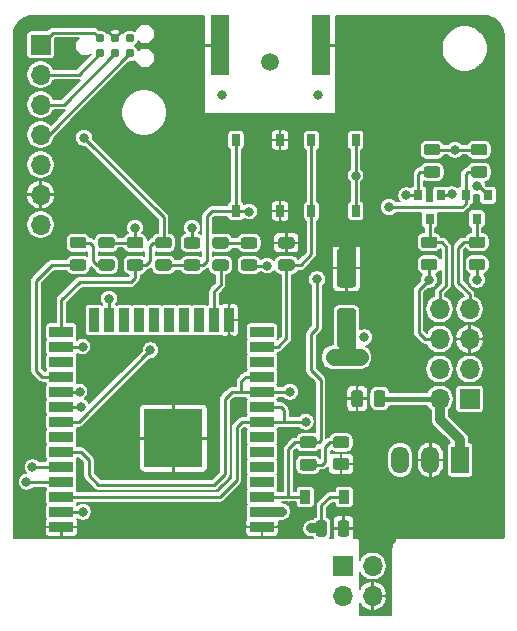
<source format=gtl>
G04 #@! TF.GenerationSoftware,KiCad,Pcbnew,(5.1.9-0-10_14)*
G04 #@! TF.CreationDate,2022-01-05T15:59:07+01:00*
G04 #@! TF.ProjectId,ithowifi_4l,6974686f-7769-4666-995f-346c2e6b6963,rev?*
G04 #@! TF.SameCoordinates,Original*
G04 #@! TF.FileFunction,Copper,L1,Top*
G04 #@! TF.FilePolarity,Positive*
%FSLAX46Y46*%
G04 Gerber Fmt 4.6, Leading zero omitted, Abs format (unit mm)*
G04 Created by KiCad (PCBNEW (5.1.9-0-10_14)) date 2022-01-05 15:59:07*
%MOMM*%
%LPD*%
G01*
G04 APERTURE LIST*
G04 #@! TA.AperFunction,SMDPad,CuDef*
%ADD10R,0.750000X1.000000*%
G04 #@! TD*
G04 #@! TA.AperFunction,ComponentPad*
%ADD11C,1.500000*%
G04 #@! TD*
G04 #@! TA.AperFunction,SMDPad,CuDef*
%ADD12R,0.900000X1.200000*%
G04 #@! TD*
G04 #@! TA.AperFunction,ComponentPad*
%ADD13O,1.700000X1.700000*%
G04 #@! TD*
G04 #@! TA.AperFunction,ComponentPad*
%ADD14R,1.700000X1.700000*%
G04 #@! TD*
G04 #@! TA.AperFunction,SMDPad,CuDef*
%ADD15C,0.787400*%
G04 #@! TD*
G04 #@! TA.AperFunction,SMDPad,CuDef*
%ADD16R,2.000000X0.900000*%
G04 #@! TD*
G04 #@! TA.AperFunction,SMDPad,CuDef*
%ADD17R,0.900000X2.000000*%
G04 #@! TD*
G04 #@! TA.AperFunction,SMDPad,CuDef*
%ADD18R,5.000000X5.000000*%
G04 #@! TD*
G04 #@! TA.AperFunction,SMDPad,CuDef*
%ADD19R,1.500000X5.080000*%
G04 #@! TD*
G04 #@! TA.AperFunction,SMDPad,CuDef*
%ADD20R,0.800000X0.900000*%
G04 #@! TD*
G04 #@! TA.AperFunction,ComponentPad*
%ADD21O,1.500000X2.300000*%
G04 #@! TD*
G04 #@! TA.AperFunction,ComponentPad*
%ADD22R,1.500000X2.300000*%
G04 #@! TD*
G04 #@! TA.AperFunction,ViaPad*
%ADD23C,0.800000*%
G04 #@! TD*
G04 #@! TA.AperFunction,Conductor*
%ADD24C,0.250000*%
G04 #@! TD*
G04 #@! TA.AperFunction,Conductor*
%ADD25C,1.473200*%
G04 #@! TD*
G04 #@! TA.AperFunction,Conductor*
%ADD26C,0.254000*%
G04 #@! TD*
G04 #@! TA.AperFunction,Conductor*
%ADD27C,0.812800*%
G04 #@! TD*
G04 #@! TA.AperFunction,Conductor*
%ADD28C,0.406400*%
G04 #@! TD*
G04 #@! TA.AperFunction,Conductor*
%ADD29C,0.203200*%
G04 #@! TD*
G04 #@! TA.AperFunction,Conductor*
%ADD30C,0.100000*%
G04 #@! TD*
G04 APERTURE END LIST*
D10*
X102265000Y-115872000D03*
X102265000Y-121872000D03*
X106015000Y-121872000D03*
X106015000Y-115872000D03*
X112415400Y-121872000D03*
X112415400Y-115872000D03*
X108665400Y-115872000D03*
X108665400Y-121872000D03*
D11*
X105182180Y-109251460D03*
G04 #@! TA.AperFunction,SMDPad,CuDef*
G36*
G01*
X111621502Y-141977500D02*
X110721498Y-141977500D01*
G75*
G02*
X110471500Y-141727502I0J249998D01*
G01*
X110471500Y-141202498D01*
G75*
G02*
X110721498Y-140952500I249998J0D01*
G01*
X111621502Y-140952500D01*
G75*
G02*
X111871500Y-141202498I0J-249998D01*
G01*
X111871500Y-141727502D01*
G75*
G02*
X111621502Y-141977500I-249998J0D01*
G01*
G37*
G04 #@! TD.AperFunction*
G04 #@! TA.AperFunction,SMDPad,CuDef*
G36*
G01*
X111621502Y-143802500D02*
X110721498Y-143802500D01*
G75*
G02*
X110471500Y-143552502I0J249998D01*
G01*
X110471500Y-143027498D01*
G75*
G02*
X110721498Y-142777500I249998J0D01*
G01*
X111621502Y-142777500D01*
G75*
G02*
X111871500Y-143027498I0J-249998D01*
G01*
X111871500Y-143552502D01*
G75*
G02*
X111621502Y-143802500I-249998J0D01*
G01*
G37*
G04 #@! TD.AperFunction*
D12*
X108125500Y-146084000D03*
X111425500Y-146084000D03*
G04 #@! TA.AperFunction,SMDPad,CuDef*
G36*
G01*
X108852500Y-141951000D02*
X107902500Y-141951000D01*
G75*
G02*
X107652500Y-141701000I0J250000D01*
G01*
X107652500Y-141201000D01*
G75*
G02*
X107902500Y-140951000I250000J0D01*
G01*
X108852500Y-140951000D01*
G75*
G02*
X109102500Y-141201000I0J-250000D01*
G01*
X109102500Y-141701000D01*
G75*
G02*
X108852500Y-141951000I-250000J0D01*
G01*
G37*
G04 #@! TD.AperFunction*
G04 #@! TA.AperFunction,SMDPad,CuDef*
G36*
G01*
X108852500Y-143851000D02*
X107902500Y-143851000D01*
G75*
G02*
X107652500Y-143601000I0J250000D01*
G01*
X107652500Y-143101000D01*
G75*
G02*
X107902500Y-142851000I250000J0D01*
G01*
X108852500Y-142851000D01*
G75*
G02*
X109102500Y-143101000I0J-250000D01*
G01*
X109102500Y-143601000D01*
G75*
G02*
X108852500Y-143851000I-250000J0D01*
G01*
G37*
G04 #@! TD.AperFunction*
G04 #@! TA.AperFunction,SMDPad,CuDef*
G36*
G01*
X113032000Y-137293000D02*
X113032000Y-138243000D01*
G75*
G02*
X112782000Y-138493000I-250000J0D01*
G01*
X112282000Y-138493000D01*
G75*
G02*
X112032000Y-138243000I0J250000D01*
G01*
X112032000Y-137293000D01*
G75*
G02*
X112282000Y-137043000I250000J0D01*
G01*
X112782000Y-137043000D01*
G75*
G02*
X113032000Y-137293000I0J-250000D01*
G01*
G37*
G04 #@! TD.AperFunction*
G04 #@! TA.AperFunction,SMDPad,CuDef*
G36*
G01*
X114932000Y-137293000D02*
X114932000Y-138243000D01*
G75*
G02*
X114682000Y-138493000I-250000J0D01*
G01*
X114182000Y-138493000D01*
G75*
G02*
X113932000Y-138243000I0J250000D01*
G01*
X113932000Y-137293000D01*
G75*
G02*
X114182000Y-137043000I250000J0D01*
G01*
X114682000Y-137043000D01*
G75*
G02*
X114932000Y-137293000I0J-250000D01*
G01*
G37*
G04 #@! TD.AperFunction*
G04 #@! TA.AperFunction,SMDPad,CuDef*
G36*
G01*
X112182000Y-128355500D02*
X111082000Y-128355500D01*
G75*
G02*
X110832000Y-128105500I0J250000D01*
G01*
X110832000Y-125280500D01*
G75*
G02*
X111082000Y-125030500I250000J0D01*
G01*
X112182000Y-125030500D01*
G75*
G02*
X112432000Y-125280500I0J-250000D01*
G01*
X112432000Y-128105500D01*
G75*
G02*
X112182000Y-128355500I-250000J0D01*
G01*
G37*
G04 #@! TD.AperFunction*
G04 #@! TA.AperFunction,SMDPad,CuDef*
G36*
G01*
X112182000Y-133430500D02*
X111082000Y-133430500D01*
G75*
G02*
X110832000Y-133180500I0J250000D01*
G01*
X110832000Y-130355500D01*
G75*
G02*
X111082000Y-130105500I250000J0D01*
G01*
X112182000Y-130105500D01*
G75*
G02*
X112432000Y-130355500I0J-250000D01*
G01*
X112432000Y-133180500D01*
G75*
G02*
X112182000Y-133430500I-250000J0D01*
G01*
G37*
G04 #@! TD.AperFunction*
D13*
X113832000Y-154468000D03*
X111292000Y-154468000D03*
X113832000Y-151928000D03*
D14*
X111292000Y-151928000D03*
D15*
X93306000Y-107266400D03*
X92036000Y-107266400D03*
X93306000Y-108536400D03*
X92036000Y-108536400D03*
X90766000Y-108536400D03*
X90766000Y-107266400D03*
D16*
X87477600Y-148615400D03*
X87477600Y-147345400D03*
X87477600Y-146075400D03*
X87477600Y-144805400D03*
X87477600Y-143535400D03*
X87477600Y-142265400D03*
X87477600Y-140995400D03*
X87477600Y-139725400D03*
X87477600Y-138455400D03*
X87477600Y-137185400D03*
X87477600Y-135915400D03*
X87477600Y-134645400D03*
X87477600Y-133375400D03*
X87477600Y-132105400D03*
D17*
X90262600Y-131105400D03*
X91532600Y-131105400D03*
X92802600Y-131105400D03*
X94072600Y-131105400D03*
X95342600Y-131105400D03*
X96612600Y-131105400D03*
X97882600Y-131105400D03*
X99152600Y-131105400D03*
X100422600Y-131105400D03*
X101692600Y-131105400D03*
D16*
X104477600Y-132105400D03*
X104477600Y-133375400D03*
X104477600Y-134645400D03*
X104477600Y-135915400D03*
X104477600Y-137185400D03*
X104477600Y-138455400D03*
X104477600Y-139725400D03*
X104477600Y-140995400D03*
X104477600Y-142265400D03*
X104477600Y-143535400D03*
X104477600Y-144805400D03*
X104477600Y-146075400D03*
X104477600Y-147345400D03*
X104477600Y-148615400D03*
D18*
X96977600Y-141115400D03*
G04 #@! TA.AperFunction,SMDPad,CuDef*
G36*
G01*
X106079750Y-125960000D02*
X106992250Y-125960000D01*
G75*
G02*
X107236000Y-126203750I0J-243750D01*
G01*
X107236000Y-126691250D01*
G75*
G02*
X106992250Y-126935000I-243750J0D01*
G01*
X106079750Y-126935000D01*
G75*
G02*
X105836000Y-126691250I0J243750D01*
G01*
X105836000Y-126203750D01*
G75*
G02*
X106079750Y-125960000I243750J0D01*
G01*
G37*
G04 #@! TD.AperFunction*
G04 #@! TA.AperFunction,SMDPad,CuDef*
G36*
G01*
X106079750Y-124085000D02*
X106992250Y-124085000D01*
G75*
G02*
X107236000Y-124328750I0J-243750D01*
G01*
X107236000Y-124816250D01*
G75*
G02*
X106992250Y-125060000I-243750J0D01*
G01*
X106079750Y-125060000D01*
G75*
G02*
X105836000Y-124816250I0J243750D01*
G01*
X105836000Y-124328750D01*
G75*
G02*
X106079750Y-124085000I243750J0D01*
G01*
G37*
G04 #@! TD.AperFunction*
G04 #@! TA.AperFunction,SMDPad,CuDef*
G36*
G01*
X89356250Y-125051400D02*
X88443750Y-125051400D01*
G75*
G02*
X88200000Y-124807650I0J243750D01*
G01*
X88200000Y-124320150D01*
G75*
G02*
X88443750Y-124076400I243750J0D01*
G01*
X89356250Y-124076400D01*
G75*
G02*
X89600000Y-124320150I0J-243750D01*
G01*
X89600000Y-124807650D01*
G75*
G02*
X89356250Y-125051400I-243750J0D01*
G01*
G37*
G04 #@! TD.AperFunction*
G04 #@! TA.AperFunction,SMDPad,CuDef*
G36*
G01*
X89356250Y-126926400D02*
X88443750Y-126926400D01*
G75*
G02*
X88200000Y-126682650I0J243750D01*
G01*
X88200000Y-126195150D01*
G75*
G02*
X88443750Y-125951400I243750J0D01*
G01*
X89356250Y-125951400D01*
G75*
G02*
X89600000Y-126195150I0J-243750D01*
G01*
X89600000Y-126682650D01*
G75*
G02*
X89356250Y-126926400I-243750J0D01*
G01*
G37*
G04 #@! TD.AperFunction*
G04 #@! TA.AperFunction,SMDPad,CuDef*
G36*
G01*
X90856750Y-125951400D02*
X91769250Y-125951400D01*
G75*
G02*
X92013000Y-126195150I0J-243750D01*
G01*
X92013000Y-126682650D01*
G75*
G02*
X91769250Y-126926400I-243750J0D01*
G01*
X90856750Y-126926400D01*
G75*
G02*
X90613000Y-126682650I0J243750D01*
G01*
X90613000Y-126195150D01*
G75*
G02*
X90856750Y-125951400I243750J0D01*
G01*
G37*
G04 #@! TD.AperFunction*
G04 #@! TA.AperFunction,SMDPad,CuDef*
G36*
G01*
X90856750Y-124076400D02*
X91769250Y-124076400D01*
G75*
G02*
X92013000Y-124320150I0J-243750D01*
G01*
X92013000Y-124807650D01*
G75*
G02*
X91769250Y-125051400I-243750J0D01*
G01*
X90856750Y-125051400D01*
G75*
G02*
X90613000Y-124807650I0J243750D01*
G01*
X90613000Y-124320150D01*
G75*
G02*
X90856750Y-124076400I243750J0D01*
G01*
G37*
G04 #@! TD.AperFunction*
G04 #@! TA.AperFunction,SMDPad,CuDef*
G36*
G01*
X94182250Y-125051400D02*
X93269750Y-125051400D01*
G75*
G02*
X93026000Y-124807650I0J243750D01*
G01*
X93026000Y-124320150D01*
G75*
G02*
X93269750Y-124076400I243750J0D01*
G01*
X94182250Y-124076400D01*
G75*
G02*
X94426000Y-124320150I0J-243750D01*
G01*
X94426000Y-124807650D01*
G75*
G02*
X94182250Y-125051400I-243750J0D01*
G01*
G37*
G04 #@! TD.AperFunction*
G04 #@! TA.AperFunction,SMDPad,CuDef*
G36*
G01*
X94182250Y-126926400D02*
X93269750Y-126926400D01*
G75*
G02*
X93026000Y-126682650I0J243750D01*
G01*
X93026000Y-126195150D01*
G75*
G02*
X93269750Y-125951400I243750J0D01*
G01*
X94182250Y-125951400D01*
G75*
G02*
X94426000Y-126195150I0J-243750D01*
G01*
X94426000Y-126682650D01*
G75*
G02*
X94182250Y-126926400I-243750J0D01*
G01*
G37*
G04 #@! TD.AperFunction*
G04 #@! TA.AperFunction,SMDPad,CuDef*
G36*
G01*
X99008250Y-125065500D02*
X98095750Y-125065500D01*
G75*
G02*
X97852000Y-124821750I0J243750D01*
G01*
X97852000Y-124334250D01*
G75*
G02*
X98095750Y-124090500I243750J0D01*
G01*
X99008250Y-124090500D01*
G75*
G02*
X99252000Y-124334250I0J-243750D01*
G01*
X99252000Y-124821750D01*
G75*
G02*
X99008250Y-125065500I-243750J0D01*
G01*
G37*
G04 #@! TD.AperFunction*
G04 #@! TA.AperFunction,SMDPad,CuDef*
G36*
G01*
X99008250Y-126940500D02*
X98095750Y-126940500D01*
G75*
G02*
X97852000Y-126696750I0J243750D01*
G01*
X97852000Y-126209250D01*
G75*
G02*
X98095750Y-125965500I243750J0D01*
G01*
X99008250Y-125965500D01*
G75*
G02*
X99252000Y-126209250I0J-243750D01*
G01*
X99252000Y-126696750D01*
G75*
G02*
X99008250Y-126940500I-243750J0D01*
G01*
G37*
G04 #@! TD.AperFunction*
D13*
X85725000Y-123037600D03*
X85725000Y-120497600D03*
X85725000Y-117957600D03*
X85725000Y-115417600D03*
X85725000Y-112877600D03*
X85725000Y-110337600D03*
D14*
X85725000Y-107797600D03*
G04 #@! TA.AperFunction,SMDPad,CuDef*
G36*
G01*
X110886900Y-149207250D02*
X110886900Y-148294750D01*
G75*
G02*
X111130650Y-148051000I243750J0D01*
G01*
X111618150Y-148051000D01*
G75*
G02*
X111861900Y-148294750I0J-243750D01*
G01*
X111861900Y-149207250D01*
G75*
G02*
X111618150Y-149451000I-243750J0D01*
G01*
X111130650Y-149451000D01*
G75*
G02*
X110886900Y-149207250I0J243750D01*
G01*
G37*
G04 #@! TD.AperFunction*
G04 #@! TA.AperFunction,SMDPad,CuDef*
G36*
G01*
X109011900Y-149207250D02*
X109011900Y-148294750D01*
G75*
G02*
X109255650Y-148051000I243750J0D01*
G01*
X109743150Y-148051000D01*
G75*
G02*
X109986900Y-148294750I0J-243750D01*
G01*
X109986900Y-149207250D01*
G75*
G02*
X109743150Y-149451000I-243750J0D01*
G01*
X109255650Y-149451000D01*
G75*
G02*
X109011900Y-149207250I0J243750D01*
G01*
G37*
G04 #@! TD.AperFunction*
G04 #@! TA.AperFunction,SMDPad,CuDef*
G36*
G01*
X96595250Y-125051400D02*
X95682750Y-125051400D01*
G75*
G02*
X95439000Y-124807650I0J243750D01*
G01*
X95439000Y-124320150D01*
G75*
G02*
X95682750Y-124076400I243750J0D01*
G01*
X96595250Y-124076400D01*
G75*
G02*
X96839000Y-124320150I0J-243750D01*
G01*
X96839000Y-124807650D01*
G75*
G02*
X96595250Y-125051400I-243750J0D01*
G01*
G37*
G04 #@! TD.AperFunction*
G04 #@! TA.AperFunction,SMDPad,CuDef*
G36*
G01*
X96595250Y-126926400D02*
X95682750Y-126926400D01*
G75*
G02*
X95439000Y-126682650I0J243750D01*
G01*
X95439000Y-126195150D01*
G75*
G02*
X95682750Y-125951400I243750J0D01*
G01*
X96595250Y-125951400D01*
G75*
G02*
X96839000Y-126195150I0J-243750D01*
G01*
X96839000Y-126682650D01*
G75*
G02*
X96595250Y-126926400I-243750J0D01*
G01*
G37*
G04 #@! TD.AperFunction*
D19*
X100931400Y-107848400D03*
X109431400Y-107848400D03*
G04 #@! TA.AperFunction,SMDPad,CuDef*
G36*
G01*
X101421250Y-125065500D02*
X100508750Y-125065500D01*
G75*
G02*
X100265000Y-124821750I0J243750D01*
G01*
X100265000Y-124334250D01*
G75*
G02*
X100508750Y-124090500I243750J0D01*
G01*
X101421250Y-124090500D01*
G75*
G02*
X101665000Y-124334250I0J-243750D01*
G01*
X101665000Y-124821750D01*
G75*
G02*
X101421250Y-125065500I-243750J0D01*
G01*
G37*
G04 #@! TD.AperFunction*
G04 #@! TA.AperFunction,SMDPad,CuDef*
G36*
G01*
X101421250Y-126940500D02*
X100508750Y-126940500D01*
G75*
G02*
X100265000Y-126696750I0J243750D01*
G01*
X100265000Y-126209250D01*
G75*
G02*
X100508750Y-125965500I243750J0D01*
G01*
X101421250Y-125965500D01*
G75*
G02*
X101665000Y-126209250I0J-243750D01*
G01*
X101665000Y-126696750D01*
G75*
G02*
X101421250Y-126940500I-243750J0D01*
G01*
G37*
G04 #@! TD.AperFunction*
G04 #@! TA.AperFunction,SMDPad,CuDef*
G36*
G01*
X103834250Y-125065500D02*
X102921750Y-125065500D01*
G75*
G02*
X102678000Y-124821750I0J243750D01*
G01*
X102678000Y-124334250D01*
G75*
G02*
X102921750Y-124090500I243750J0D01*
G01*
X103834250Y-124090500D01*
G75*
G02*
X104078000Y-124334250I0J-243750D01*
G01*
X104078000Y-124821750D01*
G75*
G02*
X103834250Y-125065500I-243750J0D01*
G01*
G37*
G04 #@! TD.AperFunction*
G04 #@! TA.AperFunction,SMDPad,CuDef*
G36*
G01*
X103834250Y-126940500D02*
X102921750Y-126940500D01*
G75*
G02*
X102678000Y-126696750I0J243750D01*
G01*
X102678000Y-126209250D01*
G75*
G02*
X102921750Y-125965500I243750J0D01*
G01*
X103834250Y-125965500D01*
G75*
G02*
X104078000Y-126209250I0J-243750D01*
G01*
X104078000Y-126696750D01*
G75*
G02*
X103834250Y-126940500I-243750J0D01*
G01*
G37*
G04 #@! TD.AperFunction*
G04 #@! TA.AperFunction,SMDPad,CuDef*
G36*
G01*
X118161750Y-125911000D02*
X119074250Y-125911000D01*
G75*
G02*
X119318000Y-126154750I0J-243750D01*
G01*
X119318000Y-126642250D01*
G75*
G02*
X119074250Y-126886000I-243750J0D01*
G01*
X118161750Y-126886000D01*
G75*
G02*
X117918000Y-126642250I0J243750D01*
G01*
X117918000Y-126154750D01*
G75*
G02*
X118161750Y-125911000I243750J0D01*
G01*
G37*
G04 #@! TD.AperFunction*
G04 #@! TA.AperFunction,SMDPad,CuDef*
G36*
G01*
X118161750Y-124036000D02*
X119074250Y-124036000D01*
G75*
G02*
X119318000Y-124279750I0J-243750D01*
G01*
X119318000Y-124767250D01*
G75*
G02*
X119074250Y-125011000I-243750J0D01*
G01*
X118161750Y-125011000D01*
G75*
G02*
X117918000Y-124767250I0J243750D01*
G01*
X117918000Y-124279750D01*
G75*
G02*
X118161750Y-124036000I243750J0D01*
G01*
G37*
G04 #@! TD.AperFunction*
G04 #@! TA.AperFunction,SMDPad,CuDef*
G36*
G01*
X122225750Y-125911000D02*
X123138250Y-125911000D01*
G75*
G02*
X123382000Y-126154750I0J-243750D01*
G01*
X123382000Y-126642250D01*
G75*
G02*
X123138250Y-126886000I-243750J0D01*
G01*
X122225750Y-126886000D01*
G75*
G02*
X121982000Y-126642250I0J243750D01*
G01*
X121982000Y-126154750D01*
G75*
G02*
X122225750Y-125911000I243750J0D01*
G01*
G37*
G04 #@! TD.AperFunction*
G04 #@! TA.AperFunction,SMDPad,CuDef*
G36*
G01*
X122225750Y-124036000D02*
X123138250Y-124036000D01*
G75*
G02*
X123382000Y-124279750I0J-243750D01*
G01*
X123382000Y-124767250D01*
G75*
G02*
X123138250Y-125011000I-243750J0D01*
G01*
X122225750Y-125011000D01*
G75*
G02*
X121982000Y-124767250I0J243750D01*
G01*
X121982000Y-124279750D01*
G75*
G02*
X122225750Y-124036000I243750J0D01*
G01*
G37*
G04 #@! TD.AperFunction*
G04 #@! TA.AperFunction,SMDPad,CuDef*
G36*
G01*
X118415750Y-118074400D02*
X119328250Y-118074400D01*
G75*
G02*
X119572000Y-118318150I0J-243750D01*
G01*
X119572000Y-118805650D01*
G75*
G02*
X119328250Y-119049400I-243750J0D01*
G01*
X118415750Y-119049400D01*
G75*
G02*
X118172000Y-118805650I0J243750D01*
G01*
X118172000Y-118318150D01*
G75*
G02*
X118415750Y-118074400I243750J0D01*
G01*
G37*
G04 #@! TD.AperFunction*
G04 #@! TA.AperFunction,SMDPad,CuDef*
G36*
G01*
X118415750Y-116199400D02*
X119328250Y-116199400D01*
G75*
G02*
X119572000Y-116443150I0J-243750D01*
G01*
X119572000Y-116930650D01*
G75*
G02*
X119328250Y-117174400I-243750J0D01*
G01*
X118415750Y-117174400D01*
G75*
G02*
X118172000Y-116930650I0J243750D01*
G01*
X118172000Y-116443150D01*
G75*
G02*
X118415750Y-116199400I243750J0D01*
G01*
G37*
G04 #@! TD.AperFunction*
G04 #@! TA.AperFunction,SMDPad,CuDef*
G36*
G01*
X123316050Y-117174400D02*
X122403550Y-117174400D01*
G75*
G02*
X122159800Y-116930650I0J243750D01*
G01*
X122159800Y-116443150D01*
G75*
G02*
X122403550Y-116199400I243750J0D01*
G01*
X123316050Y-116199400D01*
G75*
G02*
X123559800Y-116443150I0J-243750D01*
G01*
X123559800Y-116930650D01*
G75*
G02*
X123316050Y-117174400I-243750J0D01*
G01*
G37*
G04 #@! TD.AperFunction*
G04 #@! TA.AperFunction,SMDPad,CuDef*
G36*
G01*
X123316050Y-119049400D02*
X122403550Y-119049400D01*
G75*
G02*
X122159800Y-118805650I0J243750D01*
G01*
X122159800Y-118318150D01*
G75*
G02*
X122403550Y-118074400I243750J0D01*
G01*
X123316050Y-118074400D01*
G75*
G02*
X123559800Y-118318150I0J-243750D01*
G01*
X123559800Y-118805650D01*
G75*
G02*
X123316050Y-119049400I-243750J0D01*
G01*
G37*
G04 #@! TD.AperFunction*
D20*
X118658600Y-122539000D03*
X117708600Y-120539000D03*
X119608600Y-120539000D03*
X122656600Y-122539000D03*
X121706600Y-120539000D03*
X123606600Y-120539000D03*
D21*
X116179600Y-142951200D03*
X118719600Y-142951200D03*
D22*
X121259600Y-142951200D03*
D14*
X122047000Y-137795000D03*
D13*
X119507000Y-137795000D03*
X122047000Y-135255000D03*
X119507000Y-135255000D03*
X122047000Y-132715000D03*
X119507000Y-132715000D03*
X122047000Y-130175000D03*
X119507000Y-130175000D03*
D23*
X95250000Y-139700000D03*
X98806000Y-139700000D03*
X97028000Y-139700000D03*
X98806000Y-142748000D03*
X97028000Y-142748000D03*
X95250000Y-142748000D03*
X95250000Y-141224000D03*
X98806000Y-141224000D03*
X97028000Y-141224000D03*
X99187000Y-105918000D03*
X99187000Y-107442000D03*
X99187000Y-109093000D03*
X101092000Y-112014000D03*
X109220000Y-112014000D03*
X101727000Y-132715000D03*
X89154000Y-148590000D03*
X106172000Y-148590000D03*
X99187000Y-110871000D03*
X99187000Y-112522000D03*
X99187000Y-114173000D03*
X111125000Y-105918000D03*
X111125000Y-107442000D03*
X111125000Y-109093000D03*
X111125000Y-110871000D03*
X111125000Y-114173000D03*
X111125000Y-112522000D03*
X105918000Y-114173000D03*
X109220000Y-114173000D03*
X102489000Y-114173000D03*
X104140000Y-114173000D03*
X100965000Y-114173000D03*
X107569000Y-114173000D03*
X102432000Y-138568000D03*
X112032000Y-139368000D03*
X111632000Y-124168000D03*
X112732000Y-124168000D03*
X110532000Y-124168000D03*
X86741000Y-128270000D03*
X122682000Y-127698500D03*
X118618000Y-127698500D03*
X106172000Y-147320000D03*
X122682000Y-119761000D03*
X108631500Y-148751000D03*
X120532000Y-120468000D03*
X120813090Y-116686900D03*
X111632000Y-134268000D03*
X112732000Y-134268000D03*
X110532000Y-134268000D03*
X113132002Y-132568000D03*
X112395000Y-118872000D03*
X98552000Y-123317000D03*
X93726000Y-123317000D03*
X104902000Y-126492000D03*
X89407998Y-115671600D03*
X85039200Y-143560804D03*
X84531209Y-144805391D03*
X89309400Y-147345400D03*
X95032000Y-133668000D03*
X89154000Y-138430000D03*
X89027000Y-137160002D03*
X89281000Y-133350000D03*
X106849400Y-137185400D03*
X115232000Y-121538998D03*
X116697000Y-120539000D03*
X108174600Y-139725400D03*
X109132000Y-127668006D03*
X103378008Y-121920000D03*
X91524600Y-129294600D03*
D24*
X99593400Y-107848400D02*
X99187000Y-107442000D01*
X100931400Y-107848400D02*
X99593400Y-107848400D01*
X110718600Y-107848400D02*
X111125000Y-107442000D01*
X109431400Y-107848400D02*
X110718600Y-107848400D01*
D25*
X111632000Y-126693000D02*
X111632000Y-124168000D01*
X112732000Y-124168000D02*
X110532000Y-124168000D01*
D26*
X122682000Y-126398500D02*
X122682000Y-127698500D01*
X118618000Y-127698500D02*
X118618000Y-126398500D01*
X118618000Y-127698500D02*
X117748500Y-128568000D01*
X117748500Y-128568000D02*
X117748500Y-132184500D01*
X118279000Y-132715000D02*
X119507000Y-132715000D01*
X117748500Y-132184500D02*
X118279000Y-132715000D01*
D27*
X106146600Y-147345400D02*
X106172000Y-147320000D01*
X104477600Y-147345400D02*
X106146600Y-147345400D01*
D26*
X122682000Y-119761000D02*
X122828600Y-119761000D01*
D27*
X109499400Y-148751000D02*
X108634800Y-148751000D01*
D26*
X120461000Y-120539000D02*
X120532000Y-120468000D01*
X119608600Y-120539000D02*
X120461000Y-120539000D01*
X118872000Y-116686900D02*
X120813090Y-116686900D01*
D25*
X111632000Y-131768000D02*
X111632000Y-134268000D01*
X112732000Y-134268000D02*
X110532000Y-134268000D01*
D24*
X85725000Y-115417600D02*
X86424800Y-115417600D01*
X86424800Y-115417600D02*
X93306000Y-108536400D01*
D26*
X122828600Y-119761000D02*
X123606600Y-120539000D01*
X122859800Y-116686900D02*
X120813090Y-116686900D01*
X120832000Y-116667990D02*
X120813090Y-116686900D01*
D24*
X111425500Y-146084000D02*
X110219000Y-146084000D01*
X109499400Y-146803600D02*
X109499400Y-148751000D01*
X110219000Y-146084000D02*
X109499400Y-146803600D01*
D26*
X91313000Y-124563900D02*
X93726000Y-124563900D01*
X93726000Y-124563900D02*
X93726000Y-123317000D01*
X98552000Y-124578000D02*
X98552000Y-123317000D01*
X103417000Y-126492000D02*
X103378000Y-126453000D01*
X104902000Y-126492000D02*
X103417000Y-126492000D01*
X112415400Y-121872000D02*
X112415400Y-115872000D01*
X122656600Y-124498100D02*
X122682000Y-124523500D01*
X122656600Y-122539000D02*
X122656600Y-124498100D01*
X121094500Y-127952500D02*
X122047000Y-128905000D01*
X122047000Y-128905000D02*
X122047000Y-130175000D01*
X121539000Y-124523500D02*
X121094500Y-124968000D01*
X121094500Y-124968000D02*
X121094500Y-127952500D01*
X122682000Y-124523500D02*
X121539000Y-124523500D01*
X118658600Y-124482900D02*
X118618000Y-124523500D01*
X118658600Y-122539000D02*
X118658600Y-124482900D01*
X118618000Y-124523500D02*
X119697500Y-124523500D01*
X119697500Y-124523500D02*
X120078500Y-124904500D01*
X120078500Y-124904500D02*
X120078500Y-128143000D01*
X120078500Y-128143000D02*
X119507000Y-128714500D01*
X119507000Y-128714500D02*
X119507000Y-130175000D01*
D24*
X90766000Y-107266400D02*
X90267600Y-106768000D01*
X86754600Y-106768000D02*
X85725000Y-107797600D01*
X90267600Y-106768000D02*
X86754600Y-106768000D01*
D26*
X96139000Y-124563900D02*
X95273100Y-124563900D01*
X95273100Y-124563900D02*
X94996000Y-124841000D01*
X94996000Y-124841000D02*
X94996000Y-126111000D01*
X94668100Y-126438900D02*
X93726000Y-126438900D01*
X94996000Y-126111000D02*
X94668100Y-126438900D01*
X89027000Y-127889000D02*
X87477600Y-129438400D01*
X93345000Y-127889000D02*
X89027000Y-127889000D01*
X93726000Y-127508000D02*
X93345000Y-127889000D01*
X87477600Y-129438400D02*
X87477600Y-132105400D01*
X93726000Y-126438900D02*
X93726000Y-127508000D01*
X89416400Y-115680002D02*
X89407998Y-115671600D01*
X96139000Y-122402602D02*
X89407998Y-115671600D01*
X96139000Y-124563900D02*
X96139000Y-122402602D01*
D24*
X85199196Y-143560804D02*
X85039200Y-143560804D01*
X85220800Y-143539200D02*
X85199196Y-143560804D01*
D26*
X87477600Y-143535400D02*
X85064604Y-143535400D01*
X85064604Y-143535400D02*
X85039200Y-143560804D01*
D24*
X87694800Y-112877600D02*
X91964932Y-108607468D01*
X85725000Y-112877600D02*
X87694800Y-112877600D01*
D26*
X87477600Y-144805400D02*
X84531218Y-144805400D01*
X84531218Y-144805400D02*
X84531209Y-144805391D01*
D24*
X86817400Y-144830800D02*
X86839000Y-144809200D01*
X88964800Y-110337600D02*
X90766000Y-108536400D01*
X85725000Y-110337600D02*
X88964800Y-110337600D01*
D26*
X87477600Y-147345400D02*
X89309400Y-147345400D01*
X87477600Y-139725400D02*
X88974600Y-139725400D01*
X88974600Y-139725400D02*
X95032000Y-133668000D01*
X87503000Y-138430000D02*
X87477600Y-138455400D01*
X89154000Y-138430000D02*
X87503000Y-138430000D01*
X87477600Y-137185400D02*
X89001602Y-137185400D01*
X89001602Y-137185400D02*
X89027000Y-137160002D01*
X87477600Y-133375400D02*
X89255600Y-133375400D01*
X89255600Y-133375400D02*
X89281000Y-133350000D01*
X88900000Y-124563900D02*
X89892900Y-124563900D01*
X89892900Y-124563900D02*
X90170000Y-124841000D01*
X90170000Y-124841000D02*
X90170000Y-126111000D01*
X90497900Y-126438900D02*
X91313000Y-126438900D01*
X90170000Y-126111000D02*
X90497900Y-126438900D01*
X100965000Y-124578000D02*
X103378000Y-124578000D01*
X121706600Y-118755200D02*
X121899900Y-118561900D01*
X121706600Y-120539000D02*
X121706600Y-118755200D01*
X103084600Y-135915400D02*
X104477600Y-135915400D01*
X102732000Y-137185400D02*
X102732000Y-136268000D01*
X102732000Y-136268000D02*
X103084600Y-135915400D01*
X104477600Y-137185400D02*
X102732000Y-137185400D01*
X100432000Y-145068000D02*
X101332000Y-144168000D01*
X89832000Y-142968000D02*
X89832000Y-144268000D01*
X101914600Y-137185400D02*
X102732000Y-137185400D01*
X89832000Y-144268000D02*
X90632000Y-145068000D01*
X89132000Y-142268000D02*
X89832000Y-142968000D01*
X101332000Y-137768000D02*
X101914600Y-137185400D01*
X88734200Y-142268000D02*
X89132000Y-142268000D01*
X88731600Y-142265400D02*
X88734200Y-142268000D01*
X101332000Y-144168000D02*
X101332000Y-137768000D01*
X90632000Y-145068000D02*
X100432000Y-145068000D01*
X87477600Y-142265400D02*
X88731600Y-142265400D01*
X104477600Y-137185400D02*
X106849400Y-137185400D01*
X121899900Y-118561900D02*
X122859800Y-118561900D01*
X121706600Y-120539000D02*
X121706600Y-121243000D01*
X121706600Y-121243000D02*
X121410602Y-121538998D01*
X121410602Y-121538998D02*
X115232000Y-121538998D01*
X118872000Y-118561900D02*
X117886700Y-118561900D01*
X117708600Y-118740000D02*
X117708600Y-120539000D01*
X117886700Y-118561900D02*
X117708600Y-118740000D01*
X117708600Y-120539000D02*
X116697000Y-120539000D01*
X106324400Y-139725400D02*
X106324400Y-138709400D01*
X104477600Y-139725400D02*
X106324400Y-139725400D01*
X106070400Y-138455400D02*
X104477600Y-138455400D01*
X106324400Y-138709400D02*
X106070400Y-138455400D01*
X102332000Y-140168000D02*
X102774600Y-139725400D01*
X102774600Y-139725400D02*
X104477600Y-139725400D01*
X102332000Y-144668000D02*
X102332000Y-140168000D01*
X100924600Y-146075400D02*
X102332000Y-144668000D01*
X87477600Y-146075400D02*
X100924600Y-146075400D01*
X106324400Y-139725400D02*
X108174600Y-139725400D01*
X105824600Y-133375400D02*
X104477600Y-133375400D01*
X106536000Y-132664000D02*
X105824600Y-133375400D01*
X106536000Y-126447500D02*
X106536000Y-132664000D01*
X107740500Y-126447500D02*
X106536000Y-126447500D01*
X108665400Y-125522600D02*
X107740500Y-126447500D01*
X108665400Y-121872000D02*
X108665400Y-125522600D01*
X108665400Y-121872000D02*
X108665400Y-115872000D01*
D27*
X121259600Y-142951200D02*
X121259600Y-141262100D01*
X119507000Y-139509500D02*
X119507000Y-137795000D01*
X121259600Y-141262100D02*
X119507000Y-139509500D01*
D28*
X114459000Y-137795000D02*
X114432000Y-137768000D01*
X119507000Y-137795000D02*
X114459000Y-137795000D01*
D26*
X109432000Y-136168000D02*
X108632000Y-135368000D01*
X108632000Y-135368000D02*
X108632000Y-132268000D01*
X109132000Y-131768000D02*
X109132000Y-127668006D01*
X108632000Y-132268000D02*
X109132000Y-131768000D01*
D24*
X108116900Y-146075400D02*
X108125500Y-146084000D01*
X108377500Y-141451000D02*
X107295500Y-141451000D01*
X106717900Y-142028600D02*
X106717900Y-146075400D01*
X107295500Y-141451000D02*
X106717900Y-142028600D01*
X106717900Y-146075400D02*
X108116900Y-146075400D01*
X104477600Y-146075400D02*
X106717900Y-146075400D01*
X109432000Y-136168000D02*
X109432000Y-141283000D01*
X109264000Y-141451000D02*
X108377500Y-141451000D01*
X109432000Y-141283000D02*
X109264000Y-141451000D01*
D26*
X98537900Y-126438900D02*
X98552000Y-126453000D01*
X96139000Y-126438900D02*
X98537900Y-126438900D01*
X98552000Y-126453000D02*
X99480000Y-126453000D01*
X99480000Y-126453000D02*
X99822000Y-126111000D01*
X102265000Y-121872000D02*
X102265000Y-115872000D01*
X99822000Y-126111000D02*
X99822000Y-122301000D01*
X100251000Y-121872000D02*
X102265000Y-121872000D01*
X99822000Y-122301000D02*
X100251000Y-121872000D01*
X102265000Y-121872000D02*
X103330008Y-121872000D01*
X103330008Y-121872000D02*
X103378008Y-121920000D01*
D24*
X108377500Y-143351000D02*
X109586500Y-143351000D01*
X109586500Y-143351000D02*
X109838000Y-143099500D01*
X109838000Y-143099500D02*
X109838000Y-141829500D01*
X110202500Y-141465000D02*
X111171500Y-141465000D01*
X109838000Y-141829500D02*
X110202500Y-141465000D01*
X91524600Y-129294600D02*
X91524600Y-131097400D01*
X91524600Y-131097400D02*
X91532600Y-131105400D01*
D26*
X100422600Y-131105400D02*
X100422600Y-128685400D01*
X100965000Y-128143000D02*
X100965000Y-126453000D01*
X100422600Y-128685400D02*
X100965000Y-128143000D01*
X87477600Y-135915400D02*
X85877400Y-135915400D01*
X85877400Y-135915400D02*
X85344000Y-135382000D01*
X85344000Y-135382000D02*
X85344000Y-127762000D01*
X86667100Y-126438900D02*
X88900000Y-126438900D01*
X85344000Y-127762000D02*
X86667100Y-126438900D01*
D29*
X99593400Y-113538000D02*
X99595352Y-113557821D01*
X99601134Y-113576881D01*
X99610523Y-113594446D01*
X99623158Y-113609842D01*
X99638554Y-113622477D01*
X99656119Y-113631866D01*
X99675179Y-113637648D01*
X99695000Y-113639600D01*
X110617000Y-113639600D01*
X110636821Y-113637648D01*
X110655881Y-113631866D01*
X110673446Y-113622477D01*
X110688842Y-113609842D01*
X110701477Y-113594446D01*
X110710866Y-113576881D01*
X110716648Y-113557821D01*
X110718600Y-113538000D01*
X110718600Y-107927390D01*
X119674400Y-107927390D01*
X119674400Y-108312610D01*
X119749553Y-108690427D01*
X119896970Y-109046324D01*
X120110987Y-109366622D01*
X120383378Y-109639013D01*
X120703676Y-109853030D01*
X121059573Y-110000447D01*
X121437390Y-110075600D01*
X121822610Y-110075600D01*
X122200427Y-110000447D01*
X122556324Y-109853030D01*
X122876622Y-109639013D01*
X123149013Y-109366622D01*
X123363030Y-109046324D01*
X123510447Y-108690427D01*
X123585600Y-108312610D01*
X123585600Y-107927390D01*
X123510447Y-107549573D01*
X123363030Y-107193676D01*
X123149013Y-106873378D01*
X122876622Y-106600987D01*
X122556324Y-106386970D01*
X122200427Y-106239553D01*
X121822610Y-106164400D01*
X121437390Y-106164400D01*
X121059573Y-106239553D01*
X120703676Y-106386970D01*
X120383378Y-106600987D01*
X120110987Y-106873378D01*
X119896970Y-107193676D01*
X119749553Y-107549573D01*
X119674400Y-107927390D01*
X110718600Y-107927390D01*
X110718600Y-105373600D01*
X123312165Y-105373600D01*
X123641308Y-105405873D01*
X123938841Y-105495703D01*
X124213253Y-105641612D01*
X124454097Y-105838041D01*
X124652203Y-106077508D01*
X124800026Y-106350901D01*
X124891929Y-106647793D01*
X124926400Y-106975759D01*
X124926401Y-149448158D01*
X124922695Y-149485957D01*
X124917480Y-149503228D01*
X124909006Y-149519166D01*
X124897606Y-149533144D01*
X124883695Y-149544652D01*
X124867829Y-149553231D01*
X124850590Y-149558567D01*
X124814122Y-149562400D01*
X116312079Y-149562400D01*
X116294786Y-149564103D01*
X116291750Y-149564082D01*
X116286113Y-149564634D01*
X116269310Y-149566400D01*
X115832000Y-149566400D01*
X115812179Y-149568352D01*
X115793119Y-149574134D01*
X115775554Y-149583523D01*
X115760158Y-149596158D01*
X115747523Y-149611554D01*
X115738134Y-149629119D01*
X115732352Y-149648179D01*
X115730400Y-149668000D01*
X115730400Y-149793463D01*
X115718675Y-149803163D01*
X115692783Y-149829238D01*
X115666510Y-149854966D01*
X115662900Y-149859329D01*
X115601224Y-149934950D01*
X115580887Y-149965560D01*
X115560108Y-149995907D01*
X115557414Y-150000888D01*
X115511602Y-150087049D01*
X115497585Y-150121059D01*
X115483114Y-150154822D01*
X115481439Y-150160232D01*
X115453234Y-150253650D01*
X115446094Y-150289709D01*
X115438450Y-150325673D01*
X115437858Y-150331305D01*
X115428336Y-150428422D01*
X115428336Y-150428432D01*
X115426401Y-150448079D01*
X115426400Y-155948168D01*
X115422695Y-155985957D01*
X115417480Y-156003228D01*
X115409006Y-156019166D01*
X115397606Y-156033144D01*
X115383695Y-156044652D01*
X115367829Y-156053231D01*
X115350590Y-156058567D01*
X115314122Y-156062400D01*
X112733600Y-156062400D01*
X112733600Y-155065585D01*
X112800829Y-155185795D01*
X112960677Y-155373174D01*
X113154010Y-155525768D01*
X113373398Y-155637712D01*
X113610409Y-155704705D01*
X113806600Y-155622544D01*
X113806600Y-154493400D01*
X113857400Y-154493400D01*
X113857400Y-155622544D01*
X114053591Y-155704705D01*
X114290602Y-155637712D01*
X114509990Y-155525768D01*
X114703323Y-155373174D01*
X114863171Y-155185795D01*
X114983392Y-154970831D01*
X115059366Y-154736544D01*
X115068704Y-154689591D01*
X114986521Y-154493400D01*
X113857400Y-154493400D01*
X113806600Y-154493400D01*
X113786600Y-154493400D01*
X113786600Y-154442600D01*
X113806600Y-154442600D01*
X113806600Y-153313456D01*
X113857400Y-153313456D01*
X113857400Y-154442600D01*
X114986521Y-154442600D01*
X115068704Y-154246409D01*
X115059366Y-154199456D01*
X114983392Y-153965169D01*
X114863171Y-153750205D01*
X114703323Y-153562826D01*
X114509990Y-153410232D01*
X114290602Y-153298288D01*
X114053591Y-153231295D01*
X113857400Y-153313456D01*
X113806600Y-153313456D01*
X113610409Y-153231295D01*
X113373398Y-153298288D01*
X113154010Y-153410232D01*
X112960677Y-153562826D01*
X112800829Y-153750205D01*
X112733600Y-153870415D01*
X112733600Y-152426612D01*
X112763611Y-152499066D01*
X112895550Y-152696525D01*
X113063475Y-152864450D01*
X113260934Y-152996389D01*
X113480340Y-153087269D01*
X113713259Y-153133600D01*
X113950741Y-153133600D01*
X114183660Y-153087269D01*
X114403066Y-152996389D01*
X114600525Y-152864450D01*
X114768450Y-152696525D01*
X114900389Y-152499066D01*
X114991269Y-152279660D01*
X115037600Y-152046741D01*
X115037600Y-151809259D01*
X114991269Y-151576340D01*
X114900389Y-151356934D01*
X114768450Y-151159475D01*
X114600525Y-150991550D01*
X114403066Y-150859611D01*
X114183660Y-150768731D01*
X113950741Y-150722400D01*
X113713259Y-150722400D01*
X113480340Y-150768731D01*
X113260934Y-150859611D01*
X113063475Y-150991550D01*
X112895550Y-151159475D01*
X112763611Y-151356934D01*
X112733600Y-151429388D01*
X112733600Y-149668000D01*
X112731648Y-149648179D01*
X112725866Y-149629119D01*
X112716477Y-149611554D01*
X112703842Y-149596158D01*
X112688446Y-149583523D01*
X112670881Y-149574134D01*
X112651821Y-149568352D01*
X112632000Y-149566400D01*
X112251580Y-149566400D01*
X112262419Y-149530668D01*
X112270266Y-149451000D01*
X112268300Y-148878000D01*
X112166700Y-148776400D01*
X111399800Y-148776400D01*
X111399800Y-148796400D01*
X111349000Y-148796400D01*
X111349000Y-148776400D01*
X110582100Y-148776400D01*
X110480500Y-148878000D01*
X110478534Y-149451000D01*
X110486381Y-149530668D01*
X110497220Y-149566400D01*
X110222229Y-149566400D01*
X110242921Y-149541187D01*
X110298466Y-149437270D01*
X110332671Y-149324513D01*
X110344220Y-149207250D01*
X110344220Y-148294750D01*
X110332671Y-148177487D01*
X110298466Y-148064730D01*
X110291128Y-148051000D01*
X110478534Y-148051000D01*
X110480500Y-148624000D01*
X110582100Y-148725600D01*
X111349000Y-148725600D01*
X111349000Y-147746200D01*
X111399800Y-147746200D01*
X111399800Y-148725600D01*
X112166700Y-148725600D01*
X112268300Y-148624000D01*
X112270266Y-148051000D01*
X112262419Y-147971332D01*
X112239181Y-147894725D01*
X112201444Y-147824124D01*
X112150658Y-147762242D01*
X112088776Y-147711456D01*
X112018175Y-147673719D01*
X111941568Y-147650481D01*
X111861900Y-147642634D01*
X111501400Y-147644600D01*
X111399800Y-147746200D01*
X111349000Y-147746200D01*
X111247400Y-147644600D01*
X110886900Y-147642634D01*
X110807232Y-147650481D01*
X110730625Y-147673719D01*
X110660024Y-147711456D01*
X110598142Y-147762242D01*
X110547356Y-147824124D01*
X110509619Y-147894725D01*
X110486381Y-147971332D01*
X110478534Y-148051000D01*
X110291128Y-148051000D01*
X110242921Y-147960813D01*
X110168171Y-147869729D01*
X110077087Y-147794979D01*
X109980000Y-147743085D01*
X109980000Y-147002670D01*
X110418071Y-146564600D01*
X110618180Y-146564600D01*
X110618180Y-146684000D01*
X110625046Y-146753710D01*
X110645379Y-146820740D01*
X110678399Y-146882516D01*
X110722837Y-146936663D01*
X110776984Y-146981101D01*
X110838760Y-147014121D01*
X110905790Y-147034454D01*
X110975500Y-147041320D01*
X111875500Y-147041320D01*
X111945210Y-147034454D01*
X112012240Y-147014121D01*
X112074016Y-146981101D01*
X112128163Y-146936663D01*
X112172601Y-146882516D01*
X112205621Y-146820740D01*
X112225954Y-146753710D01*
X112232820Y-146684000D01*
X112232820Y-145484000D01*
X112225954Y-145414290D01*
X112205621Y-145347260D01*
X112172601Y-145285484D01*
X112128163Y-145231337D01*
X112074016Y-145186899D01*
X112012240Y-145153879D01*
X111945210Y-145133546D01*
X111875500Y-145126680D01*
X110975500Y-145126680D01*
X110905790Y-145133546D01*
X110838760Y-145153879D01*
X110776984Y-145186899D01*
X110722837Y-145231337D01*
X110678399Y-145285484D01*
X110645379Y-145347260D01*
X110625046Y-145414290D01*
X110618180Y-145484000D01*
X110618180Y-145603400D01*
X110242603Y-145603400D01*
X110218999Y-145601075D01*
X110195395Y-145603400D01*
X110195393Y-145603400D01*
X110124786Y-145610354D01*
X110034193Y-145637835D01*
X109950701Y-145682463D01*
X109877520Y-145742520D01*
X109862469Y-145760860D01*
X109176265Y-146447065D01*
X109157920Y-146462120D01*
X109097863Y-146535301D01*
X109053235Y-146618794D01*
X109025754Y-146709387D01*
X109018800Y-146779993D01*
X109016475Y-146803600D01*
X109018800Y-146827204D01*
X109018800Y-147743084D01*
X108921713Y-147794979D01*
X108830629Y-147869729D01*
X108755879Y-147960813D01*
X108740813Y-147989000D01*
X108597374Y-147989000D01*
X108485422Y-148000026D01*
X108341785Y-148043598D01*
X108209408Y-148114355D01*
X108093378Y-148209578D01*
X107998155Y-148325608D01*
X107962844Y-148391670D01*
X107961896Y-148393089D01*
X107961243Y-148394665D01*
X107927398Y-148457985D01*
X107906556Y-148526691D01*
X107904937Y-148530600D01*
X107904112Y-148534750D01*
X107883826Y-148601622D01*
X107876977Y-148671168D01*
X107875900Y-148676580D01*
X107875900Y-148682098D01*
X107869114Y-148751000D01*
X107875900Y-148819902D01*
X107875900Y-148825420D01*
X107876977Y-148830832D01*
X107883826Y-148900378D01*
X107904112Y-148967250D01*
X107904937Y-148971400D01*
X107906556Y-148975309D01*
X107927398Y-149044015D01*
X107961243Y-149107335D01*
X107961896Y-149108911D01*
X107962844Y-149110330D01*
X107998155Y-149176392D01*
X108093378Y-149292422D01*
X108209408Y-149387645D01*
X108341785Y-149458402D01*
X108485422Y-149501974D01*
X108597374Y-149513000D01*
X108740813Y-149513000D01*
X108755879Y-149541187D01*
X108776571Y-149566400D01*
X104692534Y-149566400D01*
X104651921Y-149562400D01*
X104632000Y-149560438D01*
X104612079Y-149562400D01*
X87351921Y-149562400D01*
X87332000Y-149560438D01*
X87312079Y-149562400D01*
X87271466Y-149566400D01*
X83437600Y-149566400D01*
X83437600Y-149065400D01*
X86069234Y-149065400D01*
X86077081Y-149145068D01*
X86100319Y-149221675D01*
X86138056Y-149292276D01*
X86188842Y-149354158D01*
X86250724Y-149404944D01*
X86321325Y-149442681D01*
X86397932Y-149465919D01*
X86477600Y-149473766D01*
X87350600Y-149471800D01*
X87452200Y-149370200D01*
X87452200Y-148640800D01*
X87503000Y-148640800D01*
X87503000Y-149370200D01*
X87604600Y-149471800D01*
X88477600Y-149473766D01*
X88557268Y-149465919D01*
X88633875Y-149442681D01*
X88704476Y-149404944D01*
X88766358Y-149354158D01*
X88817144Y-149292276D01*
X88854881Y-149221675D01*
X88878119Y-149145068D01*
X88885966Y-149065400D01*
X103069234Y-149065400D01*
X103077081Y-149145068D01*
X103100319Y-149221675D01*
X103138056Y-149292276D01*
X103188842Y-149354158D01*
X103250724Y-149404944D01*
X103321325Y-149442681D01*
X103397932Y-149465919D01*
X103477600Y-149473766D01*
X104350600Y-149471800D01*
X104452200Y-149370200D01*
X104452200Y-148640800D01*
X104503000Y-148640800D01*
X104503000Y-149370200D01*
X104604600Y-149471800D01*
X105477600Y-149473766D01*
X105557268Y-149465919D01*
X105633875Y-149442681D01*
X105704476Y-149404944D01*
X105766358Y-149354158D01*
X105817144Y-149292276D01*
X105854881Y-149221675D01*
X105878119Y-149145068D01*
X105885966Y-149065400D01*
X105884000Y-148742400D01*
X105782400Y-148640800D01*
X104503000Y-148640800D01*
X104452200Y-148640800D01*
X103172800Y-148640800D01*
X103071200Y-148742400D01*
X103069234Y-149065400D01*
X88885966Y-149065400D01*
X88884000Y-148742400D01*
X88782400Y-148640800D01*
X87503000Y-148640800D01*
X87452200Y-148640800D01*
X86172800Y-148640800D01*
X86071200Y-148742400D01*
X86069234Y-149065400D01*
X83437600Y-149065400D01*
X83437600Y-144730971D01*
X83775609Y-144730971D01*
X83775609Y-144879811D01*
X83804646Y-145025791D01*
X83861605Y-145163302D01*
X83944296Y-145287058D01*
X84049542Y-145392304D01*
X84173298Y-145474995D01*
X84310809Y-145531954D01*
X84456789Y-145560991D01*
X84605629Y-145560991D01*
X84751609Y-145531954D01*
X84889120Y-145474995D01*
X85012876Y-145392304D01*
X85117180Y-145288000D01*
X86123491Y-145288000D01*
X86127146Y-145325110D01*
X86147479Y-145392140D01*
X86173275Y-145440400D01*
X86147479Y-145488660D01*
X86127146Y-145555690D01*
X86120280Y-145625400D01*
X86120280Y-146525400D01*
X86127146Y-146595110D01*
X86147479Y-146662140D01*
X86173275Y-146710400D01*
X86147479Y-146758660D01*
X86127146Y-146825690D01*
X86120280Y-146895400D01*
X86120280Y-147795400D01*
X86127146Y-147865110D01*
X86146350Y-147928418D01*
X86138056Y-147938524D01*
X86100319Y-148009125D01*
X86077081Y-148085732D01*
X86069234Y-148165400D01*
X86071200Y-148488400D01*
X86172800Y-148590000D01*
X87452200Y-148590000D01*
X87452200Y-148570000D01*
X87503000Y-148570000D01*
X87503000Y-148590000D01*
X88782400Y-148590000D01*
X88884000Y-148488400D01*
X88885966Y-148165400D01*
X88878119Y-148085732D01*
X88854881Y-148009125D01*
X88817144Y-147938524D01*
X88808850Y-147928418D01*
X88812338Y-147916918D01*
X88827733Y-147932313D01*
X88951489Y-148015004D01*
X89089000Y-148071963D01*
X89234980Y-148101000D01*
X89383820Y-148101000D01*
X89529800Y-148071963D01*
X89667311Y-148015004D01*
X89791067Y-147932313D01*
X89896313Y-147827067D01*
X89979004Y-147703311D01*
X90035963Y-147565800D01*
X90065000Y-147419820D01*
X90065000Y-147270980D01*
X90035963Y-147125000D01*
X89979004Y-146987489D01*
X89896313Y-146863733D01*
X89791067Y-146758487D01*
X89667311Y-146675796D01*
X89529800Y-146618837D01*
X89383820Y-146589800D01*
X89234980Y-146589800D01*
X89089000Y-146618837D01*
X88951489Y-146675796D01*
X88827733Y-146758487D01*
X88812338Y-146773882D01*
X88807721Y-146758660D01*
X88781925Y-146710400D01*
X88807721Y-146662140D01*
X88828054Y-146595110D01*
X88831709Y-146558000D01*
X100900895Y-146558000D01*
X100924600Y-146560335D01*
X100948305Y-146558000D01*
X100948307Y-146558000D01*
X101019206Y-146551017D01*
X101110177Y-146523422D01*
X101194015Y-146478609D01*
X101267501Y-146418301D01*
X101282617Y-146399882D01*
X102656482Y-145026017D01*
X102674901Y-145010901D01*
X102735209Y-144937415D01*
X102780022Y-144853577D01*
X102807617Y-144762606D01*
X102814600Y-144691707D01*
X102814600Y-144691706D01*
X102816935Y-144668001D01*
X102814600Y-144644296D01*
X102814600Y-140367899D01*
X102974500Y-140208000D01*
X103123491Y-140208000D01*
X103127146Y-140245110D01*
X103147479Y-140312140D01*
X103173275Y-140360400D01*
X103147479Y-140408660D01*
X103127146Y-140475690D01*
X103120280Y-140545400D01*
X103120280Y-141445400D01*
X103127146Y-141515110D01*
X103147479Y-141582140D01*
X103173275Y-141630400D01*
X103147479Y-141678660D01*
X103127146Y-141745690D01*
X103120280Y-141815400D01*
X103120280Y-142715400D01*
X103127146Y-142785110D01*
X103147479Y-142852140D01*
X103173275Y-142900400D01*
X103147479Y-142948660D01*
X103127146Y-143015690D01*
X103120280Y-143085400D01*
X103120280Y-143985400D01*
X103127146Y-144055110D01*
X103147479Y-144122140D01*
X103173275Y-144170400D01*
X103147479Y-144218660D01*
X103127146Y-144285690D01*
X103120280Y-144355400D01*
X103120280Y-145255400D01*
X103127146Y-145325110D01*
X103147479Y-145392140D01*
X103173275Y-145440400D01*
X103147479Y-145488660D01*
X103127146Y-145555690D01*
X103120280Y-145625400D01*
X103120280Y-146525400D01*
X103127146Y-146595110D01*
X103147479Y-146662140D01*
X103173275Y-146710400D01*
X103147479Y-146758660D01*
X103127146Y-146825690D01*
X103120280Y-146895400D01*
X103120280Y-147795400D01*
X103127146Y-147865110D01*
X103146350Y-147928418D01*
X103138056Y-147938524D01*
X103100319Y-148009125D01*
X103077081Y-148085732D01*
X103069234Y-148165400D01*
X103071200Y-148488400D01*
X103172800Y-148590000D01*
X104452200Y-148590000D01*
X104452200Y-148570000D01*
X104503000Y-148570000D01*
X104503000Y-148590000D01*
X105782400Y-148590000D01*
X105884000Y-148488400D01*
X105885966Y-148165400D01*
X105880253Y-148107400D01*
X106109177Y-148107400D01*
X106146600Y-148111086D01*
X106184023Y-148107400D01*
X106184026Y-148107400D01*
X106295978Y-148096374D01*
X106439615Y-148052802D01*
X106571992Y-147982045D01*
X106688022Y-147886822D01*
X106711884Y-147857746D01*
X106737279Y-147832351D01*
X106808644Y-147745392D01*
X106879401Y-147613015D01*
X106922973Y-147469378D01*
X106937686Y-147320001D01*
X106922973Y-147170622D01*
X106879401Y-147026985D01*
X106808644Y-146894608D01*
X106713421Y-146778579D01*
X106597392Y-146683356D01*
X106465015Y-146612599D01*
X106321378Y-146569027D01*
X106189117Y-146556000D01*
X106694293Y-146556000D01*
X106717900Y-146558325D01*
X106741507Y-146556000D01*
X107318180Y-146556000D01*
X107318180Y-146684000D01*
X107325046Y-146753710D01*
X107345379Y-146820740D01*
X107378399Y-146882516D01*
X107422837Y-146936663D01*
X107476984Y-146981101D01*
X107538760Y-147014121D01*
X107605790Y-147034454D01*
X107675500Y-147041320D01*
X108575500Y-147041320D01*
X108645210Y-147034454D01*
X108712240Y-147014121D01*
X108774016Y-146981101D01*
X108828163Y-146936663D01*
X108872601Y-146882516D01*
X108905621Y-146820740D01*
X108925954Y-146753710D01*
X108932820Y-146684000D01*
X108932820Y-145484000D01*
X108925954Y-145414290D01*
X108905621Y-145347260D01*
X108872601Y-145285484D01*
X108828163Y-145231337D01*
X108774016Y-145186899D01*
X108712240Y-145153879D01*
X108645210Y-145133546D01*
X108575500Y-145126680D01*
X107675500Y-145126680D01*
X107605790Y-145133546D01*
X107538760Y-145153879D01*
X107476984Y-145186899D01*
X107422837Y-145231337D01*
X107378399Y-145285484D01*
X107345379Y-145347260D01*
X107325046Y-145414290D01*
X107318180Y-145484000D01*
X107318180Y-145594800D01*
X107198500Y-145594800D01*
X107198500Y-142227670D01*
X107394129Y-142032042D01*
X107397532Y-142038409D01*
X107473060Y-142130440D01*
X107565091Y-142205968D01*
X107670089Y-142262091D01*
X107784018Y-142296651D01*
X107902500Y-142308320D01*
X108852500Y-142308320D01*
X108970982Y-142296651D01*
X109084911Y-142262091D01*
X109189909Y-142205968D01*
X109281940Y-142130440D01*
X109357401Y-142038491D01*
X109357400Y-142763508D01*
X109281940Y-142671560D01*
X109189909Y-142596032D01*
X109084911Y-142539909D01*
X108970982Y-142505349D01*
X108852500Y-142493680D01*
X107902500Y-142493680D01*
X107784018Y-142505349D01*
X107670089Y-142539909D01*
X107565091Y-142596032D01*
X107473060Y-142671560D01*
X107397532Y-142763591D01*
X107341409Y-142868589D01*
X107306849Y-142982518D01*
X107295180Y-143101000D01*
X107295180Y-143601000D01*
X107306849Y-143719482D01*
X107341409Y-143833411D01*
X107397532Y-143938409D01*
X107473060Y-144030440D01*
X107565091Y-144105968D01*
X107670089Y-144162091D01*
X107784018Y-144196651D01*
X107902500Y-144208320D01*
X108852500Y-144208320D01*
X108970982Y-144196651D01*
X109084911Y-144162091D01*
X109189909Y-144105968D01*
X109281940Y-144030440D01*
X109357468Y-143938409D01*
X109413591Y-143833411D01*
X109414140Y-143831600D01*
X109562896Y-143831600D01*
X109586500Y-143833925D01*
X109610104Y-143831600D01*
X109610107Y-143831600D01*
X109680714Y-143824646D01*
X109771307Y-143797165D01*
X109854799Y-143752537D01*
X109927980Y-143692480D01*
X109943035Y-143674135D01*
X110064408Y-143552762D01*
X110063134Y-143802500D01*
X110070981Y-143882168D01*
X110094219Y-143958775D01*
X110131956Y-144029376D01*
X110182742Y-144091258D01*
X110244624Y-144142044D01*
X110315225Y-144179781D01*
X110391832Y-144203019D01*
X110471500Y-144210866D01*
X111044500Y-144208900D01*
X111146100Y-144107300D01*
X111146100Y-143315400D01*
X111196900Y-143315400D01*
X111196900Y-144107300D01*
X111298500Y-144208900D01*
X111871500Y-144210866D01*
X111951168Y-144203019D01*
X112027775Y-144179781D01*
X112098376Y-144142044D01*
X112160258Y-144091258D01*
X112211044Y-144029376D01*
X112248781Y-143958775D01*
X112272019Y-143882168D01*
X112279866Y-143802500D01*
X112277900Y-143417000D01*
X112176300Y-143315400D01*
X111196900Y-143315400D01*
X111146100Y-143315400D01*
X111126100Y-143315400D01*
X111126100Y-143264600D01*
X111146100Y-143264600D01*
X111146100Y-142472700D01*
X111196900Y-142472700D01*
X111196900Y-143264600D01*
X112176300Y-143264600D01*
X112277900Y-143163000D01*
X112279866Y-142777500D01*
X112272019Y-142697832D01*
X112248781Y-142621225D01*
X112211044Y-142550624D01*
X112166947Y-142496892D01*
X115074000Y-142496892D01*
X115074000Y-143405507D01*
X115089998Y-143567934D01*
X115153217Y-143776341D01*
X115255880Y-143968410D01*
X115394040Y-144136760D01*
X115562390Y-144274920D01*
X115754458Y-144377583D01*
X115962865Y-144440802D01*
X116179600Y-144462149D01*
X116396334Y-144440802D01*
X116604741Y-144377583D01*
X116796810Y-144274920D01*
X116965160Y-144136760D01*
X117103320Y-143968410D01*
X117205983Y-143776342D01*
X117269202Y-143567935D01*
X117285200Y-143405508D01*
X117285200Y-142976600D01*
X117563200Y-142976600D01*
X117563200Y-143376600D01*
X117590375Y-143601714D01*
X117660946Y-143817201D01*
X117772200Y-144014780D01*
X117919862Y-144186858D01*
X118098258Y-144326822D01*
X118300531Y-144429294D01*
X118513656Y-144489114D01*
X118694200Y-144405694D01*
X118694200Y-142976600D01*
X118745000Y-142976600D01*
X118745000Y-144405694D01*
X118925544Y-144489114D01*
X119138669Y-144429294D01*
X119340942Y-144326822D01*
X119519338Y-144186858D01*
X119667000Y-144014780D01*
X119778254Y-143817201D01*
X119848825Y-143601714D01*
X119876000Y-143376600D01*
X119876000Y-142976600D01*
X118745000Y-142976600D01*
X118694200Y-142976600D01*
X117563200Y-142976600D01*
X117285200Y-142976600D01*
X117285200Y-142525800D01*
X117563200Y-142525800D01*
X117563200Y-142925800D01*
X118694200Y-142925800D01*
X118694200Y-141496706D01*
X118745000Y-141496706D01*
X118745000Y-142925800D01*
X119876000Y-142925800D01*
X119876000Y-142525800D01*
X119848825Y-142300686D01*
X119778254Y-142085199D01*
X119667000Y-141887620D01*
X119519338Y-141715542D01*
X119340942Y-141575578D01*
X119138669Y-141473106D01*
X118925544Y-141413286D01*
X118745000Y-141496706D01*
X118694200Y-141496706D01*
X118513656Y-141413286D01*
X118300531Y-141473106D01*
X118098258Y-141575578D01*
X117919862Y-141715542D01*
X117772200Y-141887620D01*
X117660946Y-142085199D01*
X117590375Y-142300686D01*
X117563200Y-142525800D01*
X117285200Y-142525800D01*
X117285200Y-142496893D01*
X117269202Y-142334466D01*
X117205983Y-142126058D01*
X117103320Y-141933990D01*
X116965160Y-141765640D01*
X116796810Y-141627480D01*
X116604742Y-141524817D01*
X116396335Y-141461598D01*
X116179600Y-141440251D01*
X115962866Y-141461598D01*
X115754459Y-141524817D01*
X115562391Y-141627480D01*
X115394041Y-141765640D01*
X115255881Y-141933990D01*
X115153218Y-142126058D01*
X115089998Y-142334465D01*
X115074000Y-142496892D01*
X112166947Y-142496892D01*
X112160258Y-142488742D01*
X112098376Y-142437956D01*
X112027775Y-142400219D01*
X111951168Y-142376981D01*
X111871500Y-142369134D01*
X111298500Y-142371100D01*
X111196900Y-142472700D01*
X111146100Y-142472700D01*
X111044500Y-142371100D01*
X110471500Y-142369134D01*
X110391832Y-142376981D01*
X110318600Y-142399195D01*
X110318600Y-142178722D01*
X110384090Y-142232468D01*
X110489087Y-142288591D01*
X110603016Y-142323151D01*
X110721498Y-142334820D01*
X111621502Y-142334820D01*
X111739984Y-142323151D01*
X111853913Y-142288591D01*
X111958910Y-142232468D01*
X112050941Y-142156941D01*
X112126468Y-142064910D01*
X112182591Y-141959913D01*
X112217151Y-141845984D01*
X112228820Y-141727502D01*
X112228820Y-141202498D01*
X112217151Y-141084016D01*
X112182591Y-140970087D01*
X112126468Y-140865090D01*
X112050941Y-140773059D01*
X111958910Y-140697532D01*
X111853913Y-140641409D01*
X111739984Y-140606849D01*
X111621502Y-140595180D01*
X110721498Y-140595180D01*
X110603016Y-140606849D01*
X110489087Y-140641409D01*
X110384090Y-140697532D01*
X110292059Y-140773059D01*
X110216532Y-140865090D01*
X110160409Y-140970087D01*
X110155364Y-140986717D01*
X110108286Y-140991354D01*
X110017693Y-141018835D01*
X109934201Y-141063463D01*
X109912600Y-141081190D01*
X109912600Y-138493000D01*
X111623634Y-138493000D01*
X111631481Y-138572668D01*
X111654719Y-138649275D01*
X111692456Y-138719876D01*
X111743242Y-138781758D01*
X111805124Y-138832544D01*
X111875725Y-138870281D01*
X111952332Y-138893519D01*
X112032000Y-138901366D01*
X112405000Y-138899400D01*
X112506600Y-138797800D01*
X112506600Y-137793400D01*
X112557400Y-137793400D01*
X112557400Y-138797800D01*
X112659000Y-138899400D01*
X113032000Y-138901366D01*
X113111668Y-138893519D01*
X113188275Y-138870281D01*
X113258876Y-138832544D01*
X113320758Y-138781758D01*
X113371544Y-138719876D01*
X113409281Y-138649275D01*
X113432519Y-138572668D01*
X113440366Y-138493000D01*
X113438400Y-137895000D01*
X113336800Y-137793400D01*
X112557400Y-137793400D01*
X112506600Y-137793400D01*
X111727200Y-137793400D01*
X111625600Y-137895000D01*
X111623634Y-138493000D01*
X109912600Y-138493000D01*
X109912600Y-137043000D01*
X111623634Y-137043000D01*
X111625600Y-137641000D01*
X111727200Y-137742600D01*
X112506600Y-137742600D01*
X112506600Y-136738200D01*
X112557400Y-136738200D01*
X112557400Y-137742600D01*
X113336800Y-137742600D01*
X113438400Y-137641000D01*
X113439544Y-137293000D01*
X113574680Y-137293000D01*
X113574680Y-138243000D01*
X113586349Y-138361482D01*
X113620909Y-138475411D01*
X113677032Y-138580409D01*
X113752560Y-138672440D01*
X113844591Y-138747968D01*
X113949589Y-138804091D01*
X114063518Y-138838651D01*
X114182000Y-138850320D01*
X114682000Y-138850320D01*
X114800482Y-138838651D01*
X114914411Y-138804091D01*
X115019409Y-138747968D01*
X115111440Y-138672440D01*
X115186968Y-138580409D01*
X115243091Y-138475411D01*
X115277651Y-138361482D01*
X115278408Y-138353800D01*
X118433530Y-138353800D01*
X118438611Y-138366066D01*
X118570550Y-138563525D01*
X118738475Y-138731450D01*
X118745000Y-138735810D01*
X118745000Y-139472076D01*
X118741314Y-139509500D01*
X118745000Y-139546923D01*
X118745000Y-139546925D01*
X118756026Y-139658877D01*
X118799598Y-139802514D01*
X118811670Y-139825099D01*
X118870355Y-139934892D01*
X118909363Y-139982423D01*
X118965578Y-140050922D01*
X118994654Y-140074784D01*
X120386739Y-141466869D01*
X120372860Y-141471079D01*
X120311084Y-141504099D01*
X120256937Y-141548537D01*
X120212499Y-141602684D01*
X120179479Y-141664460D01*
X120159146Y-141731490D01*
X120152280Y-141801200D01*
X120152280Y-144101200D01*
X120159146Y-144170910D01*
X120179479Y-144237940D01*
X120212499Y-144299716D01*
X120256937Y-144353863D01*
X120311084Y-144398301D01*
X120372860Y-144431321D01*
X120439890Y-144451654D01*
X120509600Y-144458520D01*
X122009600Y-144458520D01*
X122079310Y-144451654D01*
X122146340Y-144431321D01*
X122208116Y-144398301D01*
X122262263Y-144353863D01*
X122306701Y-144299716D01*
X122339721Y-144237940D01*
X122360054Y-144170910D01*
X122366920Y-144101200D01*
X122366920Y-141801200D01*
X122360054Y-141731490D01*
X122339721Y-141664460D01*
X122306701Y-141602684D01*
X122262263Y-141548537D01*
X122208116Y-141504099D01*
X122146340Y-141471079D01*
X122079310Y-141450746D01*
X122021600Y-141445062D01*
X122021600Y-141299523D01*
X122025286Y-141262100D01*
X122018845Y-141196701D01*
X122010574Y-141112722D01*
X121967002Y-140969085D01*
X121920167Y-140881463D01*
X121896245Y-140836707D01*
X121861457Y-140794319D01*
X121801022Y-140720678D01*
X121771946Y-140696816D01*
X120269000Y-139193870D01*
X120269000Y-138735810D01*
X120275525Y-138731450D01*
X120443450Y-138563525D01*
X120575389Y-138366066D01*
X120666269Y-138146660D01*
X120712600Y-137913741D01*
X120712600Y-137676259D01*
X120666269Y-137443340D01*
X120575389Y-137223934D01*
X120443450Y-137026475D01*
X120361975Y-136945000D01*
X120839680Y-136945000D01*
X120839680Y-138645000D01*
X120846546Y-138714710D01*
X120866879Y-138781740D01*
X120899899Y-138843516D01*
X120944337Y-138897663D01*
X120998484Y-138942101D01*
X121060260Y-138975121D01*
X121127290Y-138995454D01*
X121197000Y-139002320D01*
X122897000Y-139002320D01*
X122966710Y-138995454D01*
X123033740Y-138975121D01*
X123095516Y-138942101D01*
X123149663Y-138897663D01*
X123194101Y-138843516D01*
X123227121Y-138781740D01*
X123247454Y-138714710D01*
X123254320Y-138645000D01*
X123254320Y-136945000D01*
X123247454Y-136875290D01*
X123227121Y-136808260D01*
X123194101Y-136746484D01*
X123149663Y-136692337D01*
X123095516Y-136647899D01*
X123033740Y-136614879D01*
X122966710Y-136594546D01*
X122897000Y-136587680D01*
X121197000Y-136587680D01*
X121127290Y-136594546D01*
X121060260Y-136614879D01*
X120998484Y-136647899D01*
X120944337Y-136692337D01*
X120899899Y-136746484D01*
X120866879Y-136808260D01*
X120846546Y-136875290D01*
X120839680Y-136945000D01*
X120361975Y-136945000D01*
X120275525Y-136858550D01*
X120078066Y-136726611D01*
X119858660Y-136635731D01*
X119625741Y-136589400D01*
X119388259Y-136589400D01*
X119155340Y-136635731D01*
X118935934Y-136726611D01*
X118738475Y-136858550D01*
X118570550Y-137026475D01*
X118438611Y-137223934D01*
X118433530Y-137236200D01*
X115283726Y-137236200D01*
X115277651Y-137174518D01*
X115243091Y-137060589D01*
X115186968Y-136955591D01*
X115111440Y-136863560D01*
X115019409Y-136788032D01*
X114914411Y-136731909D01*
X114800482Y-136697349D01*
X114682000Y-136685680D01*
X114182000Y-136685680D01*
X114063518Y-136697349D01*
X113949589Y-136731909D01*
X113844591Y-136788032D01*
X113752560Y-136863560D01*
X113677032Y-136955591D01*
X113620909Y-137060589D01*
X113586349Y-137174518D01*
X113574680Y-137293000D01*
X113439544Y-137293000D01*
X113440366Y-137043000D01*
X113432519Y-136963332D01*
X113409281Y-136886725D01*
X113371544Y-136816124D01*
X113320758Y-136754242D01*
X113258876Y-136703456D01*
X113188275Y-136665719D01*
X113111668Y-136642481D01*
X113032000Y-136634634D01*
X112659000Y-136636600D01*
X112557400Y-136738200D01*
X112506600Y-136738200D01*
X112405000Y-136636600D01*
X112032000Y-136634634D01*
X111952332Y-136642481D01*
X111875725Y-136665719D01*
X111805124Y-136703456D01*
X111743242Y-136754242D01*
X111692456Y-136816124D01*
X111654719Y-136886725D01*
X111631481Y-136963332D01*
X111623634Y-137043000D01*
X109912600Y-137043000D01*
X109912600Y-136212013D01*
X109916935Y-136168000D01*
X109907617Y-136073393D01*
X109880022Y-135982423D01*
X109835208Y-135898584D01*
X109790013Y-135843513D01*
X109775585Y-135829085D01*
X109773480Y-135826520D01*
X109770915Y-135824415D01*
X109114600Y-135168101D01*
X109114600Y-134268000D01*
X109434516Y-134268000D01*
X109455604Y-134482109D01*
X109518057Y-134687989D01*
X109619475Y-134877729D01*
X109755962Y-135044038D01*
X109922271Y-135180525D01*
X110112011Y-135281943D01*
X110317891Y-135344396D01*
X110478351Y-135360200D01*
X111578351Y-135360200D01*
X111632000Y-135365484D01*
X111685649Y-135360200D01*
X112785649Y-135360200D01*
X112946109Y-135344396D01*
X113151989Y-135281943D01*
X113341729Y-135180525D01*
X113395666Y-135136259D01*
X118301400Y-135136259D01*
X118301400Y-135373741D01*
X118347731Y-135606660D01*
X118438611Y-135826066D01*
X118570550Y-136023525D01*
X118738475Y-136191450D01*
X118935934Y-136323389D01*
X119155340Y-136414269D01*
X119388259Y-136460600D01*
X119625741Y-136460600D01*
X119858660Y-136414269D01*
X120078066Y-136323389D01*
X120275525Y-136191450D01*
X120443450Y-136023525D01*
X120575389Y-135826066D01*
X120666269Y-135606660D01*
X120712600Y-135373741D01*
X120712600Y-135136259D01*
X120841400Y-135136259D01*
X120841400Y-135373741D01*
X120887731Y-135606660D01*
X120978611Y-135826066D01*
X121110550Y-136023525D01*
X121278475Y-136191450D01*
X121475934Y-136323389D01*
X121695340Y-136414269D01*
X121928259Y-136460600D01*
X122165741Y-136460600D01*
X122398660Y-136414269D01*
X122618066Y-136323389D01*
X122815525Y-136191450D01*
X122983450Y-136023525D01*
X123115389Y-135826066D01*
X123206269Y-135606660D01*
X123252600Y-135373741D01*
X123252600Y-135136259D01*
X123206269Y-134903340D01*
X123115389Y-134683934D01*
X122983450Y-134486475D01*
X122815525Y-134318550D01*
X122618066Y-134186611D01*
X122398660Y-134095731D01*
X122165741Y-134049400D01*
X121928259Y-134049400D01*
X121695340Y-134095731D01*
X121475934Y-134186611D01*
X121278475Y-134318550D01*
X121110550Y-134486475D01*
X120978611Y-134683934D01*
X120887731Y-134903340D01*
X120841400Y-135136259D01*
X120712600Y-135136259D01*
X120666269Y-134903340D01*
X120575389Y-134683934D01*
X120443450Y-134486475D01*
X120275525Y-134318550D01*
X120078066Y-134186611D01*
X119858660Y-134095731D01*
X119625741Y-134049400D01*
X119388259Y-134049400D01*
X119155340Y-134095731D01*
X118935934Y-134186611D01*
X118738475Y-134318550D01*
X118570550Y-134486475D01*
X118438611Y-134683934D01*
X118347731Y-134903340D01*
X118301400Y-135136259D01*
X113395666Y-135136259D01*
X113508038Y-135044038D01*
X113644525Y-134877729D01*
X113745943Y-134687989D01*
X113808396Y-134482109D01*
X113829484Y-134268000D01*
X113808396Y-134053891D01*
X113745943Y-133848011D01*
X113644525Y-133658271D01*
X113508038Y-133491962D01*
X113341729Y-133355475D01*
X113261572Y-133312630D01*
X113352402Y-133294563D01*
X113489913Y-133237604D01*
X113613669Y-133154913D01*
X113718915Y-133049667D01*
X113801606Y-132925911D01*
X113858565Y-132788400D01*
X113887602Y-132642420D01*
X113887602Y-132493580D01*
X113858565Y-132347600D01*
X113801606Y-132210089D01*
X113718915Y-132086333D01*
X113613669Y-131981087D01*
X113489913Y-131898396D01*
X113352402Y-131841437D01*
X113206422Y-131812400D01*
X113057582Y-131812400D01*
X112911602Y-131841437D01*
X112789320Y-131892088D01*
X112789320Y-130355500D01*
X112777651Y-130237018D01*
X112743091Y-130123089D01*
X112686968Y-130018091D01*
X112611440Y-129926060D01*
X112519409Y-129850532D01*
X112414411Y-129794409D01*
X112300482Y-129759849D01*
X112182000Y-129748180D01*
X111082000Y-129748180D01*
X110963518Y-129759849D01*
X110849589Y-129794409D01*
X110744591Y-129850532D01*
X110652560Y-129926060D01*
X110577032Y-130018091D01*
X110520909Y-130123089D01*
X110486349Y-130237018D01*
X110474680Y-130355500D01*
X110474680Y-133176162D01*
X110317891Y-133191604D01*
X110112011Y-133254057D01*
X109922271Y-133355475D01*
X109755962Y-133491962D01*
X109619475Y-133658271D01*
X109518057Y-133848011D01*
X109455604Y-134053891D01*
X109434516Y-134268000D01*
X109114600Y-134268000D01*
X109114600Y-132467899D01*
X109456487Y-132126013D01*
X109474901Y-132110901D01*
X109535209Y-132037415D01*
X109580022Y-131953577D01*
X109582176Y-131946475D01*
X109607617Y-131862607D01*
X109616935Y-131768000D01*
X109614600Y-131744293D01*
X109614600Y-128355500D01*
X110423634Y-128355500D01*
X110431481Y-128435168D01*
X110454719Y-128511775D01*
X110492456Y-128582376D01*
X110543242Y-128644258D01*
X110605124Y-128695044D01*
X110675725Y-128732781D01*
X110752332Y-128756019D01*
X110832000Y-128763866D01*
X111505000Y-128761900D01*
X111606600Y-128660300D01*
X111606600Y-126718400D01*
X111657400Y-126718400D01*
X111657400Y-128660300D01*
X111759000Y-128761900D01*
X112432000Y-128763866D01*
X112511668Y-128756019D01*
X112588275Y-128732781D01*
X112658876Y-128695044D01*
X112720758Y-128644258D01*
X112771544Y-128582376D01*
X112809281Y-128511775D01*
X112832519Y-128435168D01*
X112840366Y-128355500D01*
X112838400Y-126820000D01*
X112736800Y-126718400D01*
X111657400Y-126718400D01*
X111606600Y-126718400D01*
X110527200Y-126718400D01*
X110425600Y-126820000D01*
X110423634Y-128355500D01*
X109614600Y-128355500D01*
X109614600Y-128253986D01*
X109718913Y-128149673D01*
X109801604Y-128025917D01*
X109858563Y-127888406D01*
X109887600Y-127742426D01*
X109887600Y-127593586D01*
X109858563Y-127447606D01*
X109801604Y-127310095D01*
X109718913Y-127186339D01*
X109613667Y-127081093D01*
X109489911Y-126998402D01*
X109352400Y-126941443D01*
X109206420Y-126912406D01*
X109057580Y-126912406D01*
X108911600Y-126941443D01*
X108774089Y-126998402D01*
X108650333Y-127081093D01*
X108545087Y-127186339D01*
X108462396Y-127310095D01*
X108405437Y-127447606D01*
X108376400Y-127593586D01*
X108376400Y-127742426D01*
X108405437Y-127888406D01*
X108462396Y-128025917D01*
X108545087Y-128149673D01*
X108649401Y-128253987D01*
X108649400Y-131568100D01*
X108307513Y-131909988D01*
X108289100Y-131925099D01*
X108273989Y-131943512D01*
X108273987Y-131943514D01*
X108228792Y-131998585D01*
X108183978Y-132082424D01*
X108156384Y-132173394D01*
X108147065Y-132268000D01*
X108149401Y-132291715D01*
X108149400Y-135344295D01*
X108147065Y-135368000D01*
X108149400Y-135391705D01*
X108149400Y-135391706D01*
X108156383Y-135462605D01*
X108183978Y-135553576D01*
X108228791Y-135637415D01*
X108289099Y-135710901D01*
X108307518Y-135726017D01*
X108951400Y-136369900D01*
X108951401Y-140603421D01*
X108852500Y-140593680D01*
X107902500Y-140593680D01*
X107784018Y-140605349D01*
X107670089Y-140639909D01*
X107565091Y-140696032D01*
X107473060Y-140771560D01*
X107397532Y-140863591D01*
X107341409Y-140968589D01*
X107340860Y-140970400D01*
X107319104Y-140970400D01*
X107295500Y-140968075D01*
X107271896Y-140970400D01*
X107271893Y-140970400D01*
X107201286Y-140977354D01*
X107110693Y-141004835D01*
X107027201Y-141049463D01*
X106954020Y-141109520D01*
X106938971Y-141127858D01*
X106394765Y-141672065D01*
X106376420Y-141687120D01*
X106316363Y-141760301D01*
X106271735Y-141843794D01*
X106244254Y-141934387D01*
X106237931Y-141998585D01*
X106234975Y-142028600D01*
X106237300Y-142052204D01*
X106237301Y-145594800D01*
X105831906Y-145594800D01*
X105828054Y-145555690D01*
X105807721Y-145488660D01*
X105781925Y-145440400D01*
X105807721Y-145392140D01*
X105828054Y-145325110D01*
X105834920Y-145255400D01*
X105834920Y-144355400D01*
X105828054Y-144285690D01*
X105807721Y-144218660D01*
X105781925Y-144170400D01*
X105807721Y-144122140D01*
X105828054Y-144055110D01*
X105834920Y-143985400D01*
X105834920Y-143085400D01*
X105828054Y-143015690D01*
X105807721Y-142948660D01*
X105781925Y-142900400D01*
X105807721Y-142852140D01*
X105828054Y-142785110D01*
X105834920Y-142715400D01*
X105834920Y-141815400D01*
X105828054Y-141745690D01*
X105807721Y-141678660D01*
X105781925Y-141630400D01*
X105807721Y-141582140D01*
X105828054Y-141515110D01*
X105834920Y-141445400D01*
X105834920Y-140545400D01*
X105828054Y-140475690D01*
X105807721Y-140408660D01*
X105781925Y-140360400D01*
X105807721Y-140312140D01*
X105828054Y-140245110D01*
X105831709Y-140208000D01*
X106300693Y-140208000D01*
X106324400Y-140210335D01*
X106348107Y-140208000D01*
X107588620Y-140208000D01*
X107692933Y-140312313D01*
X107816689Y-140395004D01*
X107954200Y-140451963D01*
X108100180Y-140481000D01*
X108249020Y-140481000D01*
X108395000Y-140451963D01*
X108532511Y-140395004D01*
X108656267Y-140312313D01*
X108761513Y-140207067D01*
X108844204Y-140083311D01*
X108901163Y-139945800D01*
X108930200Y-139799820D01*
X108930200Y-139650980D01*
X108901163Y-139505000D01*
X108844204Y-139367489D01*
X108761513Y-139243733D01*
X108656267Y-139138487D01*
X108532511Y-139055796D01*
X108395000Y-138998837D01*
X108249020Y-138969800D01*
X108100180Y-138969800D01*
X107954200Y-138998837D01*
X107816689Y-139055796D01*
X107692933Y-139138487D01*
X107588620Y-139242800D01*
X106807000Y-139242800D01*
X106807000Y-138733104D01*
X106809335Y-138709399D01*
X106807000Y-138685693D01*
X106800017Y-138614794D01*
X106772422Y-138523823D01*
X106727609Y-138439985D01*
X106667301Y-138366499D01*
X106648877Y-138351379D01*
X106428417Y-138130919D01*
X106413301Y-138112499D01*
X106339815Y-138052191D01*
X106255977Y-138007378D01*
X106165006Y-137979783D01*
X106094107Y-137972800D01*
X106094105Y-137972800D01*
X106070400Y-137970465D01*
X106046695Y-137972800D01*
X105831709Y-137972800D01*
X105828054Y-137935690D01*
X105807721Y-137868660D01*
X105781925Y-137820400D01*
X105807721Y-137772140D01*
X105828054Y-137705110D01*
X105831709Y-137668000D01*
X106263420Y-137668000D01*
X106367733Y-137772313D01*
X106491489Y-137855004D01*
X106629000Y-137911963D01*
X106774980Y-137941000D01*
X106923820Y-137941000D01*
X107069800Y-137911963D01*
X107207311Y-137855004D01*
X107331067Y-137772313D01*
X107436313Y-137667067D01*
X107519004Y-137543311D01*
X107575963Y-137405800D01*
X107605000Y-137259820D01*
X107605000Y-137110980D01*
X107575963Y-136965000D01*
X107519004Y-136827489D01*
X107436313Y-136703733D01*
X107331067Y-136598487D01*
X107207311Y-136515796D01*
X107069800Y-136458837D01*
X106923820Y-136429800D01*
X106774980Y-136429800D01*
X106629000Y-136458837D01*
X106491489Y-136515796D01*
X106367733Y-136598487D01*
X106263420Y-136702800D01*
X105831709Y-136702800D01*
X105828054Y-136665690D01*
X105807721Y-136598660D01*
X105781925Y-136550400D01*
X105807721Y-136502140D01*
X105828054Y-136435110D01*
X105834920Y-136365400D01*
X105834920Y-135465400D01*
X105828054Y-135395690D01*
X105807721Y-135328660D01*
X105781925Y-135280400D01*
X105807721Y-135232140D01*
X105828054Y-135165110D01*
X105834920Y-135095400D01*
X105834920Y-134195400D01*
X105828054Y-134125690D01*
X105807721Y-134058660D01*
X105781925Y-134010400D01*
X105807721Y-133962140D01*
X105828054Y-133895110D01*
X105831547Y-133859651D01*
X105848305Y-133858000D01*
X105848307Y-133858000D01*
X105919206Y-133851017D01*
X106010177Y-133823422D01*
X106094015Y-133778609D01*
X106167501Y-133718301D01*
X106182617Y-133699882D01*
X106860487Y-133022013D01*
X106878901Y-133006901D01*
X106898070Y-132983544D01*
X106928231Y-132946792D01*
X106939209Y-132933415D01*
X106984022Y-132849577D01*
X106996615Y-132808063D01*
X107011617Y-132758607D01*
X107020935Y-132664000D01*
X107018600Y-132640293D01*
X107018600Y-127289725D01*
X107109513Y-127280771D01*
X107222270Y-127246566D01*
X107326187Y-127191021D01*
X107417271Y-127116271D01*
X107492021Y-127025187D01*
X107542846Y-126930100D01*
X107716795Y-126930100D01*
X107740500Y-126932435D01*
X107764205Y-126930100D01*
X107764207Y-126930100D01*
X107835106Y-126923117D01*
X107926077Y-126895522D01*
X108009915Y-126850709D01*
X108083401Y-126790401D01*
X108098517Y-126771982D01*
X108989887Y-125880612D01*
X109008301Y-125865501D01*
X109068609Y-125792015D01*
X109113422Y-125708177D01*
X109141017Y-125617206D01*
X109148000Y-125546307D01*
X109148000Y-125546306D01*
X109150335Y-125522601D01*
X109148000Y-125498896D01*
X109148000Y-125030500D01*
X110423634Y-125030500D01*
X110425600Y-126566000D01*
X110527200Y-126667600D01*
X111606600Y-126667600D01*
X111606600Y-124725700D01*
X111657400Y-124725700D01*
X111657400Y-126667600D01*
X112736800Y-126667600D01*
X112838400Y-126566000D01*
X112840366Y-125030500D01*
X112832519Y-124950832D01*
X112809281Y-124874225D01*
X112771544Y-124803624D01*
X112720758Y-124741742D01*
X112658876Y-124690956D01*
X112588275Y-124653219D01*
X112511668Y-124629981D01*
X112432000Y-124622134D01*
X111759000Y-124624100D01*
X111657400Y-124725700D01*
X111606600Y-124725700D01*
X111505000Y-124624100D01*
X110832000Y-124622134D01*
X110752332Y-124629981D01*
X110675725Y-124653219D01*
X110605124Y-124690956D01*
X110543242Y-124741742D01*
X110492456Y-124803624D01*
X110454719Y-124874225D01*
X110431481Y-124950832D01*
X110423634Y-125030500D01*
X109148000Y-125030500D01*
X109148000Y-122710960D01*
X109177140Y-122702121D01*
X109238916Y-122669101D01*
X109293063Y-122624663D01*
X109337501Y-122570516D01*
X109370521Y-122508740D01*
X109390854Y-122441710D01*
X109397720Y-122372000D01*
X109397720Y-121372000D01*
X109390854Y-121302290D01*
X109370521Y-121235260D01*
X109337501Y-121173484D01*
X109293063Y-121119337D01*
X109238916Y-121074899D01*
X109177140Y-121041879D01*
X109148000Y-121033040D01*
X109148000Y-118797580D01*
X111639400Y-118797580D01*
X111639400Y-118946420D01*
X111668437Y-119092400D01*
X111725396Y-119229911D01*
X111808087Y-119353667D01*
X111913333Y-119458913D01*
X111932800Y-119471921D01*
X111932800Y-121033040D01*
X111903660Y-121041879D01*
X111841884Y-121074899D01*
X111787737Y-121119337D01*
X111743299Y-121173484D01*
X111710279Y-121235260D01*
X111689946Y-121302290D01*
X111683080Y-121372000D01*
X111683080Y-122372000D01*
X111689946Y-122441710D01*
X111710279Y-122508740D01*
X111743299Y-122570516D01*
X111787737Y-122624663D01*
X111841884Y-122669101D01*
X111903660Y-122702121D01*
X111970690Y-122722454D01*
X112040400Y-122729320D01*
X112790400Y-122729320D01*
X112860110Y-122722454D01*
X112927140Y-122702121D01*
X112988916Y-122669101D01*
X113043063Y-122624663D01*
X113087501Y-122570516D01*
X113120521Y-122508740D01*
X113140854Y-122441710D01*
X113147720Y-122372000D01*
X113147720Y-121464578D01*
X114476400Y-121464578D01*
X114476400Y-121613418D01*
X114505437Y-121759398D01*
X114562396Y-121896909D01*
X114645087Y-122020665D01*
X114750333Y-122125911D01*
X114874089Y-122208602D01*
X115011600Y-122265561D01*
X115157580Y-122294598D01*
X115306420Y-122294598D01*
X115452400Y-122265561D01*
X115589911Y-122208602D01*
X115713667Y-122125911D01*
X115817980Y-122021598D01*
X117907919Y-122021598D01*
X117901280Y-122089000D01*
X117901280Y-122989000D01*
X117908146Y-123058710D01*
X117928479Y-123125740D01*
X117961499Y-123187516D01*
X118005937Y-123241663D01*
X118060084Y-123286101D01*
X118121860Y-123319121D01*
X118176000Y-123335544D01*
X118176001Y-123678680D01*
X118161750Y-123678680D01*
X118044487Y-123690229D01*
X117931730Y-123724434D01*
X117827813Y-123779979D01*
X117736729Y-123854729D01*
X117661979Y-123945813D01*
X117606434Y-124049730D01*
X117572229Y-124162487D01*
X117560680Y-124279750D01*
X117560680Y-124767250D01*
X117572229Y-124884513D01*
X117606434Y-124997270D01*
X117661979Y-125101187D01*
X117736729Y-125192271D01*
X117827813Y-125267021D01*
X117931730Y-125322566D01*
X118044487Y-125356771D01*
X118161750Y-125368320D01*
X119074250Y-125368320D01*
X119191513Y-125356771D01*
X119304270Y-125322566D01*
X119408187Y-125267021D01*
X119499271Y-125192271D01*
X119574021Y-125101187D01*
X119580523Y-125089022D01*
X119595900Y-125104399D01*
X119595900Y-125861746D01*
X119574021Y-125820813D01*
X119499271Y-125729729D01*
X119408187Y-125654979D01*
X119304270Y-125599434D01*
X119191513Y-125565229D01*
X119074250Y-125553680D01*
X118161750Y-125553680D01*
X118044487Y-125565229D01*
X117931730Y-125599434D01*
X117827813Y-125654979D01*
X117736729Y-125729729D01*
X117661979Y-125820813D01*
X117606434Y-125924730D01*
X117572229Y-126037487D01*
X117560680Y-126154750D01*
X117560680Y-126642250D01*
X117572229Y-126759513D01*
X117606434Y-126872270D01*
X117661979Y-126976187D01*
X117736729Y-127067271D01*
X117827813Y-127142021D01*
X117931730Y-127197566D01*
X118025046Y-127225874D01*
X117948396Y-127340589D01*
X117891437Y-127478100D01*
X117862400Y-127624080D01*
X117862400Y-127771600D01*
X117424018Y-128209983D01*
X117405599Y-128225099D01*
X117345291Y-128298585D01*
X117300478Y-128382424D01*
X117272883Y-128473395D01*
X117265900Y-128544293D01*
X117263565Y-128568000D01*
X117265900Y-128591705D01*
X117265901Y-132160785D01*
X117263565Y-132184500D01*
X117272884Y-132279106D01*
X117300478Y-132370076D01*
X117345292Y-132453915D01*
X117377704Y-132493409D01*
X117405600Y-132527401D01*
X117424013Y-132542512D01*
X117920983Y-133039482D01*
X117936099Y-133057901D01*
X118009585Y-133118209D01*
X118093423Y-133163022D01*
X118184394Y-133190617D01*
X118255293Y-133197600D01*
X118255294Y-133197600D01*
X118278999Y-133199935D01*
X118302704Y-133197600D01*
X118401968Y-133197600D01*
X118438611Y-133286066D01*
X118570550Y-133483525D01*
X118738475Y-133651450D01*
X118935934Y-133783389D01*
X119155340Y-133874269D01*
X119388259Y-133920600D01*
X119625741Y-133920600D01*
X119858660Y-133874269D01*
X120078066Y-133783389D01*
X120275525Y-133651450D01*
X120443450Y-133483525D01*
X120575389Y-133286066D01*
X120666269Y-133066660D01*
X120692141Y-132936591D01*
X120810296Y-132936591D01*
X120819634Y-132983544D01*
X120895608Y-133217831D01*
X121015829Y-133432795D01*
X121175677Y-133620174D01*
X121369010Y-133772768D01*
X121588398Y-133884712D01*
X121825409Y-133951705D01*
X122021600Y-133869544D01*
X122021600Y-132740400D01*
X122072400Y-132740400D01*
X122072400Y-133869544D01*
X122268591Y-133951705D01*
X122505602Y-133884712D01*
X122724990Y-133772768D01*
X122918323Y-133620174D01*
X123078171Y-133432795D01*
X123198392Y-133217831D01*
X123274366Y-132983544D01*
X123283704Y-132936591D01*
X123201521Y-132740400D01*
X122072400Y-132740400D01*
X122021600Y-132740400D01*
X120892479Y-132740400D01*
X120810296Y-132936591D01*
X120692141Y-132936591D01*
X120712600Y-132833741D01*
X120712600Y-132596259D01*
X120692142Y-132493409D01*
X120810296Y-132493409D01*
X120892479Y-132689600D01*
X122021600Y-132689600D01*
X122021600Y-131560456D01*
X122072400Y-131560456D01*
X122072400Y-132689600D01*
X123201521Y-132689600D01*
X123283704Y-132493409D01*
X123274366Y-132446456D01*
X123198392Y-132212169D01*
X123078171Y-131997205D01*
X122918323Y-131809826D01*
X122724990Y-131657232D01*
X122505602Y-131545288D01*
X122268591Y-131478295D01*
X122072400Y-131560456D01*
X122021600Y-131560456D01*
X121825409Y-131478295D01*
X121588398Y-131545288D01*
X121369010Y-131657232D01*
X121175677Y-131809826D01*
X121015829Y-131997205D01*
X120895608Y-132212169D01*
X120819634Y-132446456D01*
X120810296Y-132493409D01*
X120692142Y-132493409D01*
X120666269Y-132363340D01*
X120575389Y-132143934D01*
X120443450Y-131946475D01*
X120275525Y-131778550D01*
X120078066Y-131646611D01*
X119858660Y-131555731D01*
X119625741Y-131509400D01*
X119388259Y-131509400D01*
X119155340Y-131555731D01*
X118935934Y-131646611D01*
X118738475Y-131778550D01*
X118570550Y-131946475D01*
X118438611Y-132143934D01*
X118424500Y-132178001D01*
X118231100Y-131984601D01*
X118231100Y-128767899D01*
X118544900Y-128454100D01*
X118692420Y-128454100D01*
X118838400Y-128425063D01*
X118975911Y-128368104D01*
X119099667Y-128285413D01*
X119204913Y-128180167D01*
X119287604Y-128056411D01*
X119344563Y-127918900D01*
X119373600Y-127772920D01*
X119373600Y-127624080D01*
X119344563Y-127478100D01*
X119287604Y-127340589D01*
X119210954Y-127225874D01*
X119304270Y-127197566D01*
X119408187Y-127142021D01*
X119499271Y-127067271D01*
X119574021Y-126976187D01*
X119595901Y-126935253D01*
X119595901Y-127943099D01*
X119182518Y-128356483D01*
X119164099Y-128371599D01*
X119103791Y-128445085D01*
X119058978Y-128528924D01*
X119031383Y-128619895D01*
X119024931Y-128685400D01*
X119022065Y-128714500D01*
X119024400Y-128738205D01*
X119024400Y-129069967D01*
X118935934Y-129106611D01*
X118738475Y-129238550D01*
X118570550Y-129406475D01*
X118438611Y-129603934D01*
X118347731Y-129823340D01*
X118301400Y-130056259D01*
X118301400Y-130293741D01*
X118347731Y-130526660D01*
X118438611Y-130746066D01*
X118570550Y-130943525D01*
X118738475Y-131111450D01*
X118935934Y-131243389D01*
X119155340Y-131334269D01*
X119388259Y-131380600D01*
X119625741Y-131380600D01*
X119858660Y-131334269D01*
X120078066Y-131243389D01*
X120275525Y-131111450D01*
X120443450Y-130943525D01*
X120575389Y-130746066D01*
X120666269Y-130526660D01*
X120712600Y-130293741D01*
X120712600Y-130056259D01*
X120666269Y-129823340D01*
X120575389Y-129603934D01*
X120443450Y-129406475D01*
X120275525Y-129238550D01*
X120078066Y-129106611D01*
X119989600Y-129069968D01*
X119989600Y-128914399D01*
X120402987Y-128501013D01*
X120421401Y-128485901D01*
X120481709Y-128412415D01*
X120526522Y-128328577D01*
X120554117Y-128237606D01*
X120561100Y-128166707D01*
X120561100Y-128166706D01*
X120563435Y-128143001D01*
X120561100Y-128119296D01*
X120561100Y-124968000D01*
X120609565Y-124968000D01*
X120611900Y-124991705D01*
X120611901Y-127928785D01*
X120609565Y-127952500D01*
X120618884Y-128047106D01*
X120646478Y-128138076D01*
X120691292Y-128221915D01*
X120727864Y-128266478D01*
X120751600Y-128295401D01*
X120770013Y-128310512D01*
X121539700Y-129080199D01*
X121475934Y-129106611D01*
X121278475Y-129238550D01*
X121110550Y-129406475D01*
X120978611Y-129603934D01*
X120887731Y-129823340D01*
X120841400Y-130056259D01*
X120841400Y-130293741D01*
X120887731Y-130526660D01*
X120978611Y-130746066D01*
X121110550Y-130943525D01*
X121278475Y-131111450D01*
X121475934Y-131243389D01*
X121695340Y-131334269D01*
X121928259Y-131380600D01*
X122165741Y-131380600D01*
X122398660Y-131334269D01*
X122618066Y-131243389D01*
X122815525Y-131111450D01*
X122983450Y-130943525D01*
X123115389Y-130746066D01*
X123206269Y-130526660D01*
X123252600Y-130293741D01*
X123252600Y-130056259D01*
X123206269Y-129823340D01*
X123115389Y-129603934D01*
X122983450Y-129406475D01*
X122815525Y-129238550D01*
X122618066Y-129106611D01*
X122529600Y-129069968D01*
X122529600Y-128928696D01*
X122531934Y-128904999D01*
X122529600Y-128881302D01*
X122529600Y-128881293D01*
X122522617Y-128810394D01*
X122495022Y-128719423D01*
X122450209Y-128635585D01*
X122389901Y-128562099D01*
X122371482Y-128546983D01*
X121577100Y-127752601D01*
X121577100Y-126154750D01*
X121624680Y-126154750D01*
X121624680Y-126642250D01*
X121636229Y-126759513D01*
X121670434Y-126872270D01*
X121725979Y-126976187D01*
X121800729Y-127067271D01*
X121891813Y-127142021D01*
X121995730Y-127197566D01*
X122089046Y-127225874D01*
X122012396Y-127340589D01*
X121955437Y-127478100D01*
X121926400Y-127624080D01*
X121926400Y-127772920D01*
X121955437Y-127918900D01*
X122012396Y-128056411D01*
X122095087Y-128180167D01*
X122200333Y-128285413D01*
X122324089Y-128368104D01*
X122461600Y-128425063D01*
X122607580Y-128454100D01*
X122756420Y-128454100D01*
X122902400Y-128425063D01*
X123039911Y-128368104D01*
X123163667Y-128285413D01*
X123268913Y-128180167D01*
X123351604Y-128056411D01*
X123408563Y-127918900D01*
X123437600Y-127772920D01*
X123437600Y-127624080D01*
X123408563Y-127478100D01*
X123351604Y-127340589D01*
X123274954Y-127225874D01*
X123368270Y-127197566D01*
X123472187Y-127142021D01*
X123563271Y-127067271D01*
X123638021Y-126976187D01*
X123693566Y-126872270D01*
X123727771Y-126759513D01*
X123739320Y-126642250D01*
X123739320Y-126154750D01*
X123727771Y-126037487D01*
X123693566Y-125924730D01*
X123638021Y-125820813D01*
X123563271Y-125729729D01*
X123472187Y-125654979D01*
X123368270Y-125599434D01*
X123255513Y-125565229D01*
X123138250Y-125553680D01*
X122225750Y-125553680D01*
X122108487Y-125565229D01*
X121995730Y-125599434D01*
X121891813Y-125654979D01*
X121800729Y-125729729D01*
X121725979Y-125820813D01*
X121670434Y-125924730D01*
X121636229Y-126037487D01*
X121624680Y-126154750D01*
X121577100Y-126154750D01*
X121577100Y-125167899D01*
X121697358Y-125047641D01*
X121725979Y-125101187D01*
X121800729Y-125192271D01*
X121891813Y-125267021D01*
X121995730Y-125322566D01*
X122108487Y-125356771D01*
X122225750Y-125368320D01*
X123138250Y-125368320D01*
X123255513Y-125356771D01*
X123368270Y-125322566D01*
X123472187Y-125267021D01*
X123563271Y-125192271D01*
X123638021Y-125101187D01*
X123693566Y-124997270D01*
X123727771Y-124884513D01*
X123739320Y-124767250D01*
X123739320Y-124279750D01*
X123727771Y-124162487D01*
X123693566Y-124049730D01*
X123638021Y-123945813D01*
X123563271Y-123854729D01*
X123472187Y-123779979D01*
X123368270Y-123724434D01*
X123255513Y-123690229D01*
X123139200Y-123678774D01*
X123139200Y-123335544D01*
X123193340Y-123319121D01*
X123255116Y-123286101D01*
X123309263Y-123241663D01*
X123353701Y-123187516D01*
X123386721Y-123125740D01*
X123407054Y-123058710D01*
X123413920Y-122989000D01*
X123413920Y-122089000D01*
X123407054Y-122019290D01*
X123386721Y-121952260D01*
X123353701Y-121890484D01*
X123309263Y-121836337D01*
X123255116Y-121791899D01*
X123193340Y-121758879D01*
X123126310Y-121738546D01*
X123056600Y-121731680D01*
X122256600Y-121731680D01*
X122186890Y-121738546D01*
X122119860Y-121758879D01*
X122058084Y-121791899D01*
X122003937Y-121836337D01*
X121959499Y-121890484D01*
X121926479Y-121952260D01*
X121906146Y-122019290D01*
X121899280Y-122089000D01*
X121899280Y-122989000D01*
X121906146Y-123058710D01*
X121926479Y-123125740D01*
X121959499Y-123187516D01*
X122003937Y-123241663D01*
X122058084Y-123286101D01*
X122119860Y-123319121D01*
X122174000Y-123335544D01*
X122174001Y-123683777D01*
X122108487Y-123690229D01*
X121995730Y-123724434D01*
X121891813Y-123779979D01*
X121800729Y-123854729D01*
X121725979Y-123945813D01*
X121675154Y-124040900D01*
X121562707Y-124040900D01*
X121539000Y-124038565D01*
X121444393Y-124047883D01*
X121362911Y-124072600D01*
X121353423Y-124075478D01*
X121269585Y-124120291D01*
X121196099Y-124180599D01*
X121180987Y-124199013D01*
X120770018Y-124609983D01*
X120751599Y-124625099D01*
X120691291Y-124698585D01*
X120646478Y-124782424D01*
X120618883Y-124873395D01*
X120615593Y-124906801D01*
X120609565Y-124968000D01*
X120561100Y-124968000D01*
X120561100Y-124928196D01*
X120563434Y-124904499D01*
X120561100Y-124880802D01*
X120561100Y-124880793D01*
X120554117Y-124809894D01*
X120526522Y-124718923D01*
X120481709Y-124635085D01*
X120421401Y-124561599D01*
X120402982Y-124546483D01*
X120055517Y-124199018D01*
X120040401Y-124180599D01*
X119966915Y-124120291D01*
X119883077Y-124075478D01*
X119792106Y-124047883D01*
X119721207Y-124040900D01*
X119721205Y-124040900D01*
X119697500Y-124038565D01*
X119673795Y-124040900D01*
X119624846Y-124040900D01*
X119574021Y-123945813D01*
X119499271Y-123854729D01*
X119408187Y-123779979D01*
X119304270Y-123724434D01*
X119191513Y-123690229D01*
X119141200Y-123685274D01*
X119141200Y-123335544D01*
X119195340Y-123319121D01*
X119257116Y-123286101D01*
X119311263Y-123241663D01*
X119355701Y-123187516D01*
X119388721Y-123125740D01*
X119409054Y-123058710D01*
X119415920Y-122989000D01*
X119415920Y-122089000D01*
X119409281Y-122021598D01*
X121386897Y-122021598D01*
X121410602Y-122023933D01*
X121434307Y-122021598D01*
X121434309Y-122021598D01*
X121505208Y-122014615D01*
X121596179Y-121987020D01*
X121680017Y-121942207D01*
X121753503Y-121881899D01*
X121768619Y-121863480D01*
X122031077Y-121601021D01*
X122049501Y-121585901D01*
X122109809Y-121512415D01*
X122154622Y-121428577D01*
X122182198Y-121337668D01*
X122243340Y-121319121D01*
X122305116Y-121286101D01*
X122359263Y-121241663D01*
X122403701Y-121187516D01*
X122436721Y-121125740D01*
X122457054Y-121058710D01*
X122463920Y-120989000D01*
X122463920Y-120488024D01*
X122607580Y-120516600D01*
X122756420Y-120516600D01*
X122849280Y-120498129D01*
X122849280Y-120989000D01*
X122856146Y-121058710D01*
X122876479Y-121125740D01*
X122909499Y-121187516D01*
X122953937Y-121241663D01*
X123008084Y-121286101D01*
X123069860Y-121319121D01*
X123136890Y-121339454D01*
X123206600Y-121346320D01*
X124006600Y-121346320D01*
X124076310Y-121339454D01*
X124143340Y-121319121D01*
X124205116Y-121286101D01*
X124259263Y-121241663D01*
X124303701Y-121187516D01*
X124336721Y-121125740D01*
X124357054Y-121058710D01*
X124363920Y-120989000D01*
X124363920Y-120089000D01*
X124357054Y-120019290D01*
X124336721Y-119952260D01*
X124303701Y-119890484D01*
X124259263Y-119836337D01*
X124205116Y-119791899D01*
X124143340Y-119758879D01*
X124076310Y-119738546D01*
X124006600Y-119731680D01*
X123481779Y-119731680D01*
X123437600Y-119687501D01*
X123437600Y-119686580D01*
X123408563Y-119540600D01*
X123351655Y-119403213D01*
X123433313Y-119395171D01*
X123546070Y-119360966D01*
X123649987Y-119305421D01*
X123741071Y-119230671D01*
X123815821Y-119139587D01*
X123871366Y-119035670D01*
X123905571Y-118922913D01*
X123917120Y-118805650D01*
X123917120Y-118318150D01*
X123905571Y-118200887D01*
X123871366Y-118088130D01*
X123815821Y-117984213D01*
X123741071Y-117893129D01*
X123649987Y-117818379D01*
X123546070Y-117762834D01*
X123433313Y-117728629D01*
X123316050Y-117717080D01*
X122403550Y-117717080D01*
X122286287Y-117728629D01*
X122173530Y-117762834D01*
X122069613Y-117818379D01*
X121978529Y-117893129D01*
X121903779Y-117984213D01*
X121851662Y-118081716D01*
X121805294Y-118086283D01*
X121714323Y-118113878D01*
X121630485Y-118158691D01*
X121556999Y-118218999D01*
X121541879Y-118237423D01*
X121382114Y-118397187D01*
X121363700Y-118412299D01*
X121348589Y-118430712D01*
X121348587Y-118430714D01*
X121303392Y-118485785D01*
X121258578Y-118569624D01*
X121230984Y-118660594D01*
X121221665Y-118755200D01*
X121224001Y-118778915D01*
X121224000Y-119742456D01*
X121169860Y-119758879D01*
X121108084Y-119791899D01*
X121053937Y-119836337D01*
X121015614Y-119883034D01*
X121013667Y-119881087D01*
X120889911Y-119798396D01*
X120752400Y-119741437D01*
X120606420Y-119712400D01*
X120457580Y-119712400D01*
X120311600Y-119741437D01*
X120199545Y-119787852D01*
X120145340Y-119758879D01*
X120078310Y-119738546D01*
X120008600Y-119731680D01*
X119208600Y-119731680D01*
X119138890Y-119738546D01*
X119071860Y-119758879D01*
X119010084Y-119791899D01*
X118955937Y-119836337D01*
X118911499Y-119890484D01*
X118878479Y-119952260D01*
X118858146Y-120019290D01*
X118851280Y-120089000D01*
X118851280Y-120989000D01*
X118857918Y-121056398D01*
X118459282Y-121056398D01*
X118465920Y-120989000D01*
X118465920Y-120089000D01*
X118459054Y-120019290D01*
X118438721Y-119952260D01*
X118405701Y-119890484D01*
X118361263Y-119836337D01*
X118307116Y-119791899D01*
X118245340Y-119758879D01*
X118191200Y-119742456D01*
X118191200Y-119362625D01*
X118298487Y-119395171D01*
X118415750Y-119406720D01*
X119328250Y-119406720D01*
X119445513Y-119395171D01*
X119558270Y-119360966D01*
X119662187Y-119305421D01*
X119753271Y-119230671D01*
X119828021Y-119139587D01*
X119883566Y-119035670D01*
X119917771Y-118922913D01*
X119929320Y-118805650D01*
X119929320Y-118318150D01*
X119917771Y-118200887D01*
X119883566Y-118088130D01*
X119828021Y-117984213D01*
X119753271Y-117893129D01*
X119662187Y-117818379D01*
X119558270Y-117762834D01*
X119445513Y-117728629D01*
X119328250Y-117717080D01*
X118415750Y-117717080D01*
X118298487Y-117728629D01*
X118185730Y-117762834D01*
X118081813Y-117818379D01*
X117990729Y-117893129D01*
X117915979Y-117984213D01*
X117865273Y-118079076D01*
X117863002Y-118079300D01*
X117862993Y-118079300D01*
X117792094Y-118086283D01*
X117701123Y-118113878D01*
X117617285Y-118158691D01*
X117543799Y-118218999D01*
X117528679Y-118237423D01*
X117384119Y-118381982D01*
X117365699Y-118397099D01*
X117305391Y-118470585D01*
X117260578Y-118554424D01*
X117232983Y-118645395D01*
X117226000Y-118716293D01*
X117223665Y-118740000D01*
X117226000Y-118763705D01*
X117226001Y-119742456D01*
X117171860Y-119758879D01*
X117110084Y-119791899D01*
X117055937Y-119836337D01*
X117035429Y-119861326D01*
X116917400Y-119812437D01*
X116771420Y-119783400D01*
X116622580Y-119783400D01*
X116476600Y-119812437D01*
X116339089Y-119869396D01*
X116215333Y-119952087D01*
X116110087Y-120057333D01*
X116027396Y-120181089D01*
X115970437Y-120318600D01*
X115941400Y-120464580D01*
X115941400Y-120613420D01*
X115970437Y-120759400D01*
X116027396Y-120896911D01*
X116110087Y-121020667D01*
X116145818Y-121056398D01*
X115817980Y-121056398D01*
X115713667Y-120952085D01*
X115589911Y-120869394D01*
X115452400Y-120812435D01*
X115306420Y-120783398D01*
X115157580Y-120783398D01*
X115011600Y-120812435D01*
X114874089Y-120869394D01*
X114750333Y-120952085D01*
X114645087Y-121057331D01*
X114562396Y-121181087D01*
X114505437Y-121318598D01*
X114476400Y-121464578D01*
X113147720Y-121464578D01*
X113147720Y-121372000D01*
X113140854Y-121302290D01*
X113120521Y-121235260D01*
X113087501Y-121173484D01*
X113043063Y-121119337D01*
X112988916Y-121074899D01*
X112927140Y-121041879D01*
X112898000Y-121033040D01*
X112898000Y-119437580D01*
X112981913Y-119353667D01*
X113064604Y-119229911D01*
X113121563Y-119092400D01*
X113150600Y-118946420D01*
X113150600Y-118797580D01*
X113121563Y-118651600D01*
X113064604Y-118514089D01*
X112981913Y-118390333D01*
X112898000Y-118306420D01*
X112898000Y-116710960D01*
X112927140Y-116702121D01*
X112988916Y-116669101D01*
X113043063Y-116624663D01*
X113087501Y-116570516D01*
X113120521Y-116508740D01*
X113140417Y-116443150D01*
X117814680Y-116443150D01*
X117814680Y-116930650D01*
X117826229Y-117047913D01*
X117860434Y-117160670D01*
X117915979Y-117264587D01*
X117990729Y-117355671D01*
X118081813Y-117430421D01*
X118185730Y-117485966D01*
X118298487Y-117520171D01*
X118415750Y-117531720D01*
X119328250Y-117531720D01*
X119445513Y-117520171D01*
X119558270Y-117485966D01*
X119662187Y-117430421D01*
X119753271Y-117355671D01*
X119828021Y-117264587D01*
X119878846Y-117169500D01*
X120227110Y-117169500D01*
X120331423Y-117273813D01*
X120455179Y-117356504D01*
X120592690Y-117413463D01*
X120738670Y-117442500D01*
X120887510Y-117442500D01*
X121033490Y-117413463D01*
X121171001Y-117356504D01*
X121294757Y-117273813D01*
X121399070Y-117169500D01*
X121852954Y-117169500D01*
X121903779Y-117264587D01*
X121978529Y-117355671D01*
X122069613Y-117430421D01*
X122173530Y-117485966D01*
X122286287Y-117520171D01*
X122403550Y-117531720D01*
X123316050Y-117531720D01*
X123433313Y-117520171D01*
X123546070Y-117485966D01*
X123649987Y-117430421D01*
X123741071Y-117355671D01*
X123815821Y-117264587D01*
X123871366Y-117160670D01*
X123905571Y-117047913D01*
X123917120Y-116930650D01*
X123917120Y-116443150D01*
X123905571Y-116325887D01*
X123871366Y-116213130D01*
X123815821Y-116109213D01*
X123741071Y-116018129D01*
X123649987Y-115943379D01*
X123546070Y-115887834D01*
X123433313Y-115853629D01*
X123316050Y-115842080D01*
X122403550Y-115842080D01*
X122286287Y-115853629D01*
X122173530Y-115887834D01*
X122069613Y-115943379D01*
X121978529Y-116018129D01*
X121903779Y-116109213D01*
X121852954Y-116204300D01*
X121399070Y-116204300D01*
X121294757Y-116099987D01*
X121171001Y-116017296D01*
X121033490Y-115960337D01*
X120887510Y-115931300D01*
X120738670Y-115931300D01*
X120592690Y-115960337D01*
X120455179Y-116017296D01*
X120331423Y-116099987D01*
X120227110Y-116204300D01*
X119878846Y-116204300D01*
X119828021Y-116109213D01*
X119753271Y-116018129D01*
X119662187Y-115943379D01*
X119558270Y-115887834D01*
X119445513Y-115853629D01*
X119328250Y-115842080D01*
X118415750Y-115842080D01*
X118298487Y-115853629D01*
X118185730Y-115887834D01*
X118081813Y-115943379D01*
X117990729Y-116018129D01*
X117915979Y-116109213D01*
X117860434Y-116213130D01*
X117826229Y-116325887D01*
X117814680Y-116443150D01*
X113140417Y-116443150D01*
X113140854Y-116441710D01*
X113147720Y-116372000D01*
X113147720Y-115372000D01*
X113140854Y-115302290D01*
X113120521Y-115235260D01*
X113087501Y-115173484D01*
X113043063Y-115119337D01*
X112988916Y-115074899D01*
X112927140Y-115041879D01*
X112860110Y-115021546D01*
X112790400Y-115014680D01*
X112040400Y-115014680D01*
X111970690Y-115021546D01*
X111903660Y-115041879D01*
X111841884Y-115074899D01*
X111787737Y-115119337D01*
X111743299Y-115173484D01*
X111710279Y-115235260D01*
X111689946Y-115302290D01*
X111683080Y-115372000D01*
X111683080Y-116372000D01*
X111689946Y-116441710D01*
X111710279Y-116508740D01*
X111743299Y-116570516D01*
X111787737Y-116624663D01*
X111841884Y-116669101D01*
X111903660Y-116702121D01*
X111932801Y-116710961D01*
X111932801Y-118272079D01*
X111913333Y-118285087D01*
X111808087Y-118390333D01*
X111725396Y-118514089D01*
X111668437Y-118651600D01*
X111639400Y-118797580D01*
X109148000Y-118797580D01*
X109148000Y-116710960D01*
X109177140Y-116702121D01*
X109238916Y-116669101D01*
X109293063Y-116624663D01*
X109337501Y-116570516D01*
X109370521Y-116508740D01*
X109390854Y-116441710D01*
X109397720Y-116372000D01*
X109397720Y-115372000D01*
X109390854Y-115302290D01*
X109370521Y-115235260D01*
X109337501Y-115173484D01*
X109293063Y-115119337D01*
X109238916Y-115074899D01*
X109177140Y-115041879D01*
X109110110Y-115021546D01*
X109040400Y-115014680D01*
X108290400Y-115014680D01*
X108220690Y-115021546D01*
X108153660Y-115041879D01*
X108091884Y-115074899D01*
X108037737Y-115119337D01*
X107993299Y-115173484D01*
X107960279Y-115235260D01*
X107939946Y-115302290D01*
X107933080Y-115372000D01*
X107933080Y-116372000D01*
X107939946Y-116441710D01*
X107960279Y-116508740D01*
X107993299Y-116570516D01*
X108037737Y-116624663D01*
X108091884Y-116669101D01*
X108153660Y-116702121D01*
X108182801Y-116710961D01*
X108182800Y-121033040D01*
X108153660Y-121041879D01*
X108091884Y-121074899D01*
X108037737Y-121119337D01*
X107993299Y-121173484D01*
X107960279Y-121235260D01*
X107939946Y-121302290D01*
X107933080Y-121372000D01*
X107933080Y-122372000D01*
X107939946Y-122441710D01*
X107960279Y-122508740D01*
X107993299Y-122570516D01*
X108037737Y-122624663D01*
X108091884Y-122669101D01*
X108153660Y-122702121D01*
X108182800Y-122710960D01*
X108182801Y-125322699D01*
X107542064Y-125963437D01*
X107492021Y-125869813D01*
X107417271Y-125778729D01*
X107326187Y-125703979D01*
X107222270Y-125648434D01*
X107109513Y-125614229D01*
X106992250Y-125602680D01*
X106079750Y-125602680D01*
X105962487Y-125614229D01*
X105849730Y-125648434D01*
X105745813Y-125703979D01*
X105654729Y-125778729D01*
X105579979Y-125869813D01*
X105524434Y-125973730D01*
X105505706Y-126035466D01*
X105488913Y-126010333D01*
X105383667Y-125905087D01*
X105259911Y-125822396D01*
X105122400Y-125765437D01*
X104976420Y-125736400D01*
X104827580Y-125736400D01*
X104681600Y-125765437D01*
X104544089Y-125822396D01*
X104420333Y-125905087D01*
X104374457Y-125950963D01*
X104334021Y-125875313D01*
X104259271Y-125784229D01*
X104168187Y-125709479D01*
X104064270Y-125653934D01*
X103951513Y-125619729D01*
X103834250Y-125608180D01*
X102921750Y-125608180D01*
X102804487Y-125619729D01*
X102691730Y-125653934D01*
X102587813Y-125709479D01*
X102496729Y-125784229D01*
X102421979Y-125875313D01*
X102366434Y-125979230D01*
X102332229Y-126091987D01*
X102320680Y-126209250D01*
X102320680Y-126696750D01*
X102332229Y-126814013D01*
X102366434Y-126926770D01*
X102421979Y-127030687D01*
X102496729Y-127121771D01*
X102587813Y-127196521D01*
X102691730Y-127252066D01*
X102804487Y-127286271D01*
X102921750Y-127297820D01*
X103834250Y-127297820D01*
X103951513Y-127286271D01*
X104064270Y-127252066D01*
X104168187Y-127196521D01*
X104259271Y-127121771D01*
X104334021Y-127030687D01*
X104347287Y-127005867D01*
X104420333Y-127078913D01*
X104544089Y-127161604D01*
X104681600Y-127218563D01*
X104827580Y-127247600D01*
X104976420Y-127247600D01*
X105122400Y-127218563D01*
X105259911Y-127161604D01*
X105383667Y-127078913D01*
X105488913Y-126973667D01*
X105524275Y-126920745D01*
X105524434Y-126921270D01*
X105579979Y-127025187D01*
X105654729Y-127116271D01*
X105745813Y-127191021D01*
X105849730Y-127246566D01*
X105962487Y-127280771D01*
X106053400Y-127289725D01*
X106053401Y-132464099D01*
X105787466Y-132730035D01*
X105807721Y-132692140D01*
X105828054Y-132625110D01*
X105834920Y-132555400D01*
X105834920Y-131655400D01*
X105828054Y-131585690D01*
X105807721Y-131518660D01*
X105774701Y-131456884D01*
X105730263Y-131402737D01*
X105676116Y-131358299D01*
X105614340Y-131325279D01*
X105547310Y-131304946D01*
X105477600Y-131298080D01*
X103477600Y-131298080D01*
X103407890Y-131304946D01*
X103340860Y-131325279D01*
X103279084Y-131358299D01*
X103224937Y-131402737D01*
X103180499Y-131456884D01*
X103147479Y-131518660D01*
X103127146Y-131585690D01*
X103120280Y-131655400D01*
X103120280Y-132555400D01*
X103127146Y-132625110D01*
X103147479Y-132692140D01*
X103173275Y-132740400D01*
X103147479Y-132788660D01*
X103127146Y-132855690D01*
X103120280Y-132925400D01*
X103120280Y-133825400D01*
X103127146Y-133895110D01*
X103147479Y-133962140D01*
X103173275Y-134010400D01*
X103147479Y-134058660D01*
X103127146Y-134125690D01*
X103120280Y-134195400D01*
X103120280Y-135095400D01*
X103127146Y-135165110D01*
X103147479Y-135232140D01*
X103173275Y-135280400D01*
X103147479Y-135328660D01*
X103127146Y-135395690D01*
X103123491Y-135432800D01*
X103108307Y-135432800D01*
X103084600Y-135430465D01*
X102989993Y-135439783D01*
X102905544Y-135465400D01*
X102899023Y-135467378D01*
X102815185Y-135512191D01*
X102741699Y-135572499D01*
X102726587Y-135590913D01*
X102407513Y-135909988D01*
X102389100Y-135925099D01*
X102373989Y-135943512D01*
X102373987Y-135943514D01*
X102328792Y-135998585D01*
X102283978Y-136082424D01*
X102256384Y-136173394D01*
X102247065Y-136268000D01*
X102249401Y-136291714D01*
X102249401Y-136702800D01*
X101938307Y-136702800D01*
X101914600Y-136700465D01*
X101819993Y-136709783D01*
X101777345Y-136722720D01*
X101729023Y-136737378D01*
X101645185Y-136782191D01*
X101645183Y-136782192D01*
X101645184Y-136782192D01*
X101602646Y-136817102D01*
X101571699Y-136842499D01*
X101556587Y-136860913D01*
X101007513Y-137409988D01*
X100989100Y-137425099D01*
X100973989Y-137443512D01*
X100973987Y-137443514D01*
X100928792Y-137498585D01*
X100883978Y-137582424D01*
X100856384Y-137673394D01*
X100847065Y-137768000D01*
X100849401Y-137791715D01*
X100849400Y-143968101D01*
X100232101Y-144585400D01*
X90831900Y-144585400D01*
X90314600Y-144068101D01*
X90314600Y-143615400D01*
X94069234Y-143615400D01*
X94077081Y-143695068D01*
X94100319Y-143771675D01*
X94138056Y-143842276D01*
X94188842Y-143904158D01*
X94250724Y-143954944D01*
X94321325Y-143992681D01*
X94397932Y-144015919D01*
X94477600Y-144023766D01*
X96850600Y-144021800D01*
X96952200Y-143920200D01*
X96952200Y-141140800D01*
X97003000Y-141140800D01*
X97003000Y-143920200D01*
X97104600Y-144021800D01*
X99477600Y-144023766D01*
X99557268Y-144015919D01*
X99633875Y-143992681D01*
X99704476Y-143954944D01*
X99766358Y-143904158D01*
X99817144Y-143842276D01*
X99854881Y-143771675D01*
X99878119Y-143695068D01*
X99885966Y-143615400D01*
X99884000Y-141242400D01*
X99782400Y-141140800D01*
X97003000Y-141140800D01*
X96952200Y-141140800D01*
X94172800Y-141140800D01*
X94071200Y-141242400D01*
X94069234Y-143615400D01*
X90314600Y-143615400D01*
X90314600Y-142991696D01*
X90316934Y-142967999D01*
X90314600Y-142944302D01*
X90314600Y-142944293D01*
X90307617Y-142873394D01*
X90280022Y-142782423D01*
X90235209Y-142698585D01*
X90174901Y-142625099D01*
X90156482Y-142609983D01*
X89490017Y-141943518D01*
X89474901Y-141925099D01*
X89401415Y-141864791D01*
X89317577Y-141819978D01*
X89226606Y-141792383D01*
X89155707Y-141785400D01*
X89155705Y-141785400D01*
X89132000Y-141783065D01*
X89108295Y-141785400D01*
X88831965Y-141785400D01*
X88828054Y-141745690D01*
X88807721Y-141678660D01*
X88781925Y-141630400D01*
X88807721Y-141582140D01*
X88828054Y-141515110D01*
X88834920Y-141445400D01*
X88834920Y-140545400D01*
X88828054Y-140475690D01*
X88807721Y-140408660D01*
X88781925Y-140360400D01*
X88807721Y-140312140D01*
X88828054Y-140245110D01*
X88831709Y-140208000D01*
X88950895Y-140208000D01*
X88974600Y-140210335D01*
X88998305Y-140208000D01*
X88998307Y-140208000D01*
X89069206Y-140201017D01*
X89160177Y-140173422D01*
X89244015Y-140128609D01*
X89317501Y-140068301D01*
X89332617Y-140049882D01*
X90767099Y-138615400D01*
X94069234Y-138615400D01*
X94071200Y-140988400D01*
X94172800Y-141090000D01*
X96952200Y-141090000D01*
X96952200Y-138310600D01*
X97003000Y-138310600D01*
X97003000Y-141090000D01*
X99782400Y-141090000D01*
X99884000Y-140988400D01*
X99885966Y-138615400D01*
X99878119Y-138535732D01*
X99854881Y-138459125D01*
X99817144Y-138388524D01*
X99766358Y-138326642D01*
X99704476Y-138275856D01*
X99633875Y-138238119D01*
X99557268Y-138214881D01*
X99477600Y-138207034D01*
X97104600Y-138209000D01*
X97003000Y-138310600D01*
X96952200Y-138310600D01*
X96850600Y-138209000D01*
X94477600Y-138207034D01*
X94397932Y-138214881D01*
X94321325Y-138238119D01*
X94250724Y-138275856D01*
X94188842Y-138326642D01*
X94138056Y-138388524D01*
X94100319Y-138459125D01*
X94077081Y-138535732D01*
X94069234Y-138615400D01*
X90767099Y-138615400D01*
X94958899Y-134423600D01*
X95106420Y-134423600D01*
X95252400Y-134394563D01*
X95389911Y-134337604D01*
X95513667Y-134254913D01*
X95618913Y-134149667D01*
X95701604Y-134025911D01*
X95758563Y-133888400D01*
X95787600Y-133742420D01*
X95787600Y-133593580D01*
X95758563Y-133447600D01*
X95701604Y-133310089D01*
X95618913Y-133186333D01*
X95513667Y-133081087D01*
X95389911Y-132998396D01*
X95252400Y-132941437D01*
X95106420Y-132912400D01*
X94957580Y-132912400D01*
X94811600Y-132941437D01*
X94674089Y-132998396D01*
X94550333Y-133081087D01*
X94445087Y-133186333D01*
X94362396Y-133310089D01*
X94305437Y-133447600D01*
X94276400Y-133593580D01*
X94276400Y-133741101D01*
X89859281Y-138158220D01*
X89823604Y-138072089D01*
X89740913Y-137948333D01*
X89635667Y-137843087D01*
X89511911Y-137760396D01*
X89497454Y-137754408D01*
X89508667Y-137746915D01*
X89613913Y-137641669D01*
X89696604Y-137517913D01*
X89753563Y-137380402D01*
X89782600Y-137234422D01*
X89782600Y-137085582D01*
X89753563Y-136939602D01*
X89696604Y-136802091D01*
X89613913Y-136678335D01*
X89508667Y-136573089D01*
X89384911Y-136490398D01*
X89247400Y-136433439D01*
X89101420Y-136404402D01*
X88952580Y-136404402D01*
X88828651Y-136429053D01*
X88834920Y-136365400D01*
X88834920Y-135465400D01*
X88828054Y-135395690D01*
X88807721Y-135328660D01*
X88781925Y-135280400D01*
X88807721Y-135232140D01*
X88828054Y-135165110D01*
X88834920Y-135095400D01*
X88834920Y-134195400D01*
X88828054Y-134125690D01*
X88807721Y-134058660D01*
X88781925Y-134010400D01*
X88807721Y-133962140D01*
X88812670Y-133945825D01*
X88923089Y-134019604D01*
X89060600Y-134076563D01*
X89206580Y-134105600D01*
X89355420Y-134105600D01*
X89501400Y-134076563D01*
X89638911Y-134019604D01*
X89762667Y-133936913D01*
X89867913Y-133831667D01*
X89950604Y-133707911D01*
X90007563Y-133570400D01*
X90036600Y-133424420D01*
X90036600Y-133275580D01*
X90007563Y-133129600D01*
X89950604Y-132992089D01*
X89867913Y-132868333D01*
X89762667Y-132763087D01*
X89638911Y-132680396D01*
X89501400Y-132623437D01*
X89355420Y-132594400D01*
X89206580Y-132594400D01*
X89060600Y-132623437D01*
X88923089Y-132680396D01*
X88799333Y-132763087D01*
X88795891Y-132766529D01*
X88781925Y-132740400D01*
X88807721Y-132692140D01*
X88828054Y-132625110D01*
X88834920Y-132555400D01*
X88834920Y-131655400D01*
X88828054Y-131585690D01*
X88807721Y-131518660D01*
X88774701Y-131456884D01*
X88730263Y-131402737D01*
X88676116Y-131358299D01*
X88614340Y-131325279D01*
X88547310Y-131304946D01*
X88477600Y-131298080D01*
X87960200Y-131298080D01*
X87960200Y-129638299D01*
X89226899Y-128371600D01*
X93321295Y-128371600D01*
X93345000Y-128373935D01*
X93368705Y-128371600D01*
X93368707Y-128371600D01*
X93439606Y-128364617D01*
X93530577Y-128337022D01*
X93614415Y-128292209D01*
X93687901Y-128231901D01*
X93703017Y-128213482D01*
X94050482Y-127866017D01*
X94068901Y-127850901D01*
X94129209Y-127777415D01*
X94174022Y-127693577D01*
X94201617Y-127602606D01*
X94208600Y-127531707D01*
X94208600Y-127531698D01*
X94210934Y-127508001D01*
X94208600Y-127484304D01*
X94208600Y-127281125D01*
X94299513Y-127272171D01*
X94412270Y-127237966D01*
X94516187Y-127182421D01*
X94607271Y-127107671D01*
X94682021Y-127016587D01*
X94735127Y-126917233D01*
X94762706Y-126914517D01*
X94853677Y-126886922D01*
X94937515Y-126842109D01*
X95011001Y-126781801D01*
X95026116Y-126763383D01*
X95083937Y-126705563D01*
X95093229Y-126799913D01*
X95127434Y-126912670D01*
X95182979Y-127016587D01*
X95257729Y-127107671D01*
X95348813Y-127182421D01*
X95452730Y-127237966D01*
X95565487Y-127272171D01*
X95682750Y-127283720D01*
X96595250Y-127283720D01*
X96712513Y-127272171D01*
X96825270Y-127237966D01*
X96929187Y-127182421D01*
X97020271Y-127107671D01*
X97095021Y-127016587D01*
X97145846Y-126921500D01*
X97538835Y-126921500D01*
X97540434Y-126926770D01*
X97595979Y-127030687D01*
X97670729Y-127121771D01*
X97761813Y-127196521D01*
X97865730Y-127252066D01*
X97978487Y-127286271D01*
X98095750Y-127297820D01*
X99008250Y-127297820D01*
X99125513Y-127286271D01*
X99238270Y-127252066D01*
X99342187Y-127196521D01*
X99433271Y-127121771D01*
X99508021Y-127030687D01*
X99561910Y-126929867D01*
X99574606Y-126928617D01*
X99665577Y-126901022D01*
X99749415Y-126856209D01*
X99822901Y-126795901D01*
X99838016Y-126777483D01*
X99908672Y-126706827D01*
X99919229Y-126814013D01*
X99953434Y-126926770D01*
X100008979Y-127030687D01*
X100083729Y-127121771D01*
X100174813Y-127196521D01*
X100278730Y-127252066D01*
X100391487Y-127286271D01*
X100482401Y-127295225D01*
X100482400Y-127943101D01*
X100098113Y-128327388D01*
X100079700Y-128342499D01*
X100064589Y-128360912D01*
X100064587Y-128360914D01*
X100019392Y-128415985D01*
X99974578Y-128499824D01*
X99946984Y-128590794D01*
X99937665Y-128685400D01*
X99940001Y-128709115D01*
X99940001Y-129751291D01*
X99902890Y-129754946D01*
X99835860Y-129775279D01*
X99787600Y-129801075D01*
X99739340Y-129775279D01*
X99672310Y-129754946D01*
X99602600Y-129748080D01*
X98702600Y-129748080D01*
X98632890Y-129754946D01*
X98565860Y-129775279D01*
X98517600Y-129801075D01*
X98469340Y-129775279D01*
X98402310Y-129754946D01*
X98332600Y-129748080D01*
X97432600Y-129748080D01*
X97362890Y-129754946D01*
X97295860Y-129775279D01*
X97247600Y-129801075D01*
X97199340Y-129775279D01*
X97132310Y-129754946D01*
X97062600Y-129748080D01*
X96162600Y-129748080D01*
X96092890Y-129754946D01*
X96025860Y-129775279D01*
X95977600Y-129801075D01*
X95929340Y-129775279D01*
X95862310Y-129754946D01*
X95792600Y-129748080D01*
X94892600Y-129748080D01*
X94822890Y-129754946D01*
X94755860Y-129775279D01*
X94707600Y-129801075D01*
X94659340Y-129775279D01*
X94592310Y-129754946D01*
X94522600Y-129748080D01*
X93622600Y-129748080D01*
X93552890Y-129754946D01*
X93485860Y-129775279D01*
X93437600Y-129801075D01*
X93389340Y-129775279D01*
X93322310Y-129754946D01*
X93252600Y-129748080D01*
X92352600Y-129748080D01*
X92282890Y-129754946D01*
X92215860Y-129775279D01*
X92167600Y-129801075D01*
X92119340Y-129775279D01*
X92113381Y-129773471D01*
X92194204Y-129652511D01*
X92251163Y-129515000D01*
X92280200Y-129369020D01*
X92280200Y-129220180D01*
X92251163Y-129074200D01*
X92194204Y-128936689D01*
X92111513Y-128812933D01*
X92006267Y-128707687D01*
X91882511Y-128624996D01*
X91745000Y-128568037D01*
X91599020Y-128539000D01*
X91450180Y-128539000D01*
X91304200Y-128568037D01*
X91166689Y-128624996D01*
X91042933Y-128707687D01*
X90937687Y-128812933D01*
X90854996Y-128936689D01*
X90798037Y-129074200D01*
X90769000Y-129220180D01*
X90769000Y-129369020D01*
X90798037Y-129515000D01*
X90854996Y-129652511D01*
X90937687Y-129776267D01*
X90939890Y-129778470D01*
X90897600Y-129801075D01*
X90849340Y-129775279D01*
X90782310Y-129754946D01*
X90712600Y-129748080D01*
X89812600Y-129748080D01*
X89742890Y-129754946D01*
X89675860Y-129775279D01*
X89614084Y-129808299D01*
X89559937Y-129852737D01*
X89515499Y-129906884D01*
X89482479Y-129968660D01*
X89462146Y-130035690D01*
X89455280Y-130105400D01*
X89455280Y-132105400D01*
X89462146Y-132175110D01*
X89482479Y-132242140D01*
X89515499Y-132303916D01*
X89559937Y-132358063D01*
X89614084Y-132402501D01*
X89675860Y-132435521D01*
X89742890Y-132455854D01*
X89812600Y-132462720D01*
X90712600Y-132462720D01*
X90782310Y-132455854D01*
X90849340Y-132435521D01*
X90897600Y-132409725D01*
X90945860Y-132435521D01*
X91012890Y-132455854D01*
X91082600Y-132462720D01*
X91982600Y-132462720D01*
X92052310Y-132455854D01*
X92119340Y-132435521D01*
X92167600Y-132409725D01*
X92215860Y-132435521D01*
X92282890Y-132455854D01*
X92352600Y-132462720D01*
X93252600Y-132462720D01*
X93322310Y-132455854D01*
X93389340Y-132435521D01*
X93437600Y-132409725D01*
X93485860Y-132435521D01*
X93552890Y-132455854D01*
X93622600Y-132462720D01*
X94522600Y-132462720D01*
X94592310Y-132455854D01*
X94659340Y-132435521D01*
X94707600Y-132409725D01*
X94755860Y-132435521D01*
X94822890Y-132455854D01*
X94892600Y-132462720D01*
X95792600Y-132462720D01*
X95862310Y-132455854D01*
X95929340Y-132435521D01*
X95977600Y-132409725D01*
X96025860Y-132435521D01*
X96092890Y-132455854D01*
X96162600Y-132462720D01*
X97062600Y-132462720D01*
X97132310Y-132455854D01*
X97199340Y-132435521D01*
X97247600Y-132409725D01*
X97295860Y-132435521D01*
X97362890Y-132455854D01*
X97432600Y-132462720D01*
X98332600Y-132462720D01*
X98402310Y-132455854D01*
X98469340Y-132435521D01*
X98517600Y-132409725D01*
X98565860Y-132435521D01*
X98632890Y-132455854D01*
X98702600Y-132462720D01*
X99602600Y-132462720D01*
X99672310Y-132455854D01*
X99739340Y-132435521D01*
X99787600Y-132409725D01*
X99835860Y-132435521D01*
X99902890Y-132455854D01*
X99972600Y-132462720D01*
X100872600Y-132462720D01*
X100942310Y-132455854D01*
X101005618Y-132436650D01*
X101015724Y-132444944D01*
X101086325Y-132482681D01*
X101162932Y-132505919D01*
X101242600Y-132513766D01*
X101565600Y-132511800D01*
X101667200Y-132410200D01*
X101667200Y-131130800D01*
X101718000Y-131130800D01*
X101718000Y-132410200D01*
X101819600Y-132511800D01*
X102142600Y-132513766D01*
X102222268Y-132505919D01*
X102298875Y-132482681D01*
X102369476Y-132444944D01*
X102431358Y-132394158D01*
X102482144Y-132332276D01*
X102519881Y-132261675D01*
X102543119Y-132185068D01*
X102550966Y-132105400D01*
X102549000Y-131232400D01*
X102447400Y-131130800D01*
X101718000Y-131130800D01*
X101667200Y-131130800D01*
X101647200Y-131130800D01*
X101647200Y-131080000D01*
X101667200Y-131080000D01*
X101667200Y-129800600D01*
X101718000Y-129800600D01*
X101718000Y-131080000D01*
X102447400Y-131080000D01*
X102549000Y-130978400D01*
X102550966Y-130105400D01*
X102543119Y-130025732D01*
X102519881Y-129949125D01*
X102482144Y-129878524D01*
X102431358Y-129816642D01*
X102369476Y-129765856D01*
X102298875Y-129728119D01*
X102222268Y-129704881D01*
X102142600Y-129697034D01*
X101819600Y-129699000D01*
X101718000Y-129800600D01*
X101667200Y-129800600D01*
X101565600Y-129699000D01*
X101242600Y-129697034D01*
X101162932Y-129704881D01*
X101086325Y-129728119D01*
X101015724Y-129765856D01*
X101005618Y-129774150D01*
X100942310Y-129754946D01*
X100905200Y-129751291D01*
X100905200Y-128885299D01*
X101289482Y-128501017D01*
X101307901Y-128485901D01*
X101368209Y-128412415D01*
X101413022Y-128328577D01*
X101440617Y-128237606D01*
X101447600Y-128166707D01*
X101447600Y-128166698D01*
X101449934Y-128143001D01*
X101447600Y-128119304D01*
X101447600Y-127295225D01*
X101538513Y-127286271D01*
X101651270Y-127252066D01*
X101755187Y-127196521D01*
X101846271Y-127121771D01*
X101921021Y-127030687D01*
X101976566Y-126926770D01*
X102010771Y-126814013D01*
X102022320Y-126696750D01*
X102022320Y-126209250D01*
X102010771Y-126091987D01*
X101976566Y-125979230D01*
X101921021Y-125875313D01*
X101846271Y-125784229D01*
X101755187Y-125709479D01*
X101651270Y-125653934D01*
X101538513Y-125619729D01*
X101421250Y-125608180D01*
X100508750Y-125608180D01*
X100391487Y-125619729D01*
X100304600Y-125646086D01*
X100304600Y-125384914D01*
X100391487Y-125411271D01*
X100508750Y-125422820D01*
X101421250Y-125422820D01*
X101538513Y-125411271D01*
X101651270Y-125377066D01*
X101755187Y-125321521D01*
X101846271Y-125246771D01*
X101921021Y-125155687D01*
X101971846Y-125060600D01*
X102371154Y-125060600D01*
X102421979Y-125155687D01*
X102496729Y-125246771D01*
X102587813Y-125321521D01*
X102691730Y-125377066D01*
X102804487Y-125411271D01*
X102921750Y-125422820D01*
X103834250Y-125422820D01*
X103951513Y-125411271D01*
X104064270Y-125377066D01*
X104168187Y-125321521D01*
X104259271Y-125246771D01*
X104334021Y-125155687D01*
X104385166Y-125060000D01*
X105427634Y-125060000D01*
X105435481Y-125139668D01*
X105458719Y-125216275D01*
X105496456Y-125286876D01*
X105547242Y-125348758D01*
X105609124Y-125399544D01*
X105679725Y-125437281D01*
X105756332Y-125460519D01*
X105836000Y-125468366D01*
X106409000Y-125466400D01*
X106510600Y-125364800D01*
X106510600Y-124597900D01*
X106561400Y-124597900D01*
X106561400Y-125364800D01*
X106663000Y-125466400D01*
X107236000Y-125468366D01*
X107315668Y-125460519D01*
X107392275Y-125437281D01*
X107462876Y-125399544D01*
X107524758Y-125348758D01*
X107575544Y-125286876D01*
X107613281Y-125216275D01*
X107636519Y-125139668D01*
X107644366Y-125060000D01*
X107642400Y-124699500D01*
X107540800Y-124597900D01*
X106561400Y-124597900D01*
X106510600Y-124597900D01*
X105531200Y-124597900D01*
X105429600Y-124699500D01*
X105427634Y-125060000D01*
X104385166Y-125060000D01*
X104389566Y-125051770D01*
X104423771Y-124939013D01*
X104435320Y-124821750D01*
X104435320Y-124334250D01*
X104423771Y-124216987D01*
X104389566Y-124104230D01*
X104379288Y-124085000D01*
X105427634Y-124085000D01*
X105429600Y-124445500D01*
X105531200Y-124547100D01*
X106510600Y-124547100D01*
X106510600Y-123780200D01*
X106561400Y-123780200D01*
X106561400Y-124547100D01*
X107540800Y-124547100D01*
X107642400Y-124445500D01*
X107644366Y-124085000D01*
X107636519Y-124005332D01*
X107613281Y-123928725D01*
X107575544Y-123858124D01*
X107524758Y-123796242D01*
X107462876Y-123745456D01*
X107392275Y-123707719D01*
X107315668Y-123684481D01*
X107236000Y-123676634D01*
X106663000Y-123678600D01*
X106561400Y-123780200D01*
X106510600Y-123780200D01*
X106409000Y-123678600D01*
X105836000Y-123676634D01*
X105756332Y-123684481D01*
X105679725Y-123707719D01*
X105609124Y-123745456D01*
X105547242Y-123796242D01*
X105496456Y-123858124D01*
X105458719Y-123928725D01*
X105435481Y-124005332D01*
X105427634Y-124085000D01*
X104379288Y-124085000D01*
X104334021Y-124000313D01*
X104259271Y-123909229D01*
X104168187Y-123834479D01*
X104064270Y-123778934D01*
X103951513Y-123744729D01*
X103834250Y-123733180D01*
X102921750Y-123733180D01*
X102804487Y-123744729D01*
X102691730Y-123778934D01*
X102587813Y-123834479D01*
X102496729Y-123909229D01*
X102421979Y-124000313D01*
X102371154Y-124095400D01*
X101971846Y-124095400D01*
X101921021Y-124000313D01*
X101846271Y-123909229D01*
X101755187Y-123834479D01*
X101651270Y-123778934D01*
X101538513Y-123744729D01*
X101421250Y-123733180D01*
X100508750Y-123733180D01*
X100391487Y-123744729D01*
X100304600Y-123771086D01*
X100304600Y-122500899D01*
X100450900Y-122354600D01*
X101532680Y-122354600D01*
X101532680Y-122372000D01*
X101539546Y-122441710D01*
X101559879Y-122508740D01*
X101592899Y-122570516D01*
X101637337Y-122624663D01*
X101691484Y-122669101D01*
X101753260Y-122702121D01*
X101820290Y-122722454D01*
X101890000Y-122729320D01*
X102640000Y-122729320D01*
X102709710Y-122722454D01*
X102776740Y-122702121D01*
X102838516Y-122669101D01*
X102892663Y-122624663D01*
X102937101Y-122570516D01*
X102951425Y-122543719D01*
X103020097Y-122589604D01*
X103157608Y-122646563D01*
X103303588Y-122675600D01*
X103452428Y-122675600D01*
X103598408Y-122646563D01*
X103735919Y-122589604D01*
X103859675Y-122506913D01*
X103964921Y-122401667D01*
X103984743Y-122372000D01*
X105231634Y-122372000D01*
X105239481Y-122451668D01*
X105262719Y-122528275D01*
X105300456Y-122598876D01*
X105351242Y-122660758D01*
X105413124Y-122711544D01*
X105483725Y-122749281D01*
X105560332Y-122772519D01*
X105640000Y-122780366D01*
X105888000Y-122778400D01*
X105989600Y-122676800D01*
X105989600Y-121897400D01*
X106040400Y-121897400D01*
X106040400Y-122676800D01*
X106142000Y-122778400D01*
X106390000Y-122780366D01*
X106469668Y-122772519D01*
X106546275Y-122749281D01*
X106616876Y-122711544D01*
X106678758Y-122660758D01*
X106729544Y-122598876D01*
X106767281Y-122528275D01*
X106790519Y-122451668D01*
X106798366Y-122372000D01*
X106796400Y-121999000D01*
X106694800Y-121897400D01*
X106040400Y-121897400D01*
X105989600Y-121897400D01*
X105335200Y-121897400D01*
X105233600Y-121999000D01*
X105231634Y-122372000D01*
X103984743Y-122372000D01*
X104047612Y-122277911D01*
X104104571Y-122140400D01*
X104133608Y-121994420D01*
X104133608Y-121845580D01*
X104104571Y-121699600D01*
X104047612Y-121562089D01*
X103964921Y-121438333D01*
X103898588Y-121372000D01*
X105231634Y-121372000D01*
X105233600Y-121745000D01*
X105335200Y-121846600D01*
X105989600Y-121846600D01*
X105989600Y-121067200D01*
X106040400Y-121067200D01*
X106040400Y-121846600D01*
X106694800Y-121846600D01*
X106796400Y-121745000D01*
X106798366Y-121372000D01*
X106790519Y-121292332D01*
X106767281Y-121215725D01*
X106729544Y-121145124D01*
X106678758Y-121083242D01*
X106616876Y-121032456D01*
X106546275Y-120994719D01*
X106469668Y-120971481D01*
X106390000Y-120963634D01*
X106142000Y-120965600D01*
X106040400Y-121067200D01*
X105989600Y-121067200D01*
X105888000Y-120965600D01*
X105640000Y-120963634D01*
X105560332Y-120971481D01*
X105483725Y-120994719D01*
X105413124Y-121032456D01*
X105351242Y-121083242D01*
X105300456Y-121145124D01*
X105262719Y-121215725D01*
X105239481Y-121292332D01*
X105231634Y-121372000D01*
X103898588Y-121372000D01*
X103859675Y-121333087D01*
X103735919Y-121250396D01*
X103598408Y-121193437D01*
X103452428Y-121164400D01*
X103303588Y-121164400D01*
X103157608Y-121193437D01*
X103020097Y-121250396D01*
X102982361Y-121275610D01*
X102970121Y-121235260D01*
X102937101Y-121173484D01*
X102892663Y-121119337D01*
X102838516Y-121074899D01*
X102776740Y-121041879D01*
X102747600Y-121033040D01*
X102747600Y-116710960D01*
X102776740Y-116702121D01*
X102838516Y-116669101D01*
X102892663Y-116624663D01*
X102937101Y-116570516D01*
X102970121Y-116508740D01*
X102990454Y-116441710D01*
X102997320Y-116372000D01*
X105231634Y-116372000D01*
X105239481Y-116451668D01*
X105262719Y-116528275D01*
X105300456Y-116598876D01*
X105351242Y-116660758D01*
X105413124Y-116711544D01*
X105483725Y-116749281D01*
X105560332Y-116772519D01*
X105640000Y-116780366D01*
X105888000Y-116778400D01*
X105989600Y-116676800D01*
X105989600Y-115897400D01*
X106040400Y-115897400D01*
X106040400Y-116676800D01*
X106142000Y-116778400D01*
X106390000Y-116780366D01*
X106469668Y-116772519D01*
X106546275Y-116749281D01*
X106616876Y-116711544D01*
X106678758Y-116660758D01*
X106729544Y-116598876D01*
X106767281Y-116528275D01*
X106790519Y-116451668D01*
X106798366Y-116372000D01*
X106796400Y-115999000D01*
X106694800Y-115897400D01*
X106040400Y-115897400D01*
X105989600Y-115897400D01*
X105335200Y-115897400D01*
X105233600Y-115999000D01*
X105231634Y-116372000D01*
X102997320Y-116372000D01*
X102997320Y-115372000D01*
X105231634Y-115372000D01*
X105233600Y-115745000D01*
X105335200Y-115846600D01*
X105989600Y-115846600D01*
X105989600Y-115067200D01*
X106040400Y-115067200D01*
X106040400Y-115846600D01*
X106694800Y-115846600D01*
X106796400Y-115745000D01*
X106798366Y-115372000D01*
X106790519Y-115292332D01*
X106767281Y-115215725D01*
X106729544Y-115145124D01*
X106678758Y-115083242D01*
X106616876Y-115032456D01*
X106546275Y-114994719D01*
X106469668Y-114971481D01*
X106390000Y-114963634D01*
X106142000Y-114965600D01*
X106040400Y-115067200D01*
X105989600Y-115067200D01*
X105888000Y-114965600D01*
X105640000Y-114963634D01*
X105560332Y-114971481D01*
X105483725Y-114994719D01*
X105413124Y-115032456D01*
X105351242Y-115083242D01*
X105300456Y-115145124D01*
X105262719Y-115215725D01*
X105239481Y-115292332D01*
X105231634Y-115372000D01*
X102997320Y-115372000D01*
X102990454Y-115302290D01*
X102970121Y-115235260D01*
X102937101Y-115173484D01*
X102892663Y-115119337D01*
X102838516Y-115074899D01*
X102776740Y-115041879D01*
X102709710Y-115021546D01*
X102640000Y-115014680D01*
X101890000Y-115014680D01*
X101820290Y-115021546D01*
X101753260Y-115041879D01*
X101691484Y-115074899D01*
X101637337Y-115119337D01*
X101592899Y-115173484D01*
X101559879Y-115235260D01*
X101539546Y-115302290D01*
X101532680Y-115372000D01*
X101532680Y-116372000D01*
X101539546Y-116441710D01*
X101559879Y-116508740D01*
X101592899Y-116570516D01*
X101637337Y-116624663D01*
X101691484Y-116669101D01*
X101753260Y-116702121D01*
X101782401Y-116710961D01*
X101782400Y-121033040D01*
X101753260Y-121041879D01*
X101691484Y-121074899D01*
X101637337Y-121119337D01*
X101592899Y-121173484D01*
X101559879Y-121235260D01*
X101539546Y-121302290D01*
X101532680Y-121372000D01*
X101532680Y-121389400D01*
X100274707Y-121389400D01*
X100251000Y-121387065D01*
X100156393Y-121396383D01*
X100065423Y-121423978D01*
X99981585Y-121468791D01*
X99908099Y-121529099D01*
X99892987Y-121547513D01*
X99497513Y-121942988D01*
X99479100Y-121958099D01*
X99463989Y-121976512D01*
X99463987Y-121976514D01*
X99418792Y-122031585D01*
X99373978Y-122115424D01*
X99346384Y-122206394D01*
X99337065Y-122301000D01*
X99339401Y-122324715D01*
X99339401Y-123832990D01*
X99238270Y-123778934D01*
X99166621Y-123757199D01*
X99221604Y-123674911D01*
X99278563Y-123537400D01*
X99307600Y-123391420D01*
X99307600Y-123242580D01*
X99278563Y-123096600D01*
X99221604Y-122959089D01*
X99138913Y-122835333D01*
X99033667Y-122730087D01*
X98909911Y-122647396D01*
X98772400Y-122590437D01*
X98626420Y-122561400D01*
X98477580Y-122561400D01*
X98331600Y-122590437D01*
X98194089Y-122647396D01*
X98070333Y-122730087D01*
X97965087Y-122835333D01*
X97882396Y-122959089D01*
X97825437Y-123096600D01*
X97796400Y-123242580D01*
X97796400Y-123391420D01*
X97825437Y-123537400D01*
X97882396Y-123674911D01*
X97937379Y-123757199D01*
X97865730Y-123778934D01*
X97761813Y-123834479D01*
X97670729Y-123909229D01*
X97595979Y-124000313D01*
X97540434Y-124104230D01*
X97506229Y-124216987D01*
X97494680Y-124334250D01*
X97494680Y-124821750D01*
X97506229Y-124939013D01*
X97540434Y-125051770D01*
X97595979Y-125155687D01*
X97670729Y-125246771D01*
X97761813Y-125321521D01*
X97865730Y-125377066D01*
X97978487Y-125411271D01*
X98095750Y-125422820D01*
X99008250Y-125422820D01*
X99125513Y-125411271D01*
X99238270Y-125377066D01*
X99339400Y-125323011D01*
X99339400Y-125707989D01*
X99238270Y-125653934D01*
X99125513Y-125619729D01*
X99008250Y-125608180D01*
X98095750Y-125608180D01*
X97978487Y-125619729D01*
X97865730Y-125653934D01*
X97761813Y-125709479D01*
X97670729Y-125784229D01*
X97595979Y-125875313D01*
X97552690Y-125956300D01*
X97145846Y-125956300D01*
X97095021Y-125861213D01*
X97020271Y-125770129D01*
X96929187Y-125695379D01*
X96825270Y-125639834D01*
X96712513Y-125605629D01*
X96595250Y-125594080D01*
X95682750Y-125594080D01*
X95565487Y-125605629D01*
X95478600Y-125631986D01*
X95478600Y-125370814D01*
X95565487Y-125397171D01*
X95682750Y-125408720D01*
X96595250Y-125408720D01*
X96712513Y-125397171D01*
X96825270Y-125362966D01*
X96929187Y-125307421D01*
X97020271Y-125232671D01*
X97095021Y-125141587D01*
X97150566Y-125037670D01*
X97184771Y-124924913D01*
X97196320Y-124807650D01*
X97196320Y-124320150D01*
X97184771Y-124202887D01*
X97150566Y-124090130D01*
X97095021Y-123986213D01*
X97020271Y-123895129D01*
X96929187Y-123820379D01*
X96825270Y-123764834D01*
X96712513Y-123730629D01*
X96621600Y-123721675D01*
X96621600Y-122426306D01*
X96623935Y-122402601D01*
X96615801Y-122320022D01*
X96614617Y-122307996D01*
X96587022Y-122217025D01*
X96542209Y-122133187D01*
X96481901Y-122059701D01*
X96463482Y-122044585D01*
X90163598Y-115744701D01*
X90163598Y-115597180D01*
X90134561Y-115451200D01*
X90077602Y-115313689D01*
X89994911Y-115189933D01*
X89889665Y-115084687D01*
X89765909Y-115001996D01*
X89628398Y-114945037D01*
X89482418Y-114916000D01*
X89333578Y-114916000D01*
X89187598Y-114945037D01*
X89050087Y-115001996D01*
X88926331Y-115084687D01*
X88821085Y-115189933D01*
X88738394Y-115313689D01*
X88681435Y-115451200D01*
X88652398Y-115597180D01*
X88652398Y-115746020D01*
X88681435Y-115892000D01*
X88738394Y-116029511D01*
X88821085Y-116153267D01*
X88926331Y-116258513D01*
X89050087Y-116341204D01*
X89187598Y-116398163D01*
X89333578Y-116427200D01*
X89481099Y-116427200D01*
X95656401Y-122602502D01*
X95656400Y-123721675D01*
X95565487Y-123730629D01*
X95452730Y-123764834D01*
X95348813Y-123820379D01*
X95257729Y-123895129D01*
X95182979Y-123986213D01*
X95127434Y-124090130D01*
X95122877Y-124105154D01*
X95087523Y-124115878D01*
X95003685Y-124160691D01*
X94930199Y-124220999D01*
X94915083Y-124239418D01*
X94783320Y-124371181D01*
X94783320Y-124320150D01*
X94771771Y-124202887D01*
X94737566Y-124090130D01*
X94682021Y-123986213D01*
X94607271Y-123895129D01*
X94516187Y-123820379D01*
X94412270Y-123764834D01*
X94348454Y-123745475D01*
X94395604Y-123674911D01*
X94452563Y-123537400D01*
X94481600Y-123391420D01*
X94481600Y-123242580D01*
X94452563Y-123096600D01*
X94395604Y-122959089D01*
X94312913Y-122835333D01*
X94207667Y-122730087D01*
X94083911Y-122647396D01*
X93946400Y-122590437D01*
X93800420Y-122561400D01*
X93651580Y-122561400D01*
X93505600Y-122590437D01*
X93368089Y-122647396D01*
X93244333Y-122730087D01*
X93139087Y-122835333D01*
X93056396Y-122959089D01*
X92999437Y-123096600D01*
X92970400Y-123242580D01*
X92970400Y-123391420D01*
X92999437Y-123537400D01*
X93056396Y-123674911D01*
X93103546Y-123745475D01*
X93039730Y-123764834D01*
X92935813Y-123820379D01*
X92844729Y-123895129D01*
X92769979Y-123986213D01*
X92719154Y-124081300D01*
X92319846Y-124081300D01*
X92269021Y-123986213D01*
X92194271Y-123895129D01*
X92103187Y-123820379D01*
X91999270Y-123764834D01*
X91886513Y-123730629D01*
X91769250Y-123719080D01*
X90856750Y-123719080D01*
X90739487Y-123730629D01*
X90626730Y-123764834D01*
X90522813Y-123820379D01*
X90431729Y-123895129D01*
X90356979Y-123986213D01*
X90301434Y-124090130D01*
X90267229Y-124202887D01*
X90262491Y-124250992D01*
X90250917Y-124239418D01*
X90235801Y-124220999D01*
X90162315Y-124160691D01*
X90078477Y-124115878D01*
X89987506Y-124088283D01*
X89916607Y-124081300D01*
X89916605Y-124081300D01*
X89906304Y-124080285D01*
X89856021Y-123986213D01*
X89781271Y-123895129D01*
X89690187Y-123820379D01*
X89586270Y-123764834D01*
X89473513Y-123730629D01*
X89356250Y-123719080D01*
X88443750Y-123719080D01*
X88326487Y-123730629D01*
X88213730Y-123764834D01*
X88109813Y-123820379D01*
X88018729Y-123895129D01*
X87943979Y-123986213D01*
X87888434Y-124090130D01*
X87854229Y-124202887D01*
X87842680Y-124320150D01*
X87842680Y-124807650D01*
X87854229Y-124924913D01*
X87888434Y-125037670D01*
X87943979Y-125141587D01*
X88018729Y-125232671D01*
X88109813Y-125307421D01*
X88213730Y-125362966D01*
X88326487Y-125397171D01*
X88443750Y-125408720D01*
X89356250Y-125408720D01*
X89473513Y-125397171D01*
X89586270Y-125362966D01*
X89687400Y-125308910D01*
X89687401Y-125693890D01*
X89586270Y-125639834D01*
X89473513Y-125605629D01*
X89356250Y-125594080D01*
X88443750Y-125594080D01*
X88326487Y-125605629D01*
X88213730Y-125639834D01*
X88109813Y-125695379D01*
X88018729Y-125770129D01*
X87943979Y-125861213D01*
X87893154Y-125956300D01*
X86690807Y-125956300D01*
X86667100Y-125953965D01*
X86572493Y-125963283D01*
X86519922Y-125979230D01*
X86481523Y-125990878D01*
X86397685Y-126035691D01*
X86324199Y-126095999D01*
X86309088Y-126114412D01*
X85019513Y-127403988D01*
X85001100Y-127419099D01*
X84985989Y-127437512D01*
X84985987Y-127437514D01*
X84940792Y-127492585D01*
X84895978Y-127576424D01*
X84868384Y-127667394D01*
X84859065Y-127762000D01*
X84861401Y-127785715D01*
X84861400Y-135358295D01*
X84859065Y-135382000D01*
X84861400Y-135405705D01*
X84861400Y-135405706D01*
X84868383Y-135476605D01*
X84895978Y-135567576D01*
X84940791Y-135651415D01*
X85001099Y-135724901D01*
X85019518Y-135740017D01*
X85519387Y-136239887D01*
X85534499Y-136258301D01*
X85607985Y-136318609D01*
X85616928Y-136323389D01*
X85691823Y-136363422D01*
X85782793Y-136391017D01*
X85877400Y-136400335D01*
X85901107Y-136398000D01*
X86123491Y-136398000D01*
X86127146Y-136435110D01*
X86147479Y-136502140D01*
X86173275Y-136550400D01*
X86147479Y-136598660D01*
X86127146Y-136665690D01*
X86120280Y-136735400D01*
X86120280Y-137635400D01*
X86127146Y-137705110D01*
X86147479Y-137772140D01*
X86173275Y-137820400D01*
X86147479Y-137868660D01*
X86127146Y-137935690D01*
X86120280Y-138005400D01*
X86120280Y-138905400D01*
X86127146Y-138975110D01*
X86147479Y-139042140D01*
X86173275Y-139090400D01*
X86147479Y-139138660D01*
X86127146Y-139205690D01*
X86120280Y-139275400D01*
X86120280Y-140175400D01*
X86127146Y-140245110D01*
X86147479Y-140312140D01*
X86173275Y-140360400D01*
X86147479Y-140408660D01*
X86127146Y-140475690D01*
X86120280Y-140545400D01*
X86120280Y-141445400D01*
X86127146Y-141515110D01*
X86147479Y-141582140D01*
X86173275Y-141630400D01*
X86147479Y-141678660D01*
X86127146Y-141745690D01*
X86120280Y-141815400D01*
X86120280Y-142715400D01*
X86127146Y-142785110D01*
X86147479Y-142852140D01*
X86173275Y-142900400D01*
X86147479Y-142948660D01*
X86127146Y-143015690D01*
X86123491Y-143052800D01*
X85599776Y-143052800D01*
X85520867Y-142973891D01*
X85397111Y-142891200D01*
X85259600Y-142834241D01*
X85113620Y-142805204D01*
X84964780Y-142805204D01*
X84818800Y-142834241D01*
X84681289Y-142891200D01*
X84557533Y-142973891D01*
X84452287Y-143079137D01*
X84369596Y-143202893D01*
X84312637Y-143340404D01*
X84283600Y-143486384D01*
X84283600Y-143635224D01*
X84312637Y-143781204D01*
X84369596Y-143918715D01*
X84452287Y-144042471D01*
X84459607Y-144049791D01*
X84456789Y-144049791D01*
X84310809Y-144078828D01*
X84173298Y-144135787D01*
X84049542Y-144218478D01*
X83944296Y-144323724D01*
X83861605Y-144447480D01*
X83804646Y-144584991D01*
X83775609Y-144730971D01*
X83437600Y-144730971D01*
X83437600Y-122918859D01*
X84519400Y-122918859D01*
X84519400Y-123156341D01*
X84565731Y-123389260D01*
X84656611Y-123608666D01*
X84788550Y-123806125D01*
X84956475Y-123974050D01*
X85153934Y-124105989D01*
X85373340Y-124196869D01*
X85606259Y-124243200D01*
X85843741Y-124243200D01*
X86076660Y-124196869D01*
X86296066Y-124105989D01*
X86493525Y-123974050D01*
X86661450Y-123806125D01*
X86793389Y-123608666D01*
X86884269Y-123389260D01*
X86930600Y-123156341D01*
X86930600Y-122918859D01*
X86884269Y-122685940D01*
X86793389Y-122466534D01*
X86661450Y-122269075D01*
X86493525Y-122101150D01*
X86296066Y-121969211D01*
X86076660Y-121878331D01*
X85843741Y-121832000D01*
X85606259Y-121832000D01*
X85373340Y-121878331D01*
X85153934Y-121969211D01*
X84956475Y-122101150D01*
X84788550Y-122269075D01*
X84656611Y-122466534D01*
X84565731Y-122685940D01*
X84519400Y-122918859D01*
X83437600Y-122918859D01*
X83437600Y-120719191D01*
X84488296Y-120719191D01*
X84497634Y-120766144D01*
X84573608Y-121000431D01*
X84693829Y-121215395D01*
X84853677Y-121402774D01*
X85047010Y-121555368D01*
X85266398Y-121667312D01*
X85503409Y-121734305D01*
X85699600Y-121652144D01*
X85699600Y-120523000D01*
X85750400Y-120523000D01*
X85750400Y-121652144D01*
X85946591Y-121734305D01*
X86183602Y-121667312D01*
X86402990Y-121555368D01*
X86596323Y-121402774D01*
X86756171Y-121215395D01*
X86876392Y-121000431D01*
X86952366Y-120766144D01*
X86961704Y-120719191D01*
X86879521Y-120523000D01*
X85750400Y-120523000D01*
X85699600Y-120523000D01*
X84570479Y-120523000D01*
X84488296Y-120719191D01*
X83437600Y-120719191D01*
X83437600Y-120276009D01*
X84488296Y-120276009D01*
X84570479Y-120472200D01*
X85699600Y-120472200D01*
X85699600Y-119343056D01*
X85750400Y-119343056D01*
X85750400Y-120472200D01*
X86879521Y-120472200D01*
X86961704Y-120276009D01*
X86952366Y-120229056D01*
X86876392Y-119994769D01*
X86756171Y-119779805D01*
X86596323Y-119592426D01*
X86402990Y-119439832D01*
X86183602Y-119327888D01*
X85946591Y-119260895D01*
X85750400Y-119343056D01*
X85699600Y-119343056D01*
X85503409Y-119260895D01*
X85266398Y-119327888D01*
X85047010Y-119439832D01*
X84853677Y-119592426D01*
X84693829Y-119779805D01*
X84573608Y-119994769D01*
X84497634Y-120229056D01*
X84488296Y-120276009D01*
X83437600Y-120276009D01*
X83437600Y-117838859D01*
X84519400Y-117838859D01*
X84519400Y-118076341D01*
X84565731Y-118309260D01*
X84656611Y-118528666D01*
X84788550Y-118726125D01*
X84956475Y-118894050D01*
X85153934Y-119025989D01*
X85373340Y-119116869D01*
X85606259Y-119163200D01*
X85843741Y-119163200D01*
X86076660Y-119116869D01*
X86296066Y-119025989D01*
X86493525Y-118894050D01*
X86661450Y-118726125D01*
X86793389Y-118528666D01*
X86884269Y-118309260D01*
X86930600Y-118076341D01*
X86930600Y-117838859D01*
X86884269Y-117605940D01*
X86793389Y-117386534D01*
X86661450Y-117189075D01*
X86493525Y-117021150D01*
X86296066Y-116889211D01*
X86076660Y-116798331D01*
X85843741Y-116752000D01*
X85606259Y-116752000D01*
X85373340Y-116798331D01*
X85153934Y-116889211D01*
X84956475Y-117021150D01*
X84788550Y-117189075D01*
X84656611Y-117386534D01*
X84565731Y-117605940D01*
X84519400Y-117838859D01*
X83437600Y-117838859D01*
X83437600Y-106987835D01*
X83441545Y-106947600D01*
X84517680Y-106947600D01*
X84517680Y-108647600D01*
X84524546Y-108717310D01*
X84544879Y-108784340D01*
X84577899Y-108846116D01*
X84622337Y-108900263D01*
X84676484Y-108944701D01*
X84738260Y-108977721D01*
X84805290Y-108998054D01*
X84875000Y-109004920D01*
X86575000Y-109004920D01*
X86644710Y-108998054D01*
X86711740Y-108977721D01*
X86773516Y-108944701D01*
X86827663Y-108900263D01*
X86872101Y-108846116D01*
X86905121Y-108784340D01*
X86925454Y-108717310D01*
X86932320Y-108647600D01*
X86932320Y-107269951D01*
X86953671Y-107248600D01*
X88945446Y-107248600D01*
X88835063Y-107358983D01*
X88741942Y-107498348D01*
X88677800Y-107653202D01*
X88645100Y-107817594D01*
X88645100Y-107985206D01*
X88677800Y-108149598D01*
X88741942Y-108304452D01*
X88835063Y-108443817D01*
X88953583Y-108562337D01*
X89092948Y-108655458D01*
X89247802Y-108719600D01*
X89412194Y-108752300D01*
X89579806Y-108752300D01*
X89744198Y-108719600D01*
X89899052Y-108655458D01*
X90016700Y-108576848D01*
X90016700Y-108606029D01*
X88765730Y-109857000D01*
X86830861Y-109857000D01*
X86793389Y-109766534D01*
X86661450Y-109569075D01*
X86493525Y-109401150D01*
X86296066Y-109269211D01*
X86076660Y-109178331D01*
X85843741Y-109132000D01*
X85606259Y-109132000D01*
X85373340Y-109178331D01*
X85153934Y-109269211D01*
X84956475Y-109401150D01*
X84788550Y-109569075D01*
X84656611Y-109766534D01*
X84565731Y-109985940D01*
X84519400Y-110218859D01*
X84519400Y-110456341D01*
X84565731Y-110689260D01*
X84656611Y-110908666D01*
X84788550Y-111106125D01*
X84956475Y-111274050D01*
X85153934Y-111405989D01*
X85373340Y-111496869D01*
X85606259Y-111543200D01*
X85843741Y-111543200D01*
X86076660Y-111496869D01*
X86296066Y-111405989D01*
X86493525Y-111274050D01*
X86661450Y-111106125D01*
X86793389Y-110908666D01*
X86830861Y-110818200D01*
X88941196Y-110818200D01*
X88964800Y-110820525D01*
X88988404Y-110818200D01*
X88988407Y-110818200D01*
X89059014Y-110811246D01*
X89091268Y-110801462D01*
X87495730Y-112397000D01*
X86830861Y-112397000D01*
X86793389Y-112306534D01*
X86661450Y-112109075D01*
X86493525Y-111941150D01*
X86296066Y-111809211D01*
X86076660Y-111718331D01*
X85843741Y-111672000D01*
X85606259Y-111672000D01*
X85373340Y-111718331D01*
X85153934Y-111809211D01*
X84956475Y-111941150D01*
X84788550Y-112109075D01*
X84656611Y-112306534D01*
X84565731Y-112525940D01*
X84519400Y-112758859D01*
X84519400Y-112996341D01*
X84565731Y-113229260D01*
X84656611Y-113448666D01*
X84788550Y-113646125D01*
X84956475Y-113814050D01*
X85153934Y-113945989D01*
X85373340Y-114036869D01*
X85606259Y-114083200D01*
X85843741Y-114083200D01*
X86076660Y-114036869D01*
X86296066Y-113945989D01*
X86493525Y-113814050D01*
X86661450Y-113646125D01*
X86793389Y-113448666D01*
X86830861Y-113358200D01*
X87671196Y-113358200D01*
X87694800Y-113360525D01*
X87718404Y-113358200D01*
X87718407Y-113358200D01*
X87789014Y-113351246D01*
X87821268Y-113341462D01*
X86587552Y-114575177D01*
X86493525Y-114481150D01*
X86296066Y-114349211D01*
X86076660Y-114258331D01*
X85843741Y-114212000D01*
X85606259Y-114212000D01*
X85373340Y-114258331D01*
X85153934Y-114349211D01*
X84956475Y-114481150D01*
X84788550Y-114649075D01*
X84656611Y-114846534D01*
X84565731Y-115065940D01*
X84519400Y-115298859D01*
X84519400Y-115536341D01*
X84565731Y-115769260D01*
X84656611Y-115988666D01*
X84788550Y-116186125D01*
X84956475Y-116354050D01*
X85153934Y-116485989D01*
X85373340Y-116576869D01*
X85606259Y-116623200D01*
X85843741Y-116623200D01*
X86076660Y-116576869D01*
X86296066Y-116485989D01*
X86493525Y-116354050D01*
X86661450Y-116186125D01*
X86793389Y-115988666D01*
X86884269Y-115769260D01*
X86916911Y-115605159D01*
X89176680Y-113345390D01*
X92532400Y-113345390D01*
X92532400Y-113730610D01*
X92607553Y-114108427D01*
X92754970Y-114464324D01*
X92968987Y-114784622D01*
X93241378Y-115057013D01*
X93561676Y-115271030D01*
X93917573Y-115418447D01*
X94295390Y-115493600D01*
X94680610Y-115493600D01*
X95058427Y-115418447D01*
X95414324Y-115271030D01*
X95734622Y-115057013D01*
X96007013Y-114784622D01*
X96221030Y-114464324D01*
X96368447Y-114108427D01*
X96443600Y-113730610D01*
X96443600Y-113345390D01*
X96368447Y-112967573D01*
X96221030Y-112611676D01*
X96007013Y-112291378D01*
X95734622Y-112018987D01*
X95414324Y-111804970D01*
X95058427Y-111657553D01*
X94680610Y-111582400D01*
X94295390Y-111582400D01*
X93917573Y-111657553D01*
X93561676Y-111804970D01*
X93241378Y-112018987D01*
X92968987Y-112291378D01*
X92754970Y-112611676D01*
X92607553Y-112967573D01*
X92532400Y-113345390D01*
X89176680Y-113345390D01*
X93236371Y-109285700D01*
X93379800Y-109285700D01*
X93524563Y-109256905D01*
X93660927Y-109200421D01*
X93752549Y-109139201D01*
X93757800Y-109165598D01*
X93821942Y-109320452D01*
X93915063Y-109459817D01*
X94033583Y-109578337D01*
X94172948Y-109671458D01*
X94327802Y-109735600D01*
X94492194Y-109768300D01*
X94659806Y-109768300D01*
X94824198Y-109735600D01*
X94979052Y-109671458D01*
X95118417Y-109578337D01*
X95236937Y-109459817D01*
X95330058Y-109320452D01*
X95394200Y-109165598D01*
X95426900Y-109001206D01*
X95426900Y-108833594D01*
X95394200Y-108669202D01*
X95330058Y-108514348D01*
X95236937Y-108374983D01*
X95118417Y-108256463D01*
X94979052Y-108163342D01*
X94824198Y-108099200D01*
X94659806Y-108066500D01*
X94492194Y-108066500D01*
X94327802Y-108099200D01*
X94172948Y-108163342D01*
X94033583Y-108256463D01*
X94010602Y-108279444D01*
X93970021Y-108181473D01*
X93888020Y-108058749D01*
X93783651Y-107954380D01*
X93704360Y-107901400D01*
X93783651Y-107848420D01*
X93888020Y-107744051D01*
X93970021Y-107621327D01*
X94010602Y-107523356D01*
X94033583Y-107546337D01*
X94172948Y-107639458D01*
X94327802Y-107703600D01*
X94492194Y-107736300D01*
X94659806Y-107736300D01*
X94824198Y-107703600D01*
X94979052Y-107639458D01*
X95118417Y-107546337D01*
X95236937Y-107427817D01*
X95330058Y-107288452D01*
X95394200Y-107133598D01*
X95426900Y-106969206D01*
X95426900Y-106801594D01*
X95394200Y-106637202D01*
X95330058Y-106482348D01*
X95236937Y-106342983D01*
X95118417Y-106224463D01*
X94979052Y-106131342D01*
X94824198Y-106067200D01*
X94659806Y-106034500D01*
X94492194Y-106034500D01*
X94327802Y-106067200D01*
X94172948Y-106131342D01*
X94033583Y-106224463D01*
X93915063Y-106342983D01*
X93821942Y-106482348D01*
X93757800Y-106637202D01*
X93752549Y-106663599D01*
X93660927Y-106602379D01*
X93524563Y-106545895D01*
X93379800Y-106517100D01*
X93232200Y-106517100D01*
X93087437Y-106545895D01*
X92951073Y-106602379D01*
X92828349Y-106684380D01*
X92723980Y-106788749D01*
X92703862Y-106818858D01*
X92701031Y-106814622D01*
X92550287Y-106788034D01*
X92071921Y-107266400D01*
X92086064Y-107280543D01*
X92050143Y-107316464D01*
X92036000Y-107302321D01*
X92021858Y-107316464D01*
X91985937Y-107280543D01*
X92000079Y-107266400D01*
X91521713Y-106788034D01*
X91370969Y-106814622D01*
X91368427Y-106819291D01*
X91348020Y-106788749D01*
X91311384Y-106752113D01*
X91557634Y-106752113D01*
X92036000Y-107230479D01*
X92514366Y-106752113D01*
X92487778Y-106601369D01*
X92349356Y-106526010D01*
X92198892Y-106479103D01*
X92042167Y-106462452D01*
X91885207Y-106476696D01*
X91734041Y-106521288D01*
X91594479Y-106594515D01*
X91584222Y-106601369D01*
X91557634Y-106752113D01*
X91311384Y-106752113D01*
X91243651Y-106684380D01*
X91120927Y-106602379D01*
X90984563Y-106545895D01*
X90839800Y-106517100D01*
X90696370Y-106517100D01*
X90624135Y-106444865D01*
X90609080Y-106426520D01*
X90535899Y-106366463D01*
X90452407Y-106321835D01*
X90361814Y-106294354D01*
X90291207Y-106287400D01*
X90291204Y-106287400D01*
X90267600Y-106285075D01*
X90243996Y-106287400D01*
X86778203Y-106287400D01*
X86754599Y-106285075D01*
X86730995Y-106287400D01*
X86730993Y-106287400D01*
X86660386Y-106294354D01*
X86569793Y-106321835D01*
X86569791Y-106321836D01*
X86486300Y-106366463D01*
X86464772Y-106384131D01*
X86413120Y-106426520D01*
X86398069Y-106444860D01*
X86252649Y-106590280D01*
X84875000Y-106590280D01*
X84805290Y-106597146D01*
X84738260Y-106617479D01*
X84676484Y-106650499D01*
X84622337Y-106694937D01*
X84577899Y-106749084D01*
X84544879Y-106810860D01*
X84524546Y-106877890D01*
X84517680Y-106947600D01*
X83441545Y-106947600D01*
X83469873Y-106658692D01*
X83559703Y-106361159D01*
X83705612Y-106086747D01*
X83902041Y-105845903D01*
X84141508Y-105647797D01*
X84414901Y-105499974D01*
X84711793Y-105408071D01*
X85039759Y-105373600D01*
X99593400Y-105373600D01*
X99593400Y-113538000D01*
G04 #@! TA.AperFunction,Conductor*
D30*
G36*
X99593400Y-113538000D02*
G01*
X99595352Y-113557821D01*
X99601134Y-113576881D01*
X99610523Y-113594446D01*
X99623158Y-113609842D01*
X99638554Y-113622477D01*
X99656119Y-113631866D01*
X99675179Y-113637648D01*
X99695000Y-113639600D01*
X110617000Y-113639600D01*
X110636821Y-113637648D01*
X110655881Y-113631866D01*
X110673446Y-113622477D01*
X110688842Y-113609842D01*
X110701477Y-113594446D01*
X110710866Y-113576881D01*
X110716648Y-113557821D01*
X110718600Y-113538000D01*
X110718600Y-107927390D01*
X119674400Y-107927390D01*
X119674400Y-108312610D01*
X119749553Y-108690427D01*
X119896970Y-109046324D01*
X120110987Y-109366622D01*
X120383378Y-109639013D01*
X120703676Y-109853030D01*
X121059573Y-110000447D01*
X121437390Y-110075600D01*
X121822610Y-110075600D01*
X122200427Y-110000447D01*
X122556324Y-109853030D01*
X122876622Y-109639013D01*
X123149013Y-109366622D01*
X123363030Y-109046324D01*
X123510447Y-108690427D01*
X123585600Y-108312610D01*
X123585600Y-107927390D01*
X123510447Y-107549573D01*
X123363030Y-107193676D01*
X123149013Y-106873378D01*
X122876622Y-106600987D01*
X122556324Y-106386970D01*
X122200427Y-106239553D01*
X121822610Y-106164400D01*
X121437390Y-106164400D01*
X121059573Y-106239553D01*
X120703676Y-106386970D01*
X120383378Y-106600987D01*
X120110987Y-106873378D01*
X119896970Y-107193676D01*
X119749553Y-107549573D01*
X119674400Y-107927390D01*
X110718600Y-107927390D01*
X110718600Y-105373600D01*
X123312165Y-105373600D01*
X123641308Y-105405873D01*
X123938841Y-105495703D01*
X124213253Y-105641612D01*
X124454097Y-105838041D01*
X124652203Y-106077508D01*
X124800026Y-106350901D01*
X124891929Y-106647793D01*
X124926400Y-106975759D01*
X124926401Y-149448158D01*
X124922695Y-149485957D01*
X124917480Y-149503228D01*
X124909006Y-149519166D01*
X124897606Y-149533144D01*
X124883695Y-149544652D01*
X124867829Y-149553231D01*
X124850590Y-149558567D01*
X124814122Y-149562400D01*
X116312079Y-149562400D01*
X116294786Y-149564103D01*
X116291750Y-149564082D01*
X116286113Y-149564634D01*
X116269310Y-149566400D01*
X115832000Y-149566400D01*
X115812179Y-149568352D01*
X115793119Y-149574134D01*
X115775554Y-149583523D01*
X115760158Y-149596158D01*
X115747523Y-149611554D01*
X115738134Y-149629119D01*
X115732352Y-149648179D01*
X115730400Y-149668000D01*
X115730400Y-149793463D01*
X115718675Y-149803163D01*
X115692783Y-149829238D01*
X115666510Y-149854966D01*
X115662900Y-149859329D01*
X115601224Y-149934950D01*
X115580887Y-149965560D01*
X115560108Y-149995907D01*
X115557414Y-150000888D01*
X115511602Y-150087049D01*
X115497585Y-150121059D01*
X115483114Y-150154822D01*
X115481439Y-150160232D01*
X115453234Y-150253650D01*
X115446094Y-150289709D01*
X115438450Y-150325673D01*
X115437858Y-150331305D01*
X115428336Y-150428422D01*
X115428336Y-150428432D01*
X115426401Y-150448079D01*
X115426400Y-155948168D01*
X115422695Y-155985957D01*
X115417480Y-156003228D01*
X115409006Y-156019166D01*
X115397606Y-156033144D01*
X115383695Y-156044652D01*
X115367829Y-156053231D01*
X115350590Y-156058567D01*
X115314122Y-156062400D01*
X112733600Y-156062400D01*
X112733600Y-155065585D01*
X112800829Y-155185795D01*
X112960677Y-155373174D01*
X113154010Y-155525768D01*
X113373398Y-155637712D01*
X113610409Y-155704705D01*
X113806600Y-155622544D01*
X113806600Y-154493400D01*
X113857400Y-154493400D01*
X113857400Y-155622544D01*
X114053591Y-155704705D01*
X114290602Y-155637712D01*
X114509990Y-155525768D01*
X114703323Y-155373174D01*
X114863171Y-155185795D01*
X114983392Y-154970831D01*
X115059366Y-154736544D01*
X115068704Y-154689591D01*
X114986521Y-154493400D01*
X113857400Y-154493400D01*
X113806600Y-154493400D01*
X113786600Y-154493400D01*
X113786600Y-154442600D01*
X113806600Y-154442600D01*
X113806600Y-153313456D01*
X113857400Y-153313456D01*
X113857400Y-154442600D01*
X114986521Y-154442600D01*
X115068704Y-154246409D01*
X115059366Y-154199456D01*
X114983392Y-153965169D01*
X114863171Y-153750205D01*
X114703323Y-153562826D01*
X114509990Y-153410232D01*
X114290602Y-153298288D01*
X114053591Y-153231295D01*
X113857400Y-153313456D01*
X113806600Y-153313456D01*
X113610409Y-153231295D01*
X113373398Y-153298288D01*
X113154010Y-153410232D01*
X112960677Y-153562826D01*
X112800829Y-153750205D01*
X112733600Y-153870415D01*
X112733600Y-152426612D01*
X112763611Y-152499066D01*
X112895550Y-152696525D01*
X113063475Y-152864450D01*
X113260934Y-152996389D01*
X113480340Y-153087269D01*
X113713259Y-153133600D01*
X113950741Y-153133600D01*
X114183660Y-153087269D01*
X114403066Y-152996389D01*
X114600525Y-152864450D01*
X114768450Y-152696525D01*
X114900389Y-152499066D01*
X114991269Y-152279660D01*
X115037600Y-152046741D01*
X115037600Y-151809259D01*
X114991269Y-151576340D01*
X114900389Y-151356934D01*
X114768450Y-151159475D01*
X114600525Y-150991550D01*
X114403066Y-150859611D01*
X114183660Y-150768731D01*
X113950741Y-150722400D01*
X113713259Y-150722400D01*
X113480340Y-150768731D01*
X113260934Y-150859611D01*
X113063475Y-150991550D01*
X112895550Y-151159475D01*
X112763611Y-151356934D01*
X112733600Y-151429388D01*
X112733600Y-149668000D01*
X112731648Y-149648179D01*
X112725866Y-149629119D01*
X112716477Y-149611554D01*
X112703842Y-149596158D01*
X112688446Y-149583523D01*
X112670881Y-149574134D01*
X112651821Y-149568352D01*
X112632000Y-149566400D01*
X112251580Y-149566400D01*
X112262419Y-149530668D01*
X112270266Y-149451000D01*
X112268300Y-148878000D01*
X112166700Y-148776400D01*
X111399800Y-148776400D01*
X111399800Y-148796400D01*
X111349000Y-148796400D01*
X111349000Y-148776400D01*
X110582100Y-148776400D01*
X110480500Y-148878000D01*
X110478534Y-149451000D01*
X110486381Y-149530668D01*
X110497220Y-149566400D01*
X110222229Y-149566400D01*
X110242921Y-149541187D01*
X110298466Y-149437270D01*
X110332671Y-149324513D01*
X110344220Y-149207250D01*
X110344220Y-148294750D01*
X110332671Y-148177487D01*
X110298466Y-148064730D01*
X110291128Y-148051000D01*
X110478534Y-148051000D01*
X110480500Y-148624000D01*
X110582100Y-148725600D01*
X111349000Y-148725600D01*
X111349000Y-147746200D01*
X111399800Y-147746200D01*
X111399800Y-148725600D01*
X112166700Y-148725600D01*
X112268300Y-148624000D01*
X112270266Y-148051000D01*
X112262419Y-147971332D01*
X112239181Y-147894725D01*
X112201444Y-147824124D01*
X112150658Y-147762242D01*
X112088776Y-147711456D01*
X112018175Y-147673719D01*
X111941568Y-147650481D01*
X111861900Y-147642634D01*
X111501400Y-147644600D01*
X111399800Y-147746200D01*
X111349000Y-147746200D01*
X111247400Y-147644600D01*
X110886900Y-147642634D01*
X110807232Y-147650481D01*
X110730625Y-147673719D01*
X110660024Y-147711456D01*
X110598142Y-147762242D01*
X110547356Y-147824124D01*
X110509619Y-147894725D01*
X110486381Y-147971332D01*
X110478534Y-148051000D01*
X110291128Y-148051000D01*
X110242921Y-147960813D01*
X110168171Y-147869729D01*
X110077087Y-147794979D01*
X109980000Y-147743085D01*
X109980000Y-147002670D01*
X110418071Y-146564600D01*
X110618180Y-146564600D01*
X110618180Y-146684000D01*
X110625046Y-146753710D01*
X110645379Y-146820740D01*
X110678399Y-146882516D01*
X110722837Y-146936663D01*
X110776984Y-146981101D01*
X110838760Y-147014121D01*
X110905790Y-147034454D01*
X110975500Y-147041320D01*
X111875500Y-147041320D01*
X111945210Y-147034454D01*
X112012240Y-147014121D01*
X112074016Y-146981101D01*
X112128163Y-146936663D01*
X112172601Y-146882516D01*
X112205621Y-146820740D01*
X112225954Y-146753710D01*
X112232820Y-146684000D01*
X112232820Y-145484000D01*
X112225954Y-145414290D01*
X112205621Y-145347260D01*
X112172601Y-145285484D01*
X112128163Y-145231337D01*
X112074016Y-145186899D01*
X112012240Y-145153879D01*
X111945210Y-145133546D01*
X111875500Y-145126680D01*
X110975500Y-145126680D01*
X110905790Y-145133546D01*
X110838760Y-145153879D01*
X110776984Y-145186899D01*
X110722837Y-145231337D01*
X110678399Y-145285484D01*
X110645379Y-145347260D01*
X110625046Y-145414290D01*
X110618180Y-145484000D01*
X110618180Y-145603400D01*
X110242603Y-145603400D01*
X110218999Y-145601075D01*
X110195395Y-145603400D01*
X110195393Y-145603400D01*
X110124786Y-145610354D01*
X110034193Y-145637835D01*
X109950701Y-145682463D01*
X109877520Y-145742520D01*
X109862469Y-145760860D01*
X109176265Y-146447065D01*
X109157920Y-146462120D01*
X109097863Y-146535301D01*
X109053235Y-146618794D01*
X109025754Y-146709387D01*
X109018800Y-146779993D01*
X109016475Y-146803600D01*
X109018800Y-146827204D01*
X109018800Y-147743084D01*
X108921713Y-147794979D01*
X108830629Y-147869729D01*
X108755879Y-147960813D01*
X108740813Y-147989000D01*
X108597374Y-147989000D01*
X108485422Y-148000026D01*
X108341785Y-148043598D01*
X108209408Y-148114355D01*
X108093378Y-148209578D01*
X107998155Y-148325608D01*
X107962844Y-148391670D01*
X107961896Y-148393089D01*
X107961243Y-148394665D01*
X107927398Y-148457985D01*
X107906556Y-148526691D01*
X107904937Y-148530600D01*
X107904112Y-148534750D01*
X107883826Y-148601622D01*
X107876977Y-148671168D01*
X107875900Y-148676580D01*
X107875900Y-148682098D01*
X107869114Y-148751000D01*
X107875900Y-148819902D01*
X107875900Y-148825420D01*
X107876977Y-148830832D01*
X107883826Y-148900378D01*
X107904112Y-148967250D01*
X107904937Y-148971400D01*
X107906556Y-148975309D01*
X107927398Y-149044015D01*
X107961243Y-149107335D01*
X107961896Y-149108911D01*
X107962844Y-149110330D01*
X107998155Y-149176392D01*
X108093378Y-149292422D01*
X108209408Y-149387645D01*
X108341785Y-149458402D01*
X108485422Y-149501974D01*
X108597374Y-149513000D01*
X108740813Y-149513000D01*
X108755879Y-149541187D01*
X108776571Y-149566400D01*
X104692534Y-149566400D01*
X104651921Y-149562400D01*
X104632000Y-149560438D01*
X104612079Y-149562400D01*
X87351921Y-149562400D01*
X87332000Y-149560438D01*
X87312079Y-149562400D01*
X87271466Y-149566400D01*
X83437600Y-149566400D01*
X83437600Y-149065400D01*
X86069234Y-149065400D01*
X86077081Y-149145068D01*
X86100319Y-149221675D01*
X86138056Y-149292276D01*
X86188842Y-149354158D01*
X86250724Y-149404944D01*
X86321325Y-149442681D01*
X86397932Y-149465919D01*
X86477600Y-149473766D01*
X87350600Y-149471800D01*
X87452200Y-149370200D01*
X87452200Y-148640800D01*
X87503000Y-148640800D01*
X87503000Y-149370200D01*
X87604600Y-149471800D01*
X88477600Y-149473766D01*
X88557268Y-149465919D01*
X88633875Y-149442681D01*
X88704476Y-149404944D01*
X88766358Y-149354158D01*
X88817144Y-149292276D01*
X88854881Y-149221675D01*
X88878119Y-149145068D01*
X88885966Y-149065400D01*
X103069234Y-149065400D01*
X103077081Y-149145068D01*
X103100319Y-149221675D01*
X103138056Y-149292276D01*
X103188842Y-149354158D01*
X103250724Y-149404944D01*
X103321325Y-149442681D01*
X103397932Y-149465919D01*
X103477600Y-149473766D01*
X104350600Y-149471800D01*
X104452200Y-149370200D01*
X104452200Y-148640800D01*
X104503000Y-148640800D01*
X104503000Y-149370200D01*
X104604600Y-149471800D01*
X105477600Y-149473766D01*
X105557268Y-149465919D01*
X105633875Y-149442681D01*
X105704476Y-149404944D01*
X105766358Y-149354158D01*
X105817144Y-149292276D01*
X105854881Y-149221675D01*
X105878119Y-149145068D01*
X105885966Y-149065400D01*
X105884000Y-148742400D01*
X105782400Y-148640800D01*
X104503000Y-148640800D01*
X104452200Y-148640800D01*
X103172800Y-148640800D01*
X103071200Y-148742400D01*
X103069234Y-149065400D01*
X88885966Y-149065400D01*
X88884000Y-148742400D01*
X88782400Y-148640800D01*
X87503000Y-148640800D01*
X87452200Y-148640800D01*
X86172800Y-148640800D01*
X86071200Y-148742400D01*
X86069234Y-149065400D01*
X83437600Y-149065400D01*
X83437600Y-144730971D01*
X83775609Y-144730971D01*
X83775609Y-144879811D01*
X83804646Y-145025791D01*
X83861605Y-145163302D01*
X83944296Y-145287058D01*
X84049542Y-145392304D01*
X84173298Y-145474995D01*
X84310809Y-145531954D01*
X84456789Y-145560991D01*
X84605629Y-145560991D01*
X84751609Y-145531954D01*
X84889120Y-145474995D01*
X85012876Y-145392304D01*
X85117180Y-145288000D01*
X86123491Y-145288000D01*
X86127146Y-145325110D01*
X86147479Y-145392140D01*
X86173275Y-145440400D01*
X86147479Y-145488660D01*
X86127146Y-145555690D01*
X86120280Y-145625400D01*
X86120280Y-146525400D01*
X86127146Y-146595110D01*
X86147479Y-146662140D01*
X86173275Y-146710400D01*
X86147479Y-146758660D01*
X86127146Y-146825690D01*
X86120280Y-146895400D01*
X86120280Y-147795400D01*
X86127146Y-147865110D01*
X86146350Y-147928418D01*
X86138056Y-147938524D01*
X86100319Y-148009125D01*
X86077081Y-148085732D01*
X86069234Y-148165400D01*
X86071200Y-148488400D01*
X86172800Y-148590000D01*
X87452200Y-148590000D01*
X87452200Y-148570000D01*
X87503000Y-148570000D01*
X87503000Y-148590000D01*
X88782400Y-148590000D01*
X88884000Y-148488400D01*
X88885966Y-148165400D01*
X88878119Y-148085732D01*
X88854881Y-148009125D01*
X88817144Y-147938524D01*
X88808850Y-147928418D01*
X88812338Y-147916918D01*
X88827733Y-147932313D01*
X88951489Y-148015004D01*
X89089000Y-148071963D01*
X89234980Y-148101000D01*
X89383820Y-148101000D01*
X89529800Y-148071963D01*
X89667311Y-148015004D01*
X89791067Y-147932313D01*
X89896313Y-147827067D01*
X89979004Y-147703311D01*
X90035963Y-147565800D01*
X90065000Y-147419820D01*
X90065000Y-147270980D01*
X90035963Y-147125000D01*
X89979004Y-146987489D01*
X89896313Y-146863733D01*
X89791067Y-146758487D01*
X89667311Y-146675796D01*
X89529800Y-146618837D01*
X89383820Y-146589800D01*
X89234980Y-146589800D01*
X89089000Y-146618837D01*
X88951489Y-146675796D01*
X88827733Y-146758487D01*
X88812338Y-146773882D01*
X88807721Y-146758660D01*
X88781925Y-146710400D01*
X88807721Y-146662140D01*
X88828054Y-146595110D01*
X88831709Y-146558000D01*
X100900895Y-146558000D01*
X100924600Y-146560335D01*
X100948305Y-146558000D01*
X100948307Y-146558000D01*
X101019206Y-146551017D01*
X101110177Y-146523422D01*
X101194015Y-146478609D01*
X101267501Y-146418301D01*
X101282617Y-146399882D01*
X102656482Y-145026017D01*
X102674901Y-145010901D01*
X102735209Y-144937415D01*
X102780022Y-144853577D01*
X102807617Y-144762606D01*
X102814600Y-144691707D01*
X102814600Y-144691706D01*
X102816935Y-144668001D01*
X102814600Y-144644296D01*
X102814600Y-140367899D01*
X102974500Y-140208000D01*
X103123491Y-140208000D01*
X103127146Y-140245110D01*
X103147479Y-140312140D01*
X103173275Y-140360400D01*
X103147479Y-140408660D01*
X103127146Y-140475690D01*
X103120280Y-140545400D01*
X103120280Y-141445400D01*
X103127146Y-141515110D01*
X103147479Y-141582140D01*
X103173275Y-141630400D01*
X103147479Y-141678660D01*
X103127146Y-141745690D01*
X103120280Y-141815400D01*
X103120280Y-142715400D01*
X103127146Y-142785110D01*
X103147479Y-142852140D01*
X103173275Y-142900400D01*
X103147479Y-142948660D01*
X103127146Y-143015690D01*
X103120280Y-143085400D01*
X103120280Y-143985400D01*
X103127146Y-144055110D01*
X103147479Y-144122140D01*
X103173275Y-144170400D01*
X103147479Y-144218660D01*
X103127146Y-144285690D01*
X103120280Y-144355400D01*
X103120280Y-145255400D01*
X103127146Y-145325110D01*
X103147479Y-145392140D01*
X103173275Y-145440400D01*
X103147479Y-145488660D01*
X103127146Y-145555690D01*
X103120280Y-145625400D01*
X103120280Y-146525400D01*
X103127146Y-146595110D01*
X103147479Y-146662140D01*
X103173275Y-146710400D01*
X103147479Y-146758660D01*
X103127146Y-146825690D01*
X103120280Y-146895400D01*
X103120280Y-147795400D01*
X103127146Y-147865110D01*
X103146350Y-147928418D01*
X103138056Y-147938524D01*
X103100319Y-148009125D01*
X103077081Y-148085732D01*
X103069234Y-148165400D01*
X103071200Y-148488400D01*
X103172800Y-148590000D01*
X104452200Y-148590000D01*
X104452200Y-148570000D01*
X104503000Y-148570000D01*
X104503000Y-148590000D01*
X105782400Y-148590000D01*
X105884000Y-148488400D01*
X105885966Y-148165400D01*
X105880253Y-148107400D01*
X106109177Y-148107400D01*
X106146600Y-148111086D01*
X106184023Y-148107400D01*
X106184026Y-148107400D01*
X106295978Y-148096374D01*
X106439615Y-148052802D01*
X106571992Y-147982045D01*
X106688022Y-147886822D01*
X106711884Y-147857746D01*
X106737279Y-147832351D01*
X106808644Y-147745392D01*
X106879401Y-147613015D01*
X106922973Y-147469378D01*
X106937686Y-147320001D01*
X106922973Y-147170622D01*
X106879401Y-147026985D01*
X106808644Y-146894608D01*
X106713421Y-146778579D01*
X106597392Y-146683356D01*
X106465015Y-146612599D01*
X106321378Y-146569027D01*
X106189117Y-146556000D01*
X106694293Y-146556000D01*
X106717900Y-146558325D01*
X106741507Y-146556000D01*
X107318180Y-146556000D01*
X107318180Y-146684000D01*
X107325046Y-146753710D01*
X107345379Y-146820740D01*
X107378399Y-146882516D01*
X107422837Y-146936663D01*
X107476984Y-146981101D01*
X107538760Y-147014121D01*
X107605790Y-147034454D01*
X107675500Y-147041320D01*
X108575500Y-147041320D01*
X108645210Y-147034454D01*
X108712240Y-147014121D01*
X108774016Y-146981101D01*
X108828163Y-146936663D01*
X108872601Y-146882516D01*
X108905621Y-146820740D01*
X108925954Y-146753710D01*
X108932820Y-146684000D01*
X108932820Y-145484000D01*
X108925954Y-145414290D01*
X108905621Y-145347260D01*
X108872601Y-145285484D01*
X108828163Y-145231337D01*
X108774016Y-145186899D01*
X108712240Y-145153879D01*
X108645210Y-145133546D01*
X108575500Y-145126680D01*
X107675500Y-145126680D01*
X107605790Y-145133546D01*
X107538760Y-145153879D01*
X107476984Y-145186899D01*
X107422837Y-145231337D01*
X107378399Y-145285484D01*
X107345379Y-145347260D01*
X107325046Y-145414290D01*
X107318180Y-145484000D01*
X107318180Y-145594800D01*
X107198500Y-145594800D01*
X107198500Y-142227670D01*
X107394129Y-142032042D01*
X107397532Y-142038409D01*
X107473060Y-142130440D01*
X107565091Y-142205968D01*
X107670089Y-142262091D01*
X107784018Y-142296651D01*
X107902500Y-142308320D01*
X108852500Y-142308320D01*
X108970982Y-142296651D01*
X109084911Y-142262091D01*
X109189909Y-142205968D01*
X109281940Y-142130440D01*
X109357401Y-142038491D01*
X109357400Y-142763508D01*
X109281940Y-142671560D01*
X109189909Y-142596032D01*
X109084911Y-142539909D01*
X108970982Y-142505349D01*
X108852500Y-142493680D01*
X107902500Y-142493680D01*
X107784018Y-142505349D01*
X107670089Y-142539909D01*
X107565091Y-142596032D01*
X107473060Y-142671560D01*
X107397532Y-142763591D01*
X107341409Y-142868589D01*
X107306849Y-142982518D01*
X107295180Y-143101000D01*
X107295180Y-143601000D01*
X107306849Y-143719482D01*
X107341409Y-143833411D01*
X107397532Y-143938409D01*
X107473060Y-144030440D01*
X107565091Y-144105968D01*
X107670089Y-144162091D01*
X107784018Y-144196651D01*
X107902500Y-144208320D01*
X108852500Y-144208320D01*
X108970982Y-144196651D01*
X109084911Y-144162091D01*
X109189909Y-144105968D01*
X109281940Y-144030440D01*
X109357468Y-143938409D01*
X109413591Y-143833411D01*
X109414140Y-143831600D01*
X109562896Y-143831600D01*
X109586500Y-143833925D01*
X109610104Y-143831600D01*
X109610107Y-143831600D01*
X109680714Y-143824646D01*
X109771307Y-143797165D01*
X109854799Y-143752537D01*
X109927980Y-143692480D01*
X109943035Y-143674135D01*
X110064408Y-143552762D01*
X110063134Y-143802500D01*
X110070981Y-143882168D01*
X110094219Y-143958775D01*
X110131956Y-144029376D01*
X110182742Y-144091258D01*
X110244624Y-144142044D01*
X110315225Y-144179781D01*
X110391832Y-144203019D01*
X110471500Y-144210866D01*
X111044500Y-144208900D01*
X111146100Y-144107300D01*
X111146100Y-143315400D01*
X111196900Y-143315400D01*
X111196900Y-144107300D01*
X111298500Y-144208900D01*
X111871500Y-144210866D01*
X111951168Y-144203019D01*
X112027775Y-144179781D01*
X112098376Y-144142044D01*
X112160258Y-144091258D01*
X112211044Y-144029376D01*
X112248781Y-143958775D01*
X112272019Y-143882168D01*
X112279866Y-143802500D01*
X112277900Y-143417000D01*
X112176300Y-143315400D01*
X111196900Y-143315400D01*
X111146100Y-143315400D01*
X111126100Y-143315400D01*
X111126100Y-143264600D01*
X111146100Y-143264600D01*
X111146100Y-142472700D01*
X111196900Y-142472700D01*
X111196900Y-143264600D01*
X112176300Y-143264600D01*
X112277900Y-143163000D01*
X112279866Y-142777500D01*
X112272019Y-142697832D01*
X112248781Y-142621225D01*
X112211044Y-142550624D01*
X112166947Y-142496892D01*
X115074000Y-142496892D01*
X115074000Y-143405507D01*
X115089998Y-143567934D01*
X115153217Y-143776341D01*
X115255880Y-143968410D01*
X115394040Y-144136760D01*
X115562390Y-144274920D01*
X115754458Y-144377583D01*
X115962865Y-144440802D01*
X116179600Y-144462149D01*
X116396334Y-144440802D01*
X116604741Y-144377583D01*
X116796810Y-144274920D01*
X116965160Y-144136760D01*
X117103320Y-143968410D01*
X117205983Y-143776342D01*
X117269202Y-143567935D01*
X117285200Y-143405508D01*
X117285200Y-142976600D01*
X117563200Y-142976600D01*
X117563200Y-143376600D01*
X117590375Y-143601714D01*
X117660946Y-143817201D01*
X117772200Y-144014780D01*
X117919862Y-144186858D01*
X118098258Y-144326822D01*
X118300531Y-144429294D01*
X118513656Y-144489114D01*
X118694200Y-144405694D01*
X118694200Y-142976600D01*
X118745000Y-142976600D01*
X118745000Y-144405694D01*
X118925544Y-144489114D01*
X119138669Y-144429294D01*
X119340942Y-144326822D01*
X119519338Y-144186858D01*
X119667000Y-144014780D01*
X119778254Y-143817201D01*
X119848825Y-143601714D01*
X119876000Y-143376600D01*
X119876000Y-142976600D01*
X118745000Y-142976600D01*
X118694200Y-142976600D01*
X117563200Y-142976600D01*
X117285200Y-142976600D01*
X117285200Y-142525800D01*
X117563200Y-142525800D01*
X117563200Y-142925800D01*
X118694200Y-142925800D01*
X118694200Y-141496706D01*
X118745000Y-141496706D01*
X118745000Y-142925800D01*
X119876000Y-142925800D01*
X119876000Y-142525800D01*
X119848825Y-142300686D01*
X119778254Y-142085199D01*
X119667000Y-141887620D01*
X119519338Y-141715542D01*
X119340942Y-141575578D01*
X119138669Y-141473106D01*
X118925544Y-141413286D01*
X118745000Y-141496706D01*
X118694200Y-141496706D01*
X118513656Y-141413286D01*
X118300531Y-141473106D01*
X118098258Y-141575578D01*
X117919862Y-141715542D01*
X117772200Y-141887620D01*
X117660946Y-142085199D01*
X117590375Y-142300686D01*
X117563200Y-142525800D01*
X117285200Y-142525800D01*
X117285200Y-142496893D01*
X117269202Y-142334466D01*
X117205983Y-142126058D01*
X117103320Y-141933990D01*
X116965160Y-141765640D01*
X116796810Y-141627480D01*
X116604742Y-141524817D01*
X116396335Y-141461598D01*
X116179600Y-141440251D01*
X115962866Y-141461598D01*
X115754459Y-141524817D01*
X115562391Y-141627480D01*
X115394041Y-141765640D01*
X115255881Y-141933990D01*
X115153218Y-142126058D01*
X115089998Y-142334465D01*
X115074000Y-142496892D01*
X112166947Y-142496892D01*
X112160258Y-142488742D01*
X112098376Y-142437956D01*
X112027775Y-142400219D01*
X111951168Y-142376981D01*
X111871500Y-142369134D01*
X111298500Y-142371100D01*
X111196900Y-142472700D01*
X111146100Y-142472700D01*
X111044500Y-142371100D01*
X110471500Y-142369134D01*
X110391832Y-142376981D01*
X110318600Y-142399195D01*
X110318600Y-142178722D01*
X110384090Y-142232468D01*
X110489087Y-142288591D01*
X110603016Y-142323151D01*
X110721498Y-142334820D01*
X111621502Y-142334820D01*
X111739984Y-142323151D01*
X111853913Y-142288591D01*
X111958910Y-142232468D01*
X112050941Y-142156941D01*
X112126468Y-142064910D01*
X112182591Y-141959913D01*
X112217151Y-141845984D01*
X112228820Y-141727502D01*
X112228820Y-141202498D01*
X112217151Y-141084016D01*
X112182591Y-140970087D01*
X112126468Y-140865090D01*
X112050941Y-140773059D01*
X111958910Y-140697532D01*
X111853913Y-140641409D01*
X111739984Y-140606849D01*
X111621502Y-140595180D01*
X110721498Y-140595180D01*
X110603016Y-140606849D01*
X110489087Y-140641409D01*
X110384090Y-140697532D01*
X110292059Y-140773059D01*
X110216532Y-140865090D01*
X110160409Y-140970087D01*
X110155364Y-140986717D01*
X110108286Y-140991354D01*
X110017693Y-141018835D01*
X109934201Y-141063463D01*
X109912600Y-141081190D01*
X109912600Y-138493000D01*
X111623634Y-138493000D01*
X111631481Y-138572668D01*
X111654719Y-138649275D01*
X111692456Y-138719876D01*
X111743242Y-138781758D01*
X111805124Y-138832544D01*
X111875725Y-138870281D01*
X111952332Y-138893519D01*
X112032000Y-138901366D01*
X112405000Y-138899400D01*
X112506600Y-138797800D01*
X112506600Y-137793400D01*
X112557400Y-137793400D01*
X112557400Y-138797800D01*
X112659000Y-138899400D01*
X113032000Y-138901366D01*
X113111668Y-138893519D01*
X113188275Y-138870281D01*
X113258876Y-138832544D01*
X113320758Y-138781758D01*
X113371544Y-138719876D01*
X113409281Y-138649275D01*
X113432519Y-138572668D01*
X113440366Y-138493000D01*
X113438400Y-137895000D01*
X113336800Y-137793400D01*
X112557400Y-137793400D01*
X112506600Y-137793400D01*
X111727200Y-137793400D01*
X111625600Y-137895000D01*
X111623634Y-138493000D01*
X109912600Y-138493000D01*
X109912600Y-137043000D01*
X111623634Y-137043000D01*
X111625600Y-137641000D01*
X111727200Y-137742600D01*
X112506600Y-137742600D01*
X112506600Y-136738200D01*
X112557400Y-136738200D01*
X112557400Y-137742600D01*
X113336800Y-137742600D01*
X113438400Y-137641000D01*
X113439544Y-137293000D01*
X113574680Y-137293000D01*
X113574680Y-138243000D01*
X113586349Y-138361482D01*
X113620909Y-138475411D01*
X113677032Y-138580409D01*
X113752560Y-138672440D01*
X113844591Y-138747968D01*
X113949589Y-138804091D01*
X114063518Y-138838651D01*
X114182000Y-138850320D01*
X114682000Y-138850320D01*
X114800482Y-138838651D01*
X114914411Y-138804091D01*
X115019409Y-138747968D01*
X115111440Y-138672440D01*
X115186968Y-138580409D01*
X115243091Y-138475411D01*
X115277651Y-138361482D01*
X115278408Y-138353800D01*
X118433530Y-138353800D01*
X118438611Y-138366066D01*
X118570550Y-138563525D01*
X118738475Y-138731450D01*
X118745000Y-138735810D01*
X118745000Y-139472076D01*
X118741314Y-139509500D01*
X118745000Y-139546923D01*
X118745000Y-139546925D01*
X118756026Y-139658877D01*
X118799598Y-139802514D01*
X118811670Y-139825099D01*
X118870355Y-139934892D01*
X118909363Y-139982423D01*
X118965578Y-140050922D01*
X118994654Y-140074784D01*
X120386739Y-141466869D01*
X120372860Y-141471079D01*
X120311084Y-141504099D01*
X120256937Y-141548537D01*
X120212499Y-141602684D01*
X120179479Y-141664460D01*
X120159146Y-141731490D01*
X120152280Y-141801200D01*
X120152280Y-144101200D01*
X120159146Y-144170910D01*
X120179479Y-144237940D01*
X120212499Y-144299716D01*
X120256937Y-144353863D01*
X120311084Y-144398301D01*
X120372860Y-144431321D01*
X120439890Y-144451654D01*
X120509600Y-144458520D01*
X122009600Y-144458520D01*
X122079310Y-144451654D01*
X122146340Y-144431321D01*
X122208116Y-144398301D01*
X122262263Y-144353863D01*
X122306701Y-144299716D01*
X122339721Y-144237940D01*
X122360054Y-144170910D01*
X122366920Y-144101200D01*
X122366920Y-141801200D01*
X122360054Y-141731490D01*
X122339721Y-141664460D01*
X122306701Y-141602684D01*
X122262263Y-141548537D01*
X122208116Y-141504099D01*
X122146340Y-141471079D01*
X122079310Y-141450746D01*
X122021600Y-141445062D01*
X122021600Y-141299523D01*
X122025286Y-141262100D01*
X122018845Y-141196701D01*
X122010574Y-141112722D01*
X121967002Y-140969085D01*
X121920167Y-140881463D01*
X121896245Y-140836707D01*
X121861457Y-140794319D01*
X121801022Y-140720678D01*
X121771946Y-140696816D01*
X120269000Y-139193870D01*
X120269000Y-138735810D01*
X120275525Y-138731450D01*
X120443450Y-138563525D01*
X120575389Y-138366066D01*
X120666269Y-138146660D01*
X120712600Y-137913741D01*
X120712600Y-137676259D01*
X120666269Y-137443340D01*
X120575389Y-137223934D01*
X120443450Y-137026475D01*
X120361975Y-136945000D01*
X120839680Y-136945000D01*
X120839680Y-138645000D01*
X120846546Y-138714710D01*
X120866879Y-138781740D01*
X120899899Y-138843516D01*
X120944337Y-138897663D01*
X120998484Y-138942101D01*
X121060260Y-138975121D01*
X121127290Y-138995454D01*
X121197000Y-139002320D01*
X122897000Y-139002320D01*
X122966710Y-138995454D01*
X123033740Y-138975121D01*
X123095516Y-138942101D01*
X123149663Y-138897663D01*
X123194101Y-138843516D01*
X123227121Y-138781740D01*
X123247454Y-138714710D01*
X123254320Y-138645000D01*
X123254320Y-136945000D01*
X123247454Y-136875290D01*
X123227121Y-136808260D01*
X123194101Y-136746484D01*
X123149663Y-136692337D01*
X123095516Y-136647899D01*
X123033740Y-136614879D01*
X122966710Y-136594546D01*
X122897000Y-136587680D01*
X121197000Y-136587680D01*
X121127290Y-136594546D01*
X121060260Y-136614879D01*
X120998484Y-136647899D01*
X120944337Y-136692337D01*
X120899899Y-136746484D01*
X120866879Y-136808260D01*
X120846546Y-136875290D01*
X120839680Y-136945000D01*
X120361975Y-136945000D01*
X120275525Y-136858550D01*
X120078066Y-136726611D01*
X119858660Y-136635731D01*
X119625741Y-136589400D01*
X119388259Y-136589400D01*
X119155340Y-136635731D01*
X118935934Y-136726611D01*
X118738475Y-136858550D01*
X118570550Y-137026475D01*
X118438611Y-137223934D01*
X118433530Y-137236200D01*
X115283726Y-137236200D01*
X115277651Y-137174518D01*
X115243091Y-137060589D01*
X115186968Y-136955591D01*
X115111440Y-136863560D01*
X115019409Y-136788032D01*
X114914411Y-136731909D01*
X114800482Y-136697349D01*
X114682000Y-136685680D01*
X114182000Y-136685680D01*
X114063518Y-136697349D01*
X113949589Y-136731909D01*
X113844591Y-136788032D01*
X113752560Y-136863560D01*
X113677032Y-136955591D01*
X113620909Y-137060589D01*
X113586349Y-137174518D01*
X113574680Y-137293000D01*
X113439544Y-137293000D01*
X113440366Y-137043000D01*
X113432519Y-136963332D01*
X113409281Y-136886725D01*
X113371544Y-136816124D01*
X113320758Y-136754242D01*
X113258876Y-136703456D01*
X113188275Y-136665719D01*
X113111668Y-136642481D01*
X113032000Y-136634634D01*
X112659000Y-136636600D01*
X112557400Y-136738200D01*
X112506600Y-136738200D01*
X112405000Y-136636600D01*
X112032000Y-136634634D01*
X111952332Y-136642481D01*
X111875725Y-136665719D01*
X111805124Y-136703456D01*
X111743242Y-136754242D01*
X111692456Y-136816124D01*
X111654719Y-136886725D01*
X111631481Y-136963332D01*
X111623634Y-137043000D01*
X109912600Y-137043000D01*
X109912600Y-136212013D01*
X109916935Y-136168000D01*
X109907617Y-136073393D01*
X109880022Y-135982423D01*
X109835208Y-135898584D01*
X109790013Y-135843513D01*
X109775585Y-135829085D01*
X109773480Y-135826520D01*
X109770915Y-135824415D01*
X109114600Y-135168101D01*
X109114600Y-134268000D01*
X109434516Y-134268000D01*
X109455604Y-134482109D01*
X109518057Y-134687989D01*
X109619475Y-134877729D01*
X109755962Y-135044038D01*
X109922271Y-135180525D01*
X110112011Y-135281943D01*
X110317891Y-135344396D01*
X110478351Y-135360200D01*
X111578351Y-135360200D01*
X111632000Y-135365484D01*
X111685649Y-135360200D01*
X112785649Y-135360200D01*
X112946109Y-135344396D01*
X113151989Y-135281943D01*
X113341729Y-135180525D01*
X113395666Y-135136259D01*
X118301400Y-135136259D01*
X118301400Y-135373741D01*
X118347731Y-135606660D01*
X118438611Y-135826066D01*
X118570550Y-136023525D01*
X118738475Y-136191450D01*
X118935934Y-136323389D01*
X119155340Y-136414269D01*
X119388259Y-136460600D01*
X119625741Y-136460600D01*
X119858660Y-136414269D01*
X120078066Y-136323389D01*
X120275525Y-136191450D01*
X120443450Y-136023525D01*
X120575389Y-135826066D01*
X120666269Y-135606660D01*
X120712600Y-135373741D01*
X120712600Y-135136259D01*
X120841400Y-135136259D01*
X120841400Y-135373741D01*
X120887731Y-135606660D01*
X120978611Y-135826066D01*
X121110550Y-136023525D01*
X121278475Y-136191450D01*
X121475934Y-136323389D01*
X121695340Y-136414269D01*
X121928259Y-136460600D01*
X122165741Y-136460600D01*
X122398660Y-136414269D01*
X122618066Y-136323389D01*
X122815525Y-136191450D01*
X122983450Y-136023525D01*
X123115389Y-135826066D01*
X123206269Y-135606660D01*
X123252600Y-135373741D01*
X123252600Y-135136259D01*
X123206269Y-134903340D01*
X123115389Y-134683934D01*
X122983450Y-134486475D01*
X122815525Y-134318550D01*
X122618066Y-134186611D01*
X122398660Y-134095731D01*
X122165741Y-134049400D01*
X121928259Y-134049400D01*
X121695340Y-134095731D01*
X121475934Y-134186611D01*
X121278475Y-134318550D01*
X121110550Y-134486475D01*
X120978611Y-134683934D01*
X120887731Y-134903340D01*
X120841400Y-135136259D01*
X120712600Y-135136259D01*
X120666269Y-134903340D01*
X120575389Y-134683934D01*
X120443450Y-134486475D01*
X120275525Y-134318550D01*
X120078066Y-134186611D01*
X119858660Y-134095731D01*
X119625741Y-134049400D01*
X119388259Y-134049400D01*
X119155340Y-134095731D01*
X118935934Y-134186611D01*
X118738475Y-134318550D01*
X118570550Y-134486475D01*
X118438611Y-134683934D01*
X118347731Y-134903340D01*
X118301400Y-135136259D01*
X113395666Y-135136259D01*
X113508038Y-135044038D01*
X113644525Y-134877729D01*
X113745943Y-134687989D01*
X113808396Y-134482109D01*
X113829484Y-134268000D01*
X113808396Y-134053891D01*
X113745943Y-133848011D01*
X113644525Y-133658271D01*
X113508038Y-133491962D01*
X113341729Y-133355475D01*
X113261572Y-133312630D01*
X113352402Y-133294563D01*
X113489913Y-133237604D01*
X113613669Y-133154913D01*
X113718915Y-133049667D01*
X113801606Y-132925911D01*
X113858565Y-132788400D01*
X113887602Y-132642420D01*
X113887602Y-132493580D01*
X113858565Y-132347600D01*
X113801606Y-132210089D01*
X113718915Y-132086333D01*
X113613669Y-131981087D01*
X113489913Y-131898396D01*
X113352402Y-131841437D01*
X113206422Y-131812400D01*
X113057582Y-131812400D01*
X112911602Y-131841437D01*
X112789320Y-131892088D01*
X112789320Y-130355500D01*
X112777651Y-130237018D01*
X112743091Y-130123089D01*
X112686968Y-130018091D01*
X112611440Y-129926060D01*
X112519409Y-129850532D01*
X112414411Y-129794409D01*
X112300482Y-129759849D01*
X112182000Y-129748180D01*
X111082000Y-129748180D01*
X110963518Y-129759849D01*
X110849589Y-129794409D01*
X110744591Y-129850532D01*
X110652560Y-129926060D01*
X110577032Y-130018091D01*
X110520909Y-130123089D01*
X110486349Y-130237018D01*
X110474680Y-130355500D01*
X110474680Y-133176162D01*
X110317891Y-133191604D01*
X110112011Y-133254057D01*
X109922271Y-133355475D01*
X109755962Y-133491962D01*
X109619475Y-133658271D01*
X109518057Y-133848011D01*
X109455604Y-134053891D01*
X109434516Y-134268000D01*
X109114600Y-134268000D01*
X109114600Y-132467899D01*
X109456487Y-132126013D01*
X109474901Y-132110901D01*
X109535209Y-132037415D01*
X109580022Y-131953577D01*
X109582176Y-131946475D01*
X109607617Y-131862607D01*
X109616935Y-131768000D01*
X109614600Y-131744293D01*
X109614600Y-128355500D01*
X110423634Y-128355500D01*
X110431481Y-128435168D01*
X110454719Y-128511775D01*
X110492456Y-128582376D01*
X110543242Y-128644258D01*
X110605124Y-128695044D01*
X110675725Y-128732781D01*
X110752332Y-128756019D01*
X110832000Y-128763866D01*
X111505000Y-128761900D01*
X111606600Y-128660300D01*
X111606600Y-126718400D01*
X111657400Y-126718400D01*
X111657400Y-128660300D01*
X111759000Y-128761900D01*
X112432000Y-128763866D01*
X112511668Y-128756019D01*
X112588275Y-128732781D01*
X112658876Y-128695044D01*
X112720758Y-128644258D01*
X112771544Y-128582376D01*
X112809281Y-128511775D01*
X112832519Y-128435168D01*
X112840366Y-128355500D01*
X112838400Y-126820000D01*
X112736800Y-126718400D01*
X111657400Y-126718400D01*
X111606600Y-126718400D01*
X110527200Y-126718400D01*
X110425600Y-126820000D01*
X110423634Y-128355500D01*
X109614600Y-128355500D01*
X109614600Y-128253986D01*
X109718913Y-128149673D01*
X109801604Y-128025917D01*
X109858563Y-127888406D01*
X109887600Y-127742426D01*
X109887600Y-127593586D01*
X109858563Y-127447606D01*
X109801604Y-127310095D01*
X109718913Y-127186339D01*
X109613667Y-127081093D01*
X109489911Y-126998402D01*
X109352400Y-126941443D01*
X109206420Y-126912406D01*
X109057580Y-126912406D01*
X108911600Y-126941443D01*
X108774089Y-126998402D01*
X108650333Y-127081093D01*
X108545087Y-127186339D01*
X108462396Y-127310095D01*
X108405437Y-127447606D01*
X108376400Y-127593586D01*
X108376400Y-127742426D01*
X108405437Y-127888406D01*
X108462396Y-128025917D01*
X108545087Y-128149673D01*
X108649401Y-128253987D01*
X108649400Y-131568100D01*
X108307513Y-131909988D01*
X108289100Y-131925099D01*
X108273989Y-131943512D01*
X108273987Y-131943514D01*
X108228792Y-131998585D01*
X108183978Y-132082424D01*
X108156384Y-132173394D01*
X108147065Y-132268000D01*
X108149401Y-132291715D01*
X108149400Y-135344295D01*
X108147065Y-135368000D01*
X108149400Y-135391705D01*
X108149400Y-135391706D01*
X108156383Y-135462605D01*
X108183978Y-135553576D01*
X108228791Y-135637415D01*
X108289099Y-135710901D01*
X108307518Y-135726017D01*
X108951400Y-136369900D01*
X108951401Y-140603421D01*
X108852500Y-140593680D01*
X107902500Y-140593680D01*
X107784018Y-140605349D01*
X107670089Y-140639909D01*
X107565091Y-140696032D01*
X107473060Y-140771560D01*
X107397532Y-140863591D01*
X107341409Y-140968589D01*
X107340860Y-140970400D01*
X107319104Y-140970400D01*
X107295500Y-140968075D01*
X107271896Y-140970400D01*
X107271893Y-140970400D01*
X107201286Y-140977354D01*
X107110693Y-141004835D01*
X107027201Y-141049463D01*
X106954020Y-141109520D01*
X106938971Y-141127858D01*
X106394765Y-141672065D01*
X106376420Y-141687120D01*
X106316363Y-141760301D01*
X106271735Y-141843794D01*
X106244254Y-141934387D01*
X106237931Y-141998585D01*
X106234975Y-142028600D01*
X106237300Y-142052204D01*
X106237301Y-145594800D01*
X105831906Y-145594800D01*
X105828054Y-145555690D01*
X105807721Y-145488660D01*
X105781925Y-145440400D01*
X105807721Y-145392140D01*
X105828054Y-145325110D01*
X105834920Y-145255400D01*
X105834920Y-144355400D01*
X105828054Y-144285690D01*
X105807721Y-144218660D01*
X105781925Y-144170400D01*
X105807721Y-144122140D01*
X105828054Y-144055110D01*
X105834920Y-143985400D01*
X105834920Y-143085400D01*
X105828054Y-143015690D01*
X105807721Y-142948660D01*
X105781925Y-142900400D01*
X105807721Y-142852140D01*
X105828054Y-142785110D01*
X105834920Y-142715400D01*
X105834920Y-141815400D01*
X105828054Y-141745690D01*
X105807721Y-141678660D01*
X105781925Y-141630400D01*
X105807721Y-141582140D01*
X105828054Y-141515110D01*
X105834920Y-141445400D01*
X105834920Y-140545400D01*
X105828054Y-140475690D01*
X105807721Y-140408660D01*
X105781925Y-140360400D01*
X105807721Y-140312140D01*
X105828054Y-140245110D01*
X105831709Y-140208000D01*
X106300693Y-140208000D01*
X106324400Y-140210335D01*
X106348107Y-140208000D01*
X107588620Y-140208000D01*
X107692933Y-140312313D01*
X107816689Y-140395004D01*
X107954200Y-140451963D01*
X108100180Y-140481000D01*
X108249020Y-140481000D01*
X108395000Y-140451963D01*
X108532511Y-140395004D01*
X108656267Y-140312313D01*
X108761513Y-140207067D01*
X108844204Y-140083311D01*
X108901163Y-139945800D01*
X108930200Y-139799820D01*
X108930200Y-139650980D01*
X108901163Y-139505000D01*
X108844204Y-139367489D01*
X108761513Y-139243733D01*
X108656267Y-139138487D01*
X108532511Y-139055796D01*
X108395000Y-138998837D01*
X108249020Y-138969800D01*
X108100180Y-138969800D01*
X107954200Y-138998837D01*
X107816689Y-139055796D01*
X107692933Y-139138487D01*
X107588620Y-139242800D01*
X106807000Y-139242800D01*
X106807000Y-138733104D01*
X106809335Y-138709399D01*
X106807000Y-138685693D01*
X106800017Y-138614794D01*
X106772422Y-138523823D01*
X106727609Y-138439985D01*
X106667301Y-138366499D01*
X106648877Y-138351379D01*
X106428417Y-138130919D01*
X106413301Y-138112499D01*
X106339815Y-138052191D01*
X106255977Y-138007378D01*
X106165006Y-137979783D01*
X106094107Y-137972800D01*
X106094105Y-137972800D01*
X106070400Y-137970465D01*
X106046695Y-137972800D01*
X105831709Y-137972800D01*
X105828054Y-137935690D01*
X105807721Y-137868660D01*
X105781925Y-137820400D01*
X105807721Y-137772140D01*
X105828054Y-137705110D01*
X105831709Y-137668000D01*
X106263420Y-137668000D01*
X106367733Y-137772313D01*
X106491489Y-137855004D01*
X106629000Y-137911963D01*
X106774980Y-137941000D01*
X106923820Y-137941000D01*
X107069800Y-137911963D01*
X107207311Y-137855004D01*
X107331067Y-137772313D01*
X107436313Y-137667067D01*
X107519004Y-137543311D01*
X107575963Y-137405800D01*
X107605000Y-137259820D01*
X107605000Y-137110980D01*
X107575963Y-136965000D01*
X107519004Y-136827489D01*
X107436313Y-136703733D01*
X107331067Y-136598487D01*
X107207311Y-136515796D01*
X107069800Y-136458837D01*
X106923820Y-136429800D01*
X106774980Y-136429800D01*
X106629000Y-136458837D01*
X106491489Y-136515796D01*
X106367733Y-136598487D01*
X106263420Y-136702800D01*
X105831709Y-136702800D01*
X105828054Y-136665690D01*
X105807721Y-136598660D01*
X105781925Y-136550400D01*
X105807721Y-136502140D01*
X105828054Y-136435110D01*
X105834920Y-136365400D01*
X105834920Y-135465400D01*
X105828054Y-135395690D01*
X105807721Y-135328660D01*
X105781925Y-135280400D01*
X105807721Y-135232140D01*
X105828054Y-135165110D01*
X105834920Y-135095400D01*
X105834920Y-134195400D01*
X105828054Y-134125690D01*
X105807721Y-134058660D01*
X105781925Y-134010400D01*
X105807721Y-133962140D01*
X105828054Y-133895110D01*
X105831547Y-133859651D01*
X105848305Y-133858000D01*
X105848307Y-133858000D01*
X105919206Y-133851017D01*
X106010177Y-133823422D01*
X106094015Y-133778609D01*
X106167501Y-133718301D01*
X106182617Y-133699882D01*
X106860487Y-133022013D01*
X106878901Y-133006901D01*
X106898070Y-132983544D01*
X106928231Y-132946792D01*
X106939209Y-132933415D01*
X106984022Y-132849577D01*
X106996615Y-132808063D01*
X107011617Y-132758607D01*
X107020935Y-132664000D01*
X107018600Y-132640293D01*
X107018600Y-127289725D01*
X107109513Y-127280771D01*
X107222270Y-127246566D01*
X107326187Y-127191021D01*
X107417271Y-127116271D01*
X107492021Y-127025187D01*
X107542846Y-126930100D01*
X107716795Y-126930100D01*
X107740500Y-126932435D01*
X107764205Y-126930100D01*
X107764207Y-126930100D01*
X107835106Y-126923117D01*
X107926077Y-126895522D01*
X108009915Y-126850709D01*
X108083401Y-126790401D01*
X108098517Y-126771982D01*
X108989887Y-125880612D01*
X109008301Y-125865501D01*
X109068609Y-125792015D01*
X109113422Y-125708177D01*
X109141017Y-125617206D01*
X109148000Y-125546307D01*
X109148000Y-125546306D01*
X109150335Y-125522601D01*
X109148000Y-125498896D01*
X109148000Y-125030500D01*
X110423634Y-125030500D01*
X110425600Y-126566000D01*
X110527200Y-126667600D01*
X111606600Y-126667600D01*
X111606600Y-124725700D01*
X111657400Y-124725700D01*
X111657400Y-126667600D01*
X112736800Y-126667600D01*
X112838400Y-126566000D01*
X112840366Y-125030500D01*
X112832519Y-124950832D01*
X112809281Y-124874225D01*
X112771544Y-124803624D01*
X112720758Y-124741742D01*
X112658876Y-124690956D01*
X112588275Y-124653219D01*
X112511668Y-124629981D01*
X112432000Y-124622134D01*
X111759000Y-124624100D01*
X111657400Y-124725700D01*
X111606600Y-124725700D01*
X111505000Y-124624100D01*
X110832000Y-124622134D01*
X110752332Y-124629981D01*
X110675725Y-124653219D01*
X110605124Y-124690956D01*
X110543242Y-124741742D01*
X110492456Y-124803624D01*
X110454719Y-124874225D01*
X110431481Y-124950832D01*
X110423634Y-125030500D01*
X109148000Y-125030500D01*
X109148000Y-122710960D01*
X109177140Y-122702121D01*
X109238916Y-122669101D01*
X109293063Y-122624663D01*
X109337501Y-122570516D01*
X109370521Y-122508740D01*
X109390854Y-122441710D01*
X109397720Y-122372000D01*
X109397720Y-121372000D01*
X109390854Y-121302290D01*
X109370521Y-121235260D01*
X109337501Y-121173484D01*
X109293063Y-121119337D01*
X109238916Y-121074899D01*
X109177140Y-121041879D01*
X109148000Y-121033040D01*
X109148000Y-118797580D01*
X111639400Y-118797580D01*
X111639400Y-118946420D01*
X111668437Y-119092400D01*
X111725396Y-119229911D01*
X111808087Y-119353667D01*
X111913333Y-119458913D01*
X111932800Y-119471921D01*
X111932800Y-121033040D01*
X111903660Y-121041879D01*
X111841884Y-121074899D01*
X111787737Y-121119337D01*
X111743299Y-121173484D01*
X111710279Y-121235260D01*
X111689946Y-121302290D01*
X111683080Y-121372000D01*
X111683080Y-122372000D01*
X111689946Y-122441710D01*
X111710279Y-122508740D01*
X111743299Y-122570516D01*
X111787737Y-122624663D01*
X111841884Y-122669101D01*
X111903660Y-122702121D01*
X111970690Y-122722454D01*
X112040400Y-122729320D01*
X112790400Y-122729320D01*
X112860110Y-122722454D01*
X112927140Y-122702121D01*
X112988916Y-122669101D01*
X113043063Y-122624663D01*
X113087501Y-122570516D01*
X113120521Y-122508740D01*
X113140854Y-122441710D01*
X113147720Y-122372000D01*
X113147720Y-121464578D01*
X114476400Y-121464578D01*
X114476400Y-121613418D01*
X114505437Y-121759398D01*
X114562396Y-121896909D01*
X114645087Y-122020665D01*
X114750333Y-122125911D01*
X114874089Y-122208602D01*
X115011600Y-122265561D01*
X115157580Y-122294598D01*
X115306420Y-122294598D01*
X115452400Y-122265561D01*
X115589911Y-122208602D01*
X115713667Y-122125911D01*
X115817980Y-122021598D01*
X117907919Y-122021598D01*
X117901280Y-122089000D01*
X117901280Y-122989000D01*
X117908146Y-123058710D01*
X117928479Y-123125740D01*
X117961499Y-123187516D01*
X118005937Y-123241663D01*
X118060084Y-123286101D01*
X118121860Y-123319121D01*
X118176000Y-123335544D01*
X118176001Y-123678680D01*
X118161750Y-123678680D01*
X118044487Y-123690229D01*
X117931730Y-123724434D01*
X117827813Y-123779979D01*
X117736729Y-123854729D01*
X117661979Y-123945813D01*
X117606434Y-124049730D01*
X117572229Y-124162487D01*
X117560680Y-124279750D01*
X117560680Y-124767250D01*
X117572229Y-124884513D01*
X117606434Y-124997270D01*
X117661979Y-125101187D01*
X117736729Y-125192271D01*
X117827813Y-125267021D01*
X117931730Y-125322566D01*
X118044487Y-125356771D01*
X118161750Y-125368320D01*
X119074250Y-125368320D01*
X119191513Y-125356771D01*
X119304270Y-125322566D01*
X119408187Y-125267021D01*
X119499271Y-125192271D01*
X119574021Y-125101187D01*
X119580523Y-125089022D01*
X119595900Y-125104399D01*
X119595900Y-125861746D01*
X119574021Y-125820813D01*
X119499271Y-125729729D01*
X119408187Y-125654979D01*
X119304270Y-125599434D01*
X119191513Y-125565229D01*
X119074250Y-125553680D01*
X118161750Y-125553680D01*
X118044487Y-125565229D01*
X117931730Y-125599434D01*
X117827813Y-125654979D01*
X117736729Y-125729729D01*
X117661979Y-125820813D01*
X117606434Y-125924730D01*
X117572229Y-126037487D01*
X117560680Y-126154750D01*
X117560680Y-126642250D01*
X117572229Y-126759513D01*
X117606434Y-126872270D01*
X117661979Y-126976187D01*
X117736729Y-127067271D01*
X117827813Y-127142021D01*
X117931730Y-127197566D01*
X118025046Y-127225874D01*
X117948396Y-127340589D01*
X117891437Y-127478100D01*
X117862400Y-127624080D01*
X117862400Y-127771600D01*
X117424018Y-128209983D01*
X117405599Y-128225099D01*
X117345291Y-128298585D01*
X117300478Y-128382424D01*
X117272883Y-128473395D01*
X117265900Y-128544293D01*
X117263565Y-128568000D01*
X117265900Y-128591705D01*
X117265901Y-132160785D01*
X117263565Y-132184500D01*
X117272884Y-132279106D01*
X117300478Y-132370076D01*
X117345292Y-132453915D01*
X117377704Y-132493409D01*
X117405600Y-132527401D01*
X117424013Y-132542512D01*
X117920983Y-133039482D01*
X117936099Y-133057901D01*
X118009585Y-133118209D01*
X118093423Y-133163022D01*
X118184394Y-133190617D01*
X118255293Y-133197600D01*
X118255294Y-133197600D01*
X118278999Y-133199935D01*
X118302704Y-133197600D01*
X118401968Y-133197600D01*
X118438611Y-133286066D01*
X118570550Y-133483525D01*
X118738475Y-133651450D01*
X118935934Y-133783389D01*
X119155340Y-133874269D01*
X119388259Y-133920600D01*
X119625741Y-133920600D01*
X119858660Y-133874269D01*
X120078066Y-133783389D01*
X120275525Y-133651450D01*
X120443450Y-133483525D01*
X120575389Y-133286066D01*
X120666269Y-133066660D01*
X120692141Y-132936591D01*
X120810296Y-132936591D01*
X120819634Y-132983544D01*
X120895608Y-133217831D01*
X121015829Y-133432795D01*
X121175677Y-133620174D01*
X121369010Y-133772768D01*
X121588398Y-133884712D01*
X121825409Y-133951705D01*
X122021600Y-133869544D01*
X122021600Y-132740400D01*
X122072400Y-132740400D01*
X122072400Y-133869544D01*
X122268591Y-133951705D01*
X122505602Y-133884712D01*
X122724990Y-133772768D01*
X122918323Y-133620174D01*
X123078171Y-133432795D01*
X123198392Y-133217831D01*
X123274366Y-132983544D01*
X123283704Y-132936591D01*
X123201521Y-132740400D01*
X122072400Y-132740400D01*
X122021600Y-132740400D01*
X120892479Y-132740400D01*
X120810296Y-132936591D01*
X120692141Y-132936591D01*
X120712600Y-132833741D01*
X120712600Y-132596259D01*
X120692142Y-132493409D01*
X120810296Y-132493409D01*
X120892479Y-132689600D01*
X122021600Y-132689600D01*
X122021600Y-131560456D01*
X122072400Y-131560456D01*
X122072400Y-132689600D01*
X123201521Y-132689600D01*
X123283704Y-132493409D01*
X123274366Y-132446456D01*
X123198392Y-132212169D01*
X123078171Y-131997205D01*
X122918323Y-131809826D01*
X122724990Y-131657232D01*
X122505602Y-131545288D01*
X122268591Y-131478295D01*
X122072400Y-131560456D01*
X122021600Y-131560456D01*
X121825409Y-131478295D01*
X121588398Y-131545288D01*
X121369010Y-131657232D01*
X121175677Y-131809826D01*
X121015829Y-131997205D01*
X120895608Y-132212169D01*
X120819634Y-132446456D01*
X120810296Y-132493409D01*
X120692142Y-132493409D01*
X120666269Y-132363340D01*
X120575389Y-132143934D01*
X120443450Y-131946475D01*
X120275525Y-131778550D01*
X120078066Y-131646611D01*
X119858660Y-131555731D01*
X119625741Y-131509400D01*
X119388259Y-131509400D01*
X119155340Y-131555731D01*
X118935934Y-131646611D01*
X118738475Y-131778550D01*
X118570550Y-131946475D01*
X118438611Y-132143934D01*
X118424500Y-132178001D01*
X118231100Y-131984601D01*
X118231100Y-128767899D01*
X118544900Y-128454100D01*
X118692420Y-128454100D01*
X118838400Y-128425063D01*
X118975911Y-128368104D01*
X119099667Y-128285413D01*
X119204913Y-128180167D01*
X119287604Y-128056411D01*
X119344563Y-127918900D01*
X119373600Y-127772920D01*
X119373600Y-127624080D01*
X119344563Y-127478100D01*
X119287604Y-127340589D01*
X119210954Y-127225874D01*
X119304270Y-127197566D01*
X119408187Y-127142021D01*
X119499271Y-127067271D01*
X119574021Y-126976187D01*
X119595901Y-126935253D01*
X119595901Y-127943099D01*
X119182518Y-128356483D01*
X119164099Y-128371599D01*
X119103791Y-128445085D01*
X119058978Y-128528924D01*
X119031383Y-128619895D01*
X119024931Y-128685400D01*
X119022065Y-128714500D01*
X119024400Y-128738205D01*
X119024400Y-129069967D01*
X118935934Y-129106611D01*
X118738475Y-129238550D01*
X118570550Y-129406475D01*
X118438611Y-129603934D01*
X118347731Y-129823340D01*
X118301400Y-130056259D01*
X118301400Y-130293741D01*
X118347731Y-130526660D01*
X118438611Y-130746066D01*
X118570550Y-130943525D01*
X118738475Y-131111450D01*
X118935934Y-131243389D01*
X119155340Y-131334269D01*
X119388259Y-131380600D01*
X119625741Y-131380600D01*
X119858660Y-131334269D01*
X120078066Y-131243389D01*
X120275525Y-131111450D01*
X120443450Y-130943525D01*
X120575389Y-130746066D01*
X120666269Y-130526660D01*
X120712600Y-130293741D01*
X120712600Y-130056259D01*
X120666269Y-129823340D01*
X120575389Y-129603934D01*
X120443450Y-129406475D01*
X120275525Y-129238550D01*
X120078066Y-129106611D01*
X119989600Y-129069968D01*
X119989600Y-128914399D01*
X120402987Y-128501013D01*
X120421401Y-128485901D01*
X120481709Y-128412415D01*
X120526522Y-128328577D01*
X120554117Y-128237606D01*
X120561100Y-128166707D01*
X120561100Y-128166706D01*
X120563435Y-128143001D01*
X120561100Y-128119296D01*
X120561100Y-124968000D01*
X120609565Y-124968000D01*
X120611900Y-124991705D01*
X120611901Y-127928785D01*
X120609565Y-127952500D01*
X120618884Y-128047106D01*
X120646478Y-128138076D01*
X120691292Y-128221915D01*
X120727864Y-128266478D01*
X120751600Y-128295401D01*
X120770013Y-128310512D01*
X121539700Y-129080199D01*
X121475934Y-129106611D01*
X121278475Y-129238550D01*
X121110550Y-129406475D01*
X120978611Y-129603934D01*
X120887731Y-129823340D01*
X120841400Y-130056259D01*
X120841400Y-130293741D01*
X120887731Y-130526660D01*
X120978611Y-130746066D01*
X121110550Y-130943525D01*
X121278475Y-131111450D01*
X121475934Y-131243389D01*
X121695340Y-131334269D01*
X121928259Y-131380600D01*
X122165741Y-131380600D01*
X122398660Y-131334269D01*
X122618066Y-131243389D01*
X122815525Y-131111450D01*
X122983450Y-130943525D01*
X123115389Y-130746066D01*
X123206269Y-130526660D01*
X123252600Y-130293741D01*
X123252600Y-130056259D01*
X123206269Y-129823340D01*
X123115389Y-129603934D01*
X122983450Y-129406475D01*
X122815525Y-129238550D01*
X122618066Y-129106611D01*
X122529600Y-129069968D01*
X122529600Y-128928696D01*
X122531934Y-128904999D01*
X122529600Y-128881302D01*
X122529600Y-128881293D01*
X122522617Y-128810394D01*
X122495022Y-128719423D01*
X122450209Y-128635585D01*
X122389901Y-128562099D01*
X122371482Y-128546983D01*
X121577100Y-127752601D0
... [76971 chars truncated]
</source>
